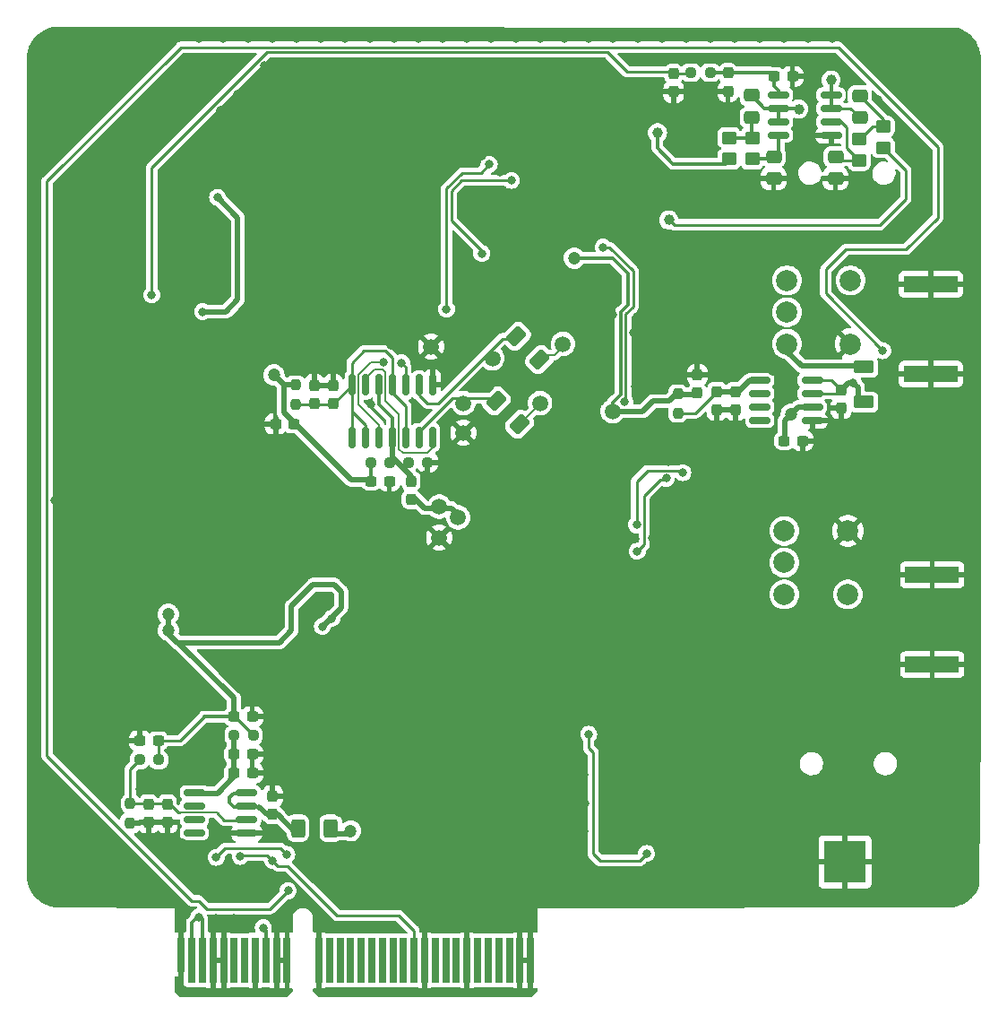
<source format=gbr>
%TF.GenerationSoftware,KiCad,Pcbnew,7.0.8*%
%TF.CreationDate,2023-11-11T12:02:15+01:00*%
%TF.ProjectId,Rhapsody_IQ,52686170-736f-4647-995f-49512e6b6963,rev?*%
%TF.SameCoordinates,Original*%
%TF.FileFunction,Copper,L2,Bot*%
%TF.FilePolarity,Positive*%
%FSLAX46Y46*%
G04 Gerber Fmt 4.6, Leading zero omitted, Abs format (unit mm)*
G04 Created by KiCad (PCBNEW 7.0.8) date 2023-11-11 12:02:15*
%MOMM*%
%LPD*%
G01*
G04 APERTURE LIST*
G04 Aperture macros list*
%AMRoundRect*
0 Rectangle with rounded corners*
0 $1 Rounding radius*
0 $2 $3 $4 $5 $6 $7 $8 $9 X,Y pos of 4 corners*
0 Add a 4 corners polygon primitive as box body*
4,1,4,$2,$3,$4,$5,$6,$7,$8,$9,$2,$3,0*
0 Add four circle primitives for the rounded corners*
1,1,$1+$1,$2,$3*
1,1,$1+$1,$4,$5*
1,1,$1+$1,$6,$7*
1,1,$1+$1,$8,$9*
0 Add four rect primitives between the rounded corners*
20,1,$1+$1,$2,$3,$4,$5,0*
20,1,$1+$1,$4,$5,$6,$7,0*
20,1,$1+$1,$6,$7,$8,$9,0*
20,1,$1+$1,$8,$9,$2,$3,0*%
G04 Aperture macros list end*
%TA.AperFunction,SMDPad,CuDef*%
%ADD10R,5.080000X1.500000*%
%TD*%
%TA.AperFunction,ComponentPad*%
%ADD11C,2.000000*%
%TD*%
%TA.AperFunction,ConnectorPad*%
%ADD12R,0.700000X3.200000*%
%TD*%
%TA.AperFunction,ConnectorPad*%
%ADD13R,0.700000X4.300000*%
%TD*%
%TA.AperFunction,SMDPad,CuDef*%
%ADD14RoundRect,0.237500X-0.300000X-0.237500X0.300000X-0.237500X0.300000X0.237500X-0.300000X0.237500X0*%
%TD*%
%TA.AperFunction,SMDPad,CuDef*%
%ADD15RoundRect,0.237500X0.250000X0.237500X-0.250000X0.237500X-0.250000X-0.237500X0.250000X-0.237500X0*%
%TD*%
%TA.AperFunction,SMDPad,CuDef*%
%ADD16RoundRect,0.237500X0.300000X0.237500X-0.300000X0.237500X-0.300000X-0.237500X0.300000X-0.237500X0*%
%TD*%
%TA.AperFunction,SMDPad,CuDef*%
%ADD17RoundRect,0.237500X0.237500X-0.250000X0.237500X0.250000X-0.237500X0.250000X-0.237500X-0.250000X0*%
%TD*%
%TA.AperFunction,SMDPad,CuDef*%
%ADD18RoundRect,0.237500X-0.237500X0.300000X-0.237500X-0.300000X0.237500X-0.300000X0.237500X0.300000X0*%
%TD*%
%TA.AperFunction,SMDPad,CuDef*%
%ADD19RoundRect,0.237500X0.237500X-0.300000X0.237500X0.300000X-0.237500X0.300000X-0.237500X-0.300000X0*%
%TD*%
%TA.AperFunction,SMDPad,CuDef*%
%ADD20RoundRect,0.250000X-0.400000X-0.625000X0.400000X-0.625000X0.400000X0.625000X-0.400000X0.625000X0*%
%TD*%
%TA.AperFunction,SMDPad,CuDef*%
%ADD21RoundRect,0.150000X0.825000X0.150000X-0.825000X0.150000X-0.825000X-0.150000X0.825000X-0.150000X0*%
%TD*%
%TA.AperFunction,SMDPad,CuDef*%
%ADD22C,1.500000*%
%TD*%
%TA.AperFunction,SMDPad,CuDef*%
%ADD23RoundRect,0.237500X-0.250000X-0.237500X0.250000X-0.237500X0.250000X0.237500X-0.250000X0.237500X0*%
%TD*%
%TA.AperFunction,SMDPad,CuDef*%
%ADD24RoundRect,0.250000X0.700000X-0.362500X0.700000X0.362500X-0.700000X0.362500X-0.700000X-0.362500X0*%
%TD*%
%TA.AperFunction,SMDPad,CuDef*%
%ADD25RoundRect,0.250000X-0.724784X-0.159099X-0.159099X-0.724784X0.724784X0.159099X0.159099X0.724784X0*%
%TD*%
%TA.AperFunction,SMDPad,CuDef*%
%ADD26RoundRect,0.250000X0.475000X-0.337500X0.475000X0.337500X-0.475000X0.337500X-0.475000X-0.337500X0*%
%TD*%
%TA.AperFunction,SMDPad,CuDef*%
%ADD27RoundRect,0.150000X-0.150000X0.825000X-0.150000X-0.825000X0.150000X-0.825000X0.150000X0.825000X0*%
%TD*%
%TA.AperFunction,SMDPad,CuDef*%
%ADD28RoundRect,0.250000X0.450000X-0.350000X0.450000X0.350000X-0.450000X0.350000X-0.450000X-0.350000X0*%
%TD*%
%TA.AperFunction,SMDPad,CuDef*%
%ADD29RoundRect,0.250000X-0.450000X0.350000X-0.450000X-0.350000X0.450000X-0.350000X0.450000X0.350000X0*%
%TD*%
%TA.AperFunction,SMDPad,CuDef*%
%ADD30RoundRect,0.237500X-0.237500X0.250000X-0.237500X-0.250000X0.237500X-0.250000X0.237500X0.250000X0*%
%TD*%
%TA.AperFunction,SMDPad,CuDef*%
%ADD31R,4.000000X4.000000*%
%TD*%
%TA.AperFunction,SMDPad,CuDef*%
%ADD32RoundRect,0.250000X-0.475000X0.337500X-0.475000X-0.337500X0.475000X-0.337500X0.475000X0.337500X0*%
%TD*%
%TA.AperFunction,ViaPad*%
%ADD33C,0.800000*%
%TD*%
%TA.AperFunction,ViaPad*%
%ADD34C,4.500000*%
%TD*%
%TA.AperFunction,ViaPad*%
%ADD35C,1.200000*%
%TD*%
%TA.AperFunction,ViaPad*%
%ADD36C,1.500000*%
%TD*%
%TA.AperFunction,ViaPad*%
%ADD37C,1.000000*%
%TD*%
%TA.AperFunction,Conductor*%
%ADD38C,0.254000*%
%TD*%
%TA.AperFunction,Conductor*%
%ADD39C,0.203200*%
%TD*%
%TA.AperFunction,Conductor*%
%ADD40C,0.508000*%
%TD*%
%TA.AperFunction,Conductor*%
%ADD41C,0.250000*%
%TD*%
%TA.AperFunction,Conductor*%
%ADD42C,0.300000*%
%TD*%
G04 APERTURE END LIST*
D10*
%TO.P,J102,2,Ext*%
%TO.N,GND*%
X188566500Y-80332000D03*
X188566500Y-88832000D03*
%TD*%
%TO.P,J104,2,Ext*%
%TO.N,GND*%
X188439500Y-52900000D03*
X188439500Y-61400000D03*
%TD*%
D11*
%TO.P,T301,1,AB*%
%TO.N,GND*%
X180594000Y-76200000D03*
%TO.P,T301,2,AA*%
%TO.N,/TX_QSE/RF_OUT*%
X180594000Y-82200000D03*
%TO.P,T301,3,SA*%
%TO.N,Net-(T301-SA)*%
X174594000Y-76200000D03*
%TO.P,T301,4,SC*%
%TO.N,Net-(T301-SC)*%
X174594000Y-79200000D03*
%TO.P,T301,5,SB*%
%TO.N,Net-(T301-SB)*%
X174594000Y-82200000D03*
%TD*%
D12*
%TO.P,J501,A1,Pin_1*%
%TO.N,GND*%
X117606000Y-116205000D03*
D13*
%TO.P,J501,A2,Pin_2*%
%TO.N,+12V*%
X118606000Y-116755000D03*
%TO.P,J501,A3,Pin_3*%
X119606000Y-116755000D03*
%TO.P,J501,A4,Pin_4*%
%TO.N,GND*%
X120606000Y-116755000D03*
%TO.P,J501,A5,Pin_5*%
X121606000Y-116755000D03*
%TO.P,J501,A6,Pin_6*%
%TO.N,unconnected-(J501-Pin_6-PadA6)*%
X122606000Y-116755000D03*
%TO.P,J501,A7,Pin_7*%
%TO.N,unconnected-(J501-Pin_7-PadA7)*%
X123606000Y-116755000D03*
%TO.P,J501,A8,Pin_8*%
%TO.N,GND*%
X124606000Y-116755000D03*
%TO.P,J501,A9,Pin_9*%
%TO.N,+3V3*%
X125606000Y-116755000D03*
%TO.P,J501,A10,Pin_10*%
%TO.N,GND*%
X126606000Y-116755000D03*
%TO.P,J501,A11,Pin_11*%
X127606000Y-116755000D03*
%TO.P,J501,A12,Pin_12*%
X130606000Y-116755000D03*
%TO.P,J501,A13,Pin_13*%
%TO.N,GPIO_1*%
X131606000Y-116755000D03*
%TO.P,J501,A14,Pin_14*%
%TO.N,GPIO_2*%
X132606000Y-116755000D03*
%TO.P,J501,A15,Pin_15*%
%TO.N,GPIO_3*%
X133606000Y-116755000D03*
%TO.P,J501,A16,Pin_16*%
%TO.N,GPIO_4*%
X134606000Y-116755000D03*
%TO.P,J501,A17,Pin_17*%
%TO.N,GPIO_5*%
X135606000Y-116755000D03*
%TO.P,J501,A18,Pin_18*%
%TO.N,GPIO_6*%
X136606000Y-116755000D03*
%TO.P,J501,A19,Pin_19*%
%TO.N,GPIO_7*%
X137606000Y-116755000D03*
%TO.P,J501,A20,Pin_20*%
%TO.N,GPIO_8*%
X138606000Y-116755000D03*
%TO.P,J501,A21,Pin_21*%
%TO.N,I2C_SCL*%
X139606000Y-116755000D03*
%TO.P,J501,A22,Pin_22*%
%TO.N,GND*%
X140606000Y-116755000D03*
%TO.P,J501,A23,Pin_23*%
%TO.N,QuadSPI_IO2*%
X141606000Y-116755000D03*
%TO.P,J501,A24,Pin_24*%
%TO.N,QuadSPI_IO3*%
X142606000Y-116755000D03*
%TO.P,J501,A25,Pin_25*%
%TO.N,QuadSPI_CS*%
X143606000Y-116755000D03*
%TO.P,J501,A26,Pin_26*%
%TO.N,GND*%
X144606000Y-116755000D03*
%TO.P,J501,A27,Pin_27*%
%TO.N,SPI1_MOSI*%
X145606000Y-116755000D03*
%TO.P,J501,A28,Pin_28*%
%TO.N,SPI1_MISO*%
X146606000Y-116755000D03*
%TO.P,J501,A29,Pin_29*%
%TO.N,SER*%
X147606000Y-116755000D03*
%TO.P,J501,A30,Pin_30*%
%TO.N,SRCLK*%
X148606000Y-116755000D03*
%TO.P,J501,A31,Pin_31*%
%TO.N,GND*%
X149606000Y-116755000D03*
%TO.P,J501,A32,Pin_32*%
X150606000Y-116755000D03*
%TD*%
D11*
%TO.P,T201,1,AA*%
%TO.N,/RX_QSD/RF_IN*%
X180848000Y-52547000D03*
%TO.P,T201,2,AB*%
%TO.N,GND*%
X180848000Y-58547000D03*
%TO.P,T201,3,SA*%
%TO.N,Net-(T201-SA)*%
X174848000Y-52547000D03*
%TO.P,T201,4,SC*%
%TO.N,Net-(T201-SC)*%
X174848000Y-55547000D03*
%TO.P,T201,5,SB*%
%TO.N,Net-(T201-SB)*%
X174848000Y-58547000D03*
%TD*%
D14*
%TO.P,C233,1*%
%TO.N,Net-(U202C-V+)*%
X173635500Y-33274000D03*
%TO.P,C233,2*%
%TO.N,GND*%
X175360500Y-33274000D03*
%TD*%
D15*
%TO.P,R305,1*%
%TO.N,+5V*%
X124395000Y-95504000D03*
%TO.P,R305,2*%
%TO.N,Net-(U303C-V+)*%
X122570000Y-95504000D03*
%TD*%
D16*
%TO.P,C402,1*%
%TO.N,+5V*%
X128243500Y-66105000D03*
%TO.P,C402,2*%
%TO.N,GND*%
X126518500Y-66105000D03*
%TD*%
D17*
%TO.P,R307,1*%
%TO.N,GND*%
X112776000Y-103782500D03*
%TO.P,R307,2*%
%TO.N,Net-(U303A-+)*%
X112776000Y-101957500D03*
%TD*%
D18*
%TO.P,C115,1*%
%TO.N,VDC*%
X179959000Y-62891500D03*
%TO.P,C115,2*%
%TO.N,GND*%
X179959000Y-64616500D03*
%TD*%
D19*
%TO.P,C404,1*%
%TO.N,/VFO_PLL_JohnsonCounter/5V_Johnson*%
X131953000Y-64173500D03*
%TO.P,C404,2*%
%TO.N,GND*%
X131953000Y-62448500D03*
%TD*%
D20*
%TO.P,R306,1*%
%TO.N,Net-(U303A--)*%
X128625000Y-104267000D03*
%TO.P,R306,2*%
%TO.N,+2V5*%
X131725000Y-104267000D03*
%TD*%
D18*
%TO.P,C232,1*%
%TO.N,Net-(U202C-V+)*%
X169265600Y-32970300D03*
%TO.P,C232,2*%
%TO.N,GND*%
X169265600Y-34695300D03*
%TD*%
D21*
%TO.P,U303,1*%
%TO.N,Net-(U303A--)*%
X123785400Y-100914200D03*
%TO.P,U303,2,-*%
X123785400Y-102184200D03*
%TO.P,U303,3,+*%
%TO.N,Net-(U303A-+)*%
X123785400Y-103454200D03*
%TO.P,U303,4,V-*%
%TO.N,GND*%
X123785400Y-104724200D03*
%TO.P,U303,5,+*%
%TO.N,unconnected-(U303B-+-Pad5)*%
X118835400Y-104724200D03*
%TO.P,U303,6,-*%
%TO.N,unconnected-(U303B---Pad6)*%
X118835400Y-103454200D03*
%TO.P,U303,7*%
%TO.N,unconnected-(U303-Pad7)*%
X118835400Y-102184200D03*
%TO.P,U303,8,V+*%
%TO.N,Net-(U303C-V+)*%
X118835400Y-100914200D03*
%TD*%
D14*
%TO.P,C311,1*%
%TO.N,Net-(U303C-V+)*%
X122581500Y-97282000D03*
%TO.P,C311,2*%
%TO.N,GND*%
X124306500Y-97282000D03*
%TD*%
D22*
%TO.P,TP401,1,1*%
%TO.N,Net-(U401A-~{Q})*%
X147000000Y-59900000D03*
%TD*%
D23*
%TO.P,R405,1*%
%TO.N,/VFO_PLL_JohnsonCounter/4xfIN_Johnson*%
X139041500Y-69723000D03*
%TO.P,R405,2*%
%TO.N,GND*%
X140866500Y-69723000D03*
%TD*%
D22*
%TO.P,VFO_LO401,1,1*%
%TO.N,/VFO_PLL_JohnsonCounter/CLK0*%
X141986000Y-73914000D03*
%TD*%
D24*
%TO.P,L203,1*%
%TO.N,VDC*%
X182118000Y-64044900D03*
%TO.P,L203,2*%
%TO.N,Net-(T201-SB)*%
X182118000Y-60719900D03*
%TD*%
D25*
%TO.P,R401,1*%
%TO.N,Net-(U401A-~{Q})*%
X149271984Y-57831984D03*
%TO.P,R401,2*%
%TO.N,/RX_QSD/LO1*%
X151464016Y-60024016D03*
%TD*%
D26*
%TO.P,C221,1*%
%TO.N,Net-(C221-Pad1)*%
X171500800Y-37156300D03*
%TO.P,C221,2*%
%TO.N,/RX_QSD/Q_RX*%
X171500800Y-35081300D03*
%TD*%
D21*
%TO.P,U102,1*%
%TO.N,VDC*%
X177227000Y-61976000D03*
%TO.P,U102,2,-*%
X177227000Y-63246000D03*
%TO.P,U102,3,+*%
%TO.N,/tayloe_div*%
X177227000Y-64516000D03*
%TO.P,U102,4,V-*%
%TO.N,GND*%
X177227000Y-65786000D03*
%TO.P,U102,5*%
%TO.N,N/C*%
X172277000Y-65786000D03*
%TO.P,U102,6*%
X172277000Y-64516000D03*
%TO.P,U102,7*%
X172277000Y-63246000D03*
%TO.P,U102,8,V+*%
%TO.N,Net-(U102C-V+)*%
X172277000Y-61976000D03*
%TD*%
D22*
%TO.P,TP108,1,1*%
%TO.N,GND*%
X141224000Y-58801000D03*
%TD*%
D23*
%TO.P,R303,1*%
%TO.N,Net-(U303A-+)*%
X113641500Y-97825500D03*
%TO.P,R303,2*%
%TO.N,+5V*%
X115466500Y-97825500D03*
%TD*%
D19*
%TO.P,C403,1*%
%TO.N,/VFO_PLL_JohnsonCounter/5V_Johnson*%
X130175000Y-64173500D03*
%TO.P,C403,2*%
%TO.N,GND*%
X130175000Y-62448500D03*
%TD*%
%TO.P,C405,1*%
%TO.N,/VFO_PLL_JohnsonCounter/CLK0*%
X139319000Y-73226000D03*
%TO.P,C405,2*%
%TO.N,/VFO_PLL_JohnsonCounter/4xfIN_Johnson*%
X139319000Y-71501000D03*
%TD*%
D14*
%TO.P,C312,1*%
%TO.N,Net-(U303C-V+)*%
X122581500Y-99060000D03*
%TO.P,C312,2*%
%TO.N,GND*%
X124306500Y-99060000D03*
%TD*%
D27*
%TO.P,U401,1,~{R}*%
%TO.N,/VFO_PLL_JohnsonCounter/5V_Johnson*%
X133731000Y-62422000D03*
%TO.P,U401,2,D*%
%TO.N,Net-(U401A-D)*%
X135001000Y-62422000D03*
%TO.P,U401,3,C*%
%TO.N,/VFO_PLL_JohnsonCounter/4xfIN_Johnson*%
X136271000Y-62422000D03*
%TO.P,U401,4,~{S}*%
%TO.N,/VFO_PLL_JohnsonCounter/5V_Johnson*%
X137541000Y-62422000D03*
%TO.P,U401,5,Q*%
%TO.N,Net-(U401A-Q)*%
X138811000Y-62422000D03*
%TO.P,U401,6,~{Q}*%
%TO.N,Net-(U401A-~{Q})*%
X140081000Y-62422000D03*
%TO.P,U401,7,GND*%
%TO.N,GND*%
X141351000Y-62422000D03*
%TO.P,U401,8,~{Q}*%
%TO.N,Net-(U401A-D)*%
X141351000Y-67372000D03*
%TO.P,U401,9,Q*%
%TO.N,Net-(U401B-Q)*%
X140081000Y-67372000D03*
%TO.P,U401,10,~{S}*%
%TO.N,/VFO_PLL_JohnsonCounter/5V_Johnson*%
X138811000Y-67372000D03*
%TO.P,U401,11,C*%
%TO.N,/VFO_PLL_JohnsonCounter/4xfIN_Johnson*%
X137541000Y-67372000D03*
%TO.P,U401,12,D*%
%TO.N,Net-(U401A-Q)*%
X136271000Y-67372000D03*
%TO.P,U401,13,~{R}*%
%TO.N,/VFO_PLL_JohnsonCounter/5V_Johnson*%
X135001000Y-67372000D03*
%TO.P,U401,14,VCC*%
X133731000Y-67372000D03*
%TD*%
D23*
%TO.P,R221,1*%
%TO.N,+5V*%
X165762300Y-32918400D03*
%TO.P,R221,2*%
%TO.N,Net-(U202C-V+)*%
X167587300Y-32918400D03*
%TD*%
D28*
%TO.P,R217,1*%
%TO.N,/RX_QSD/Q_OUT*%
X169367200Y-41081200D03*
%TO.P,R217,2*%
%TO.N,Net-(C221-Pad1)*%
X169367200Y-39081200D03*
%TD*%
%TO.P,R207,1*%
%TO.N,/RX_QSD/I_OUT*%
X183946800Y-40014400D03*
%TO.P,R207,2*%
%TO.N,Net-(C205-Pad2)*%
X183946800Y-38014400D03*
%TD*%
D29*
%TO.P,R208,1*%
%TO.N,Net-(C205-Pad2)*%
X181660800Y-39233600D03*
%TO.P,R208,2*%
%TO.N,Net-(U202A-+)*%
X181660800Y-41233600D03*
%TD*%
D14*
%TO.P,C310,1*%
%TO.N,+5V*%
X122581500Y-93726000D03*
%TO.P,C310,2*%
%TO.N,GND*%
X124306500Y-93726000D03*
%TD*%
D19*
%TO.P,C110,1*%
%TO.N,+5V*%
X166370000Y-63194100D03*
%TO.P,C110,2*%
%TO.N,GND*%
X166370000Y-61469100D03*
%TD*%
D30*
%TO.P,R104,1*%
%TO.N,+5V*%
X164530000Y-63247900D03*
%TO.P,R104,2*%
%TO.N,Net-(U102C-V+)*%
X164530000Y-65072900D03*
%TD*%
D25*
%TO.P,R402,1*%
%TO.N,Net-(U401B-Q)*%
X147366984Y-63927984D03*
%TO.P,R402,2*%
%TO.N,/RX_QSD/LO2*%
X149559016Y-66120016D03*
%TD*%
D31*
%TO.P,TP111,1,1*%
%TO.N,GND*%
X180340000Y-107442000D03*
%TD*%
D18*
%TO.P,C112,1*%
%TO.N,Net-(U102C-V+)*%
X168213000Y-63043900D03*
%TO.P,C112,2*%
%TO.N,GND*%
X168213000Y-64768900D03*
%TD*%
D22*
%TO.P,TP108,1,1*%
%TO.N,GND*%
X144272000Y-66929000D03*
%TD*%
D29*
%TO.P,R218,1*%
%TO.N,Net-(C221-Pad1)*%
X171551600Y-39081200D03*
%TO.P,R218,2*%
%TO.N,Net-(U202B-+)*%
X171551600Y-41081200D03*
%TD*%
D14*
%TO.P,C114,1*%
%TO.N,/tayloe_div*%
X174589500Y-67691000D03*
%TO.P,C114,2*%
%TO.N,GND*%
X176314500Y-67691000D03*
%TD*%
D18*
%TO.P,C231,1*%
%TO.N,+5V*%
X164134800Y-33021100D03*
%TO.P,C231,2*%
%TO.N,GND*%
X164134800Y-34746100D03*
%TD*%
D19*
%TO.P,C309,1*%
%TO.N,Net-(U303A--)*%
X126238000Y-102970500D03*
%TO.P,C309,2*%
%TO.N,GND*%
X126238000Y-101245500D03*
%TD*%
D26*
%TO.P,C205,1*%
%TO.N,/RX_QSD/I_RX*%
X181711600Y-37177800D03*
%TO.P,C205,2*%
%TO.N,Net-(C205-Pad2)*%
X181711600Y-35102800D03*
%TD*%
D23*
%TO.P,R404,1*%
%TO.N,+5V*%
X135485500Y-69723000D03*
%TO.P,R404,2*%
%TO.N,/VFO_PLL_JohnsonCounter/4xfIN_Johnson*%
X137310500Y-69723000D03*
%TD*%
D18*
%TO.P,C111,1*%
%TO.N,Net-(U102C-V+)*%
X169991000Y-63043900D03*
%TO.P,C111,2*%
%TO.N,GND*%
X169991000Y-64768900D03*
%TD*%
D22*
%TO.P,TP108,1,1*%
%TO.N,GND*%
X141986000Y-76835000D03*
%TD*%
D32*
%TO.P,C229,1*%
%TO.N,Net-(U202B-+)*%
X173583600Y-40872500D03*
%TO.P,C229,2*%
%TO.N,GND*%
X173583600Y-42947500D03*
%TD*%
D21*
%TO.P,U202,1*%
%TO.N,/RX_QSD/I_RX*%
X179005000Y-35026600D03*
%TO.P,U202,2,-*%
X179005000Y-36296600D03*
%TO.P,U202,3,+*%
%TO.N,Net-(U202A-+)*%
X179005000Y-37566600D03*
%TO.P,U202,4,V-*%
%TO.N,GND*%
X179005000Y-38836600D03*
%TO.P,U202,5,+*%
%TO.N,Net-(U202B-+)*%
X174055000Y-38836600D03*
%TO.P,U202,6,-*%
%TO.N,/RX_QSD/Q_RX*%
X174055000Y-37566600D03*
%TO.P,U202,7*%
X174055000Y-36296600D03*
%TO.P,U202,8,V+*%
%TO.N,Net-(U202C-V+)*%
X174055000Y-35026600D03*
%TD*%
D14*
%TO.P,C401,1*%
%TO.N,+5V*%
X135535500Y-71501000D03*
%TO.P,C401,2*%
%TO.N,GND*%
X137260500Y-71501000D03*
%TD*%
D16*
%TO.P,C320,1*%
%TO.N,+5V*%
X115416500Y-96012000D03*
%TO.P,C320,2*%
%TO.N,GND*%
X113691500Y-96012000D03*
%TD*%
D18*
%TO.P,C307,1*%
%TO.N,Net-(U303A-+)*%
X114518500Y-102007500D03*
%TO.P,C307,2*%
%TO.N,GND*%
X114518500Y-103732500D03*
%TD*%
D22*
%TO.P,TP402,1,1*%
%TO.N,Net-(U401B-Q)*%
X144272000Y-64135000D03*
%TD*%
D18*
%TO.P,C308,1*%
%TO.N,Net-(U303A-+)*%
X116296500Y-102007500D03*
%TO.P,C308,2*%
%TO.N,GND*%
X116296500Y-103732500D03*
%TD*%
D32*
%TO.P,C218,1*%
%TO.N,Net-(U202A-+)*%
X179425600Y-40872500D03*
%TO.P,C218,2*%
%TO.N,GND*%
X179425600Y-42947500D03*
%TD*%
D30*
%TO.P,R403,1*%
%TO.N,+5V*%
X128397000Y-62398500D03*
%TO.P,R403,2*%
%TO.N,/VFO_PLL_JohnsonCounter/5V_Johnson*%
X128397000Y-64223500D03*
%TD*%
D33*
%TO.N,GND*%
X177325000Y-33550000D03*
X167575000Y-34400000D03*
X147775000Y-36150000D03*
X145475000Y-36075000D03*
X144000000Y-36025000D03*
X128778000Y-93345000D03*
X192024000Y-76866750D03*
X152273000Y-108331000D03*
X163626800Y-69697600D03*
X164465000Y-93429667D03*
X141859000Y-105791000D03*
X149860000Y-78867000D03*
X132900000Y-111300000D03*
X106299000Y-55689500D03*
X139573000Y-57023000D03*
X114046000Y-68072000D03*
X118110000Y-62357000D03*
X155067000Y-94488000D03*
X172847000Y-91440000D03*
X165481000Y-35941000D03*
X164700000Y-77200000D03*
X119761000Y-57277000D03*
X159385000Y-66548000D03*
X142113000Y-108559600D03*
X188468000Y-82423000D03*
X110363000Y-88011000D03*
X163960000Y-45478000D03*
X167624125Y-29718000D03*
X192024000Y-99885500D03*
X175895000Y-100711000D03*
X109093000Y-80137000D03*
X156114750Y-29718000D03*
X159105600Y-34899600D03*
X151892000Y-74168000D03*
X192024000Y-44640500D03*
X103886000Y-87836375D03*
X161709100Y-31496000D03*
X146558000Y-99314000D03*
X103886000Y-67119500D03*
X165481000Y-37592000D03*
X161500000Y-108300000D03*
X124714000Y-80518000D03*
X192024000Y-92979875D03*
X149007286Y-108331000D03*
X168656000Y-108204000D03*
X143002000Y-38100000D03*
X142113000Y-83185000D03*
X121412000Y-49657000D03*
X160334500Y-57450000D03*
X138760200Y-31953200D03*
X144100000Y-60300000D03*
X146939000Y-95377000D03*
X128143000Y-48895000D03*
X106299000Y-51085750D03*
X103886000Y-69421375D03*
X113284000Y-58547000D03*
X130048000Y-33528000D03*
X149352000Y-51663600D03*
X164465000Y-96774000D03*
X146750000Y-48750000D03*
X125984000Y-41783000D03*
X128651000Y-78105000D03*
X186791600Y-47142400D03*
X142748000Y-65659000D03*
X160528000Y-45466000D03*
X140411200Y-112623600D03*
X131000000Y-102600000D03*
X163728400Y-37439600D03*
X132207000Y-60325000D03*
X186690000Y-82423000D03*
X146685000Y-81407000D03*
X156337000Y-84201000D03*
X163353750Y-110871000D03*
X103886000Y-46402625D03*
X120142000Y-49657000D03*
X128778000Y-99060000D03*
X146685000Y-54203600D03*
X149098000Y-95377000D03*
X158800800Y-43942000D03*
X143750000Y-48750000D03*
X103886000Y-78628875D03*
X119253000Y-107950000D03*
X156464000Y-55016400D03*
X185470800Y-48310800D03*
X147066000Y-77343000D03*
X137414000Y-52324000D03*
X163020375Y-29718000D03*
X109601000Y-99949000D03*
X190373000Y-82423000D03*
X131191000Y-42164000D03*
X134100000Y-98200000D03*
X106299000Y-48783875D03*
X181737000Y-54864000D03*
X142113000Y-94996000D03*
X140589000Y-34086800D03*
X164465000Y-91863334D03*
X190246000Y-78105000D03*
X192024000Y-79168625D03*
X121031000Y-105410000D03*
X137922000Y-111252000D03*
X106299000Y-46482000D03*
X115570000Y-90932000D03*
X152900000Y-42300000D03*
X105918000Y-99949000D03*
X106680000Y-37973000D03*
X117475000Y-47244000D03*
X128623714Y-107276286D03*
X155702000Y-71755000D03*
X157175200Y-31953200D03*
X176276000Y-74803000D03*
X135509000Y-64262000D03*
X142000000Y-42000000D03*
X164465000Y-99906667D03*
X135191500Y-48895000D03*
X156514800Y-41706800D03*
X159550000Y-106275000D03*
X174904400Y-49987200D03*
X155700000Y-104550000D03*
X115697000Y-58547000D03*
X186690000Y-50800000D03*
X130794125Y-29718000D03*
X111252000Y-39878000D03*
X123952000Y-78105000D03*
X185674000Y-65151000D03*
X115189000Y-83058000D03*
X179197000Y-91440000D03*
X139573000Y-44831000D03*
X140462000Y-36068000D03*
X152527000Y-51689000D03*
X192024000Y-56149875D03*
X135890000Y-86614000D03*
X170180000Y-59309000D03*
X138430000Y-52959000D03*
X120650000Y-82042000D03*
X103886000Y-48704500D03*
X177673000Y-83439000D03*
X170180000Y-56007000D03*
X163100000Y-108300000D03*
X161875000Y-104975000D03*
X182473600Y-43535600D03*
X141986000Y-111252000D03*
X166031333Y-82042000D03*
X128492250Y-29718000D03*
X147374429Y-108331000D03*
X155829000Y-60198000D03*
X188087000Y-59182000D03*
X132842000Y-78105000D03*
X134467600Y-109169200D03*
X169926000Y-29718000D03*
X140001625Y-29718000D03*
X125476000Y-108331000D03*
X111125000Y-89662000D03*
X153035000Y-56896000D03*
X159639000Y-84201000D03*
X110617000Y-94742000D03*
X164465000Y-83820000D03*
X103886000Y-74025125D03*
X192024000Y-72263000D03*
X137414000Y-53721000D03*
X108712000Y-76200000D03*
X148336000Y-70485000D03*
X167597666Y-82042000D03*
X151511000Y-29718000D03*
X184531000Y-52197000D03*
X139573000Y-75692000D03*
X145665825Y-31953200D03*
X135600000Y-98200000D03*
X173101000Y-54229000D03*
X139573000Y-58293000D03*
X185674000Y-67437000D03*
X192024000Y-67659250D03*
X167132000Y-59055000D03*
X163931600Y-56083200D03*
X157100000Y-96300000D03*
X146000000Y-56200000D03*
X166116000Y-56642000D03*
D34*
X108000000Y-107000000D03*
D33*
X103886000Y-94742000D03*
X146000000Y-40800000D03*
X113334800Y-53340000D03*
X117729000Y-76581000D03*
X106680000Y-77851000D03*
X118491000Y-97663000D03*
X110490000Y-61595000D03*
X150749000Y-84201000D03*
X188849000Y-78105000D03*
X121412000Y-58928000D03*
X152865666Y-76327000D03*
X135397875Y-29718000D03*
X143637000Y-70485000D03*
X162083100Y-76850000D03*
X122936000Y-34925000D03*
X158051000Y-60991484D03*
X118211600Y-65074800D03*
X116687600Y-53746400D03*
X103886000Y-76327000D03*
X152000000Y-44500000D03*
X108839000Y-83439000D03*
X158038800Y-43230800D03*
X188595000Y-50800000D03*
X154146250Y-110871000D03*
X127381000Y-111887000D03*
X157100000Y-94600000D03*
X124079000Y-112903000D03*
X192024000Y-60753625D03*
X134112000Y-51689000D03*
X122682000Y-43561000D03*
X136652000Y-79248000D03*
X128778000Y-100965000D03*
X158375000Y-55800000D03*
X192024000Y-81470500D03*
X144780000Y-80391000D03*
X181203600Y-33426400D03*
X182626000Y-74676000D03*
X131699000Y-71120000D03*
X105664000Y-73279000D03*
X144145000Y-111252000D03*
X149047200Y-38709600D03*
X141900000Y-60300000D03*
X176831625Y-29718000D03*
X114173000Y-76581000D03*
X180721000Y-91440000D03*
X124460000Y-58928000D03*
X107188000Y-96774000D03*
X114046000Y-109347000D03*
X167957500Y-110871000D03*
X115697000Y-88011000D03*
X117729000Y-92456000D03*
X169824400Y-37338000D03*
X142113000Y-92964000D03*
X164465000Y-104690334D03*
X106299000Y-64897000D03*
X142113000Y-96647000D03*
X107315000Y-101473000D03*
X156337000Y-37084000D03*
X141500000Y-48500000D03*
X129895600Y-53543200D03*
X137795000Y-94107000D03*
X126492000Y-97155000D03*
X117983000Y-33782000D03*
X134156450Y-31953200D03*
X175641000Y-31623000D03*
X116713000Y-62357000D03*
X108458000Y-102743000D03*
X135255000Y-79248000D03*
X156337000Y-92456000D03*
X160909000Y-98679000D03*
X160401000Y-41021000D03*
X148640800Y-62636400D03*
X112903000Y-38481000D03*
X140970000Y-83185000D03*
X117475000Y-49530000D03*
X161051875Y-110871000D03*
X142113000Y-91186000D03*
X140716000Y-70866000D03*
X116332000Y-35306000D03*
X118872000Y-79502000D03*
X113284000Y-57150000D03*
X124079000Y-71120000D03*
X155363332Y-76327000D03*
X103886000Y-39497000D03*
D34*
X108000000Y-33500000D03*
D33*
X117475000Y-52324000D03*
X110490000Y-59563000D03*
X136906000Y-87503000D03*
X155067000Y-95885000D03*
X103886000Y-55610125D03*
X117729000Y-105664000D03*
X139446000Y-52324000D03*
X119284750Y-29718000D03*
X137541000Y-44958000D03*
X123698000Y-92202000D03*
X177673000Y-78105000D03*
X110998000Y-76200000D03*
X164465000Y-85386334D03*
X164575000Y-75125000D03*
X192024000Y-69961125D03*
X149225000Y-88138000D03*
X134874000Y-36068000D03*
X187579000Y-90932000D03*
X137668000Y-38862000D03*
X150622000Y-98171000D03*
X122428000Y-32385000D03*
X128524000Y-73533000D03*
X109728000Y-65913000D03*
X155702000Y-40843200D03*
X189357000Y-38608000D03*
X172847000Y-104013000D03*
X103886000Y-51006375D03*
X173228000Y-31496000D03*
X172593000Y-69377500D03*
X154559000Y-61595000D03*
X160909000Y-96393000D03*
X170053000Y-107061000D03*
X142303500Y-29718000D03*
X164465000Y-98340334D03*
X125476000Y-32258000D03*
X139700000Y-46736000D03*
X136017000Y-94869000D03*
X163957000Y-31496000D03*
X114554000Y-36830000D03*
X156972000Y-70104000D03*
X147600000Y-40700000D03*
X162509200Y-62433200D03*
X170815000Y-69377500D03*
X134366000Y-87249000D03*
X188595000Y-74676000D03*
X159100664Y-75182830D03*
X120650000Y-83566000D03*
X134112000Y-57277000D03*
X120904000Y-112776000D03*
X121158000Y-52197000D03*
X112776000Y-32385000D03*
X154432000Y-47345600D03*
X173355000Y-73152000D03*
X150269575Y-31953200D03*
X192024000Y-83772375D03*
X106299000Y-53387625D03*
X175387000Y-61849000D03*
X128778000Y-95250000D03*
X188087000Y-37592000D03*
X103886000Y-83232625D03*
X139446000Y-53721000D03*
X139649200Y-109118400D03*
X190754000Y-90932000D03*
X169545000Y-76200000D03*
X118110000Y-61214000D03*
X144200000Y-54600000D03*
X146000000Y-51500000D03*
X155321000Y-51689000D03*
X116687600Y-66649600D03*
X128016000Y-60452000D03*
X144108715Y-108458000D03*
X141600000Y-54600000D03*
X122682000Y-56896000D03*
X133096000Y-29718000D03*
X186436000Y-59182000D03*
X157800000Y-77300000D03*
X150368000Y-61264800D03*
X184404000Y-74676000D03*
X157575000Y-57050000D03*
X153289000Y-62738000D03*
X143363950Y-31953200D03*
X192024000Y-104489250D03*
X162560000Y-66294000D03*
X190119000Y-54991000D03*
X174752000Y-73914000D03*
X124968000Y-73533000D03*
X144780000Y-79121000D03*
X141224000Y-79248000D03*
X145796000Y-65659000D03*
X126238000Y-64389000D03*
X164465000Y-90297000D03*
X126619000Y-71120000D03*
X165322250Y-29718000D03*
X131699000Y-86360000D03*
X192024000Y-37734875D03*
X166258875Y-31496000D03*
X161290000Y-37033200D03*
X175463200Y-41148000D03*
X185674000Y-68453000D03*
X153416000Y-88265000D03*
X126746000Y-104648000D03*
X192024000Y-46942375D03*
X113030000Y-91948000D03*
X153797000Y-74168000D03*
X122936000Y-38735000D03*
X149521333Y-81407000D03*
X173736000Y-71120000D03*
X170862625Y-31496000D03*
X190500000Y-86614000D03*
X184124600Y-32537400D03*
X117475000Y-107823000D03*
X146100000Y-58300000D03*
X184070625Y-110871000D03*
X166573200Y-71018400D03*
X163880800Y-48564800D03*
X123571000Y-63119000D03*
X156448125Y-110871000D03*
X160700000Y-55925000D03*
X158000000Y-108393538D03*
X120904000Y-40640000D03*
X135763000Y-111252000D03*
X132207000Y-107442000D03*
X117602000Y-80772000D03*
X181768750Y-110871000D03*
X128778000Y-42291000D03*
X137414000Y-34086800D03*
X108839000Y-84709000D03*
X146558000Y-85598000D03*
X177165000Y-110871000D03*
X130683000Y-83947000D03*
X180035200Y-45059600D03*
X107950000Y-98425000D03*
X139446000Y-38862000D03*
X144605375Y-29718000D03*
X110617000Y-96520000D03*
X114681000Y-105156000D03*
X153797000Y-34544000D03*
X133700000Y-101092000D03*
X134239000Y-44958000D03*
X174529750Y-29718000D03*
X136271000Y-101092000D03*
X179133500Y-29718000D03*
X190373000Y-50800000D03*
X107188000Y-94488000D03*
X130505200Y-95199200D03*
X103886000Y-60213875D03*
X134100000Y-58600000D03*
X169672000Y-45212000D03*
X157683200Y-33680400D03*
X121285000Y-36449000D03*
X192024000Y-95281750D03*
X186563000Y-74676000D03*
X172593000Y-78359000D03*
X103886000Y-71723250D03*
X175717200Y-45059600D03*
X115443000Y-99314000D03*
X103886000Y-62515750D03*
X103886000Y-97043875D03*
X114681000Y-29718000D03*
X164465000Y-103124000D03*
X150114000Y-74168000D03*
X106299000Y-62595125D03*
X128524000Y-89281000D03*
X149209125Y-29718000D03*
X126365000Y-78105000D03*
X139065000Y-87122000D03*
X144018000Y-77343000D03*
X143891000Y-85598000D03*
X174371000Y-102489000D03*
X138049000Y-75311000D03*
X146300000Y-44100000D03*
X153924000Y-39116000D03*
X178714400Y-68224400D03*
X186055000Y-90932000D03*
X115570000Y-92329000D03*
X159385000Y-99822000D03*
X165655625Y-110871000D03*
X152527000Y-67056000D03*
X139700000Y-79248000D03*
X133299200Y-36118800D03*
X189103000Y-90932000D03*
X130556000Y-78105000D03*
X120015000Y-37973000D03*
X150640143Y-108331000D03*
X164465000Y-101473000D03*
X147066000Y-91059000D03*
X127381000Y-45212000D03*
X138430000Y-101727000D03*
X117475000Y-44831000D03*
X113919000Y-83058000D03*
X114046000Y-71755000D03*
X106807000Y-73279000D03*
X146812000Y-70485000D03*
X120015000Y-67056000D03*
X192024000Y-51546125D03*
X137160000Y-106426000D03*
X159385000Y-97790000D03*
X155702000Y-68326000D03*
X136017000Y-83820000D03*
X135128000Y-74295000D03*
X137699750Y-29718000D03*
X146507200Y-38811200D03*
X131000000Y-100400000D03*
X126238000Y-63119000D03*
X112649000Y-108077000D03*
X188341000Y-54991000D03*
X103886000Y-41798875D03*
X140081000Y-64897000D03*
X122682000Y-64516000D03*
X192024000Y-58451750D03*
X114046000Y-69977000D03*
X145542000Y-70485000D03*
X160718500Y-29718000D03*
X160100000Y-108393538D03*
X155448000Y-78867000D03*
X116586000Y-65074800D03*
X145161000Y-102108000D03*
X119761000Y-58801000D03*
X181102000Y-48615600D03*
X103886000Y-44100750D03*
X108077000Y-67437000D03*
X152571450Y-31953200D03*
X120142000Y-43561000D03*
X128778000Y-97155000D03*
X149225000Y-101981000D03*
X137414000Y-57023000D03*
X120142000Y-78105000D03*
X159500000Y-88300000D03*
X131013200Y-43688000D03*
X144526000Y-91059000D03*
X142750000Y-56500000D03*
X124968000Y-88138000D03*
X171399200Y-45313600D03*
X185064400Y-44043600D03*
X130823714Y-109476286D03*
X111125000Y-101600000D03*
X139573000Y-59563000D03*
X169164000Y-82042000D03*
X146907250Y-29718000D03*
X172561250Y-110871000D03*
X103886000Y-92440125D03*
X155800000Y-101900000D03*
X153543000Y-95885000D03*
X122174000Y-78105000D03*
X126492000Y-73533000D03*
X159250000Y-104575000D03*
X106807000Y-69469000D03*
X122301000Y-68961000D03*
X134874000Y-94234000D03*
X128651000Y-91440000D03*
X186055000Y-78105000D03*
X131064000Y-45339000D03*
X177673000Y-81661000D03*
X103886000Y-85534500D03*
X115824000Y-73406000D03*
X117475000Y-42291000D03*
X147700000Y-42300000D03*
X115570000Y-93599000D03*
X106299000Y-44180125D03*
X128473200Y-43789600D03*
X179197000Y-73025000D03*
X166979600Y-49834800D03*
X174371000Y-91440000D03*
X170180000Y-49479200D03*
X153035000Y-78867000D03*
X109093000Y-81407000D03*
X159512000Y-89916000D03*
X160172400Y-35966400D03*
X181435375Y-29718000D03*
X137160000Y-42164000D03*
X124587000Y-91059000D03*
X192024000Y-65357375D03*
X143637000Y-68580000D03*
X108077000Y-69469000D03*
X179019200Y-31699200D03*
X126238000Y-109601000D03*
X162560000Y-42799000D03*
X112014000Y-54864000D03*
X164465000Y-94996000D03*
X154873325Y-31953200D03*
X103886000Y-80930750D03*
X118160800Y-66649600D03*
X178225000Y-55800000D03*
X192024000Y-88376125D03*
X192024000Y-74564875D03*
X122555000Y-112776000D03*
X109728000Y-41275000D03*
X121586625Y-29718000D03*
X113665000Y-94742000D03*
X125857000Y-92202000D03*
X173482000Y-61087000D03*
X113182400Y-49834800D03*
X187452000Y-78105000D03*
X152357666Y-81407000D03*
X103886000Y-99345750D03*
X174244000Y-61976000D03*
X160528000Y-62585600D03*
X134112000Y-54610000D03*
X165862000Y-75819000D03*
X155194000Y-81407000D03*
X149542500Y-110871000D03*
X145161000Y-88265000D03*
X187833000Y-42291000D03*
X141859000Y-36068000D03*
X177165000Y-53975000D03*
X164998400Y-61112400D03*
X169672000Y-73025000D03*
X147967700Y-31953200D03*
X132500000Y-101100000D03*
X166420800Y-67868800D03*
X103886000Y-57912000D03*
X139827000Y-42164000D03*
X129032000Y-56845200D03*
X159512000Y-86868000D03*
X162255200Y-47294800D03*
X137541000Y-46736000D03*
X126746000Y-56769000D03*
X153812875Y-29718000D03*
X179466875Y-110871000D03*
X141062075Y-31953200D03*
X166125000Y-54750000D03*
X192024000Y-86074250D03*
X136458325Y-31953200D03*
X175768000Y-71120000D03*
X137795000Y-82550000D03*
X155538715Y-108331000D03*
X110363000Y-63754000D03*
X170180000Y-52578000D03*
X137820400Y-109118400D03*
X192024000Y-63055500D03*
X165608000Y-49784000D03*
X119761000Y-74930000D03*
X164465000Y-86952667D03*
X106299000Y-57991375D03*
X177749200Y-45059600D03*
X124206000Y-48260000D03*
X136652000Y-36068000D03*
X176174400Y-34848800D03*
X125349000Y-54356000D03*
X170259375Y-110871000D03*
X138938000Y-95377000D03*
X132588000Y-87376000D03*
X122047000Y-109220000D03*
X158416625Y-29718000D03*
X143637000Y-99314000D03*
X146608800Y-47498000D03*
X106299000Y-60293250D03*
X119253000Y-53848000D03*
X103886000Y-90138250D03*
X153289000Y-101981000D03*
X120777000Y-88519000D03*
X142849600Y-40284400D03*
X154228800Y-45161200D03*
X153905857Y-108331000D03*
X123888500Y-29718000D03*
X184150000Y-57531000D03*
X152654000Y-48869600D03*
X103886000Y-53308250D03*
X127381000Y-67691000D03*
X115189000Y-110744000D03*
X154787600Y-40030400D03*
X182981600Y-50850800D03*
X187833000Y-44069000D03*
X133700000Y-102800000D03*
X192024000Y-102187375D03*
X157327600Y-42468800D03*
X142875000Y-58674000D03*
X178054000Y-100076000D03*
X147320000Y-34086800D03*
X160500000Y-77000000D03*
X135001000Y-72771000D03*
X177673000Y-91440000D03*
X172227875Y-29718000D03*
X152500000Y-40626500D03*
X113131600Y-47142400D03*
X164465000Y-88519000D03*
X164846000Y-67919600D03*
X116713000Y-61214000D03*
X143891000Y-104775000D03*
X119634000Y-32385000D03*
X186690000Y-86614000D03*
X186436000Y-54991000D03*
X146481800Y-45135800D03*
X172593000Y-76327000D03*
X164465000Y-106256667D03*
D34*
X188000000Y-33500000D03*
D33*
X156337000Y-86868000D03*
X145741572Y-108331000D03*
X151844375Y-110871000D03*
X189611000Y-59182000D03*
X113030000Y-44399200D03*
X143637000Y-72517000D03*
X138176000Y-77597000D03*
X136194800Y-109118400D03*
X135382000Y-106426000D03*
X132500000Y-102800000D03*
X106680000Y-76581000D03*
X164592000Y-42799000D03*
X177165000Y-50038000D03*
X183769000Y-62484000D03*
X155700000Y-99200000D03*
X173812200Y-45059600D03*
X130937000Y-56896000D03*
X185420000Y-72009000D03*
X103886000Y-64817625D03*
X113792000Y-99314000D03*
X151257000Y-95377000D03*
X182372000Y-91440000D03*
X167995600Y-61061600D03*
X116982875Y-29718000D03*
X171323000Y-91440000D03*
X183134000Y-72136000D03*
X114046000Y-73406000D03*
X113665000Y-100584000D03*
X192024000Y-42338625D03*
X109474000Y-89662000D03*
X143764000Y-34086800D03*
X176784000Y-59563000D03*
X156337000Y-90043000D03*
X137414000Y-58674000D03*
X150622000Y-92456000D03*
X133731000Y-34213800D03*
X125984000Y-39497000D03*
X150876000Y-34086800D03*
X146304000Y-104775000D03*
X159613600Y-44754800D03*
X108458000Y-73279000D03*
X118364000Y-40005000D03*
X168757600Y-57607200D03*
X177673000Y-80010000D03*
X137541000Y-48895000D03*
X146228453Y-111290793D03*
X108077000Y-42799000D03*
X156718000Y-48183800D03*
X192024000Y-53848000D03*
X192024000Y-97583625D03*
X107823000Y-80137000D03*
X129286000Y-71120000D03*
X130492500Y-48895000D03*
X130683000Y-37338000D03*
X126190375Y-29718000D03*
X148800000Y-44400000D03*
X129286000Y-37338000D03*
X158242000Y-39116000D03*
X127635000Y-37465000D03*
X176022000Y-91440000D03*
X134239000Y-38100000D03*
X138557000Y-45974000D03*
X183438800Y-35509200D03*
X131191000Y-106426000D03*
X124206000Y-49657000D03*
X157226000Y-64008000D03*
X171323000Y-71120000D03*
X110744000Y-56896000D03*
X134239000Y-42164000D03*
X192024000Y-90678000D03*
X173228000Y-57150000D03*
X185674000Y-66167000D03*
X132842000Y-48895000D03*
X168560750Y-31496000D03*
X162100000Y-100950000D03*
X127965200Y-53644800D03*
X154228800Y-56794400D03*
X117475000Y-73406000D03*
X192024000Y-49244250D03*
X131000000Y-98600000D03*
X150368000Y-76327000D03*
X120523000Y-70612000D03*
X182981600Y-31140400D03*
X126111000Y-49022000D03*
X124460000Y-64389000D03*
X174863125Y-110871000D03*
D34*
X188000000Y-107000000D03*
D33*
X159512000Y-92456000D03*
X171196000Y-105537000D03*
X139954000Y-111252000D03*
X141986000Y-99568000D03*
X188722000Y-86614000D03*
X158750000Y-110871000D03*
X119253000Y-109728000D03*
X137972800Y-113690400D03*
X153543000Y-94488000D03*
X164338000Y-61976000D03*
X122809000Y-80518000D03*
X164465000Y-107823000D03*
X177165000Y-51816000D03*
X126492000Y-112649000D03*
X144780000Y-95377000D03*
X187833000Y-45720000D03*
X192024000Y-40036750D03*
D35*
%TO.N,+5V*%
X116382000Y-84074000D03*
X126365000Y-61468000D03*
D33*
X130937000Y-85217000D03*
D35*
X154750000Y-50450000D03*
D33*
X131826000Y-84455000D03*
D36*
X158369000Y-64897000D03*
D35*
X116382000Y-85598000D03*
D33*
X114808000Y-53898800D03*
%TO.N,Net-(U201C-V+)*%
X119634000Y-55499000D03*
X121031000Y-44704000D03*
D37*
%TO.N,/RX_QSD/I_RX*%
X179019200Y-33629600D03*
D33*
%TO.N,/RX_QSD/270\u00B0*%
X148800000Y-43100000D03*
X146000000Y-50000000D03*
%TO.N,/RX_QSD/90\u00B0*%
X142671800Y-55250000D03*
X146700000Y-41600000D03*
D37*
%TO.N,/RX_QSD/Q_RX*%
X175971200Y-36372800D03*
D35*
%TO.N,+2V5*%
X133604000Y-104521000D03*
%TO.N,/tayloe_div*%
X175260000Y-65151000D03*
D33*
%TO.N,+3V3*%
X125349000Y-113665000D03*
%TO.N,+12V*%
X119253000Y-112649000D03*
%TO.N,I2C_SCL*%
X123190000Y-106934000D03*
X126238000Y-107315000D03*
%TO.N,I2C_SDA*%
X127579146Y-106746575D03*
X120904000Y-107025500D03*
%TO.N,Net-(Q201-E)*%
X159512000Y-64008000D03*
X157477660Y-49415959D03*
D36*
%TO.N,/RX_QSD/LO1*%
X153670000Y-58547000D03*
%TO.N,/RX_QSD/LO2*%
X151511000Y-64135000D03*
D33*
%TO.N,Net-(U401A-Q)*%
X136703995Y-60260830D03*
X138430000Y-60325000D03*
%TO.N,/TX_QSE/enc_180\u00B0*%
X161568067Y-106668067D03*
X156100000Y-95400000D03*
%TO.N,/TX_QSE/enc_ 0\u00B0*%
X165000000Y-70700000D03*
X160630100Y-75624429D03*
%TO.N,VDC*%
X181115250Y-62216750D03*
D36*
%TO.N,/VFO_PLL_JohnsonCounter/CLK0*%
X143764000Y-74930000D03*
D33*
%TO.N,/PCIE_Connector/GPIO_14*%
X183896000Y-59182000D03*
X127698500Y-110172500D03*
%TO.N,/TX_QSE/enc_90\u00B0*%
X160700000Y-78125000D03*
X163423600Y-71236900D03*
D37*
%TO.N,/RX_QSD/I_OUT*%
X163677600Y-46837600D03*
%TO.N,/RX_QSD/Q_OUT*%
X162610800Y-38608000D03*
%TD*%
D38*
%TO.N,/TX_QSE/enc_90\u00B0*%
X163423600Y-71236900D02*
X163286500Y-71374000D01*
%TO.N,/TX_QSE/enc_ 0\u00B0*%
X164810400Y-70510400D02*
X161645600Y-70510400D01*
X165000000Y-70700000D02*
X164810400Y-70510400D01*
X161645600Y-70510400D02*
X160629600Y-71526400D01*
X160629600Y-71526400D02*
X160629600Y-75623929D01*
X160629600Y-75623929D02*
X160630100Y-75624429D01*
%TO.N,/TX_QSE/enc_90\u00B0*%
X160700000Y-78125000D02*
X161356600Y-77468400D01*
X161356600Y-77468400D02*
X161356600Y-72882200D01*
X161356600Y-72882200D02*
X162864800Y-71374000D01*
X162864800Y-71374000D02*
X163286500Y-71374000D01*
D39*
%TO.N,/RX_QSD/LO1*%
X153670000Y-58547000D02*
X153670000Y-58801000D01*
X153670000Y-58801000D02*
X152871000Y-59600000D01*
X152871000Y-59600000D02*
X151888032Y-59600000D01*
D38*
%TO.N,Net-(U401A-~{Q})*%
X140081000Y-62422000D02*
X140081000Y-63373000D01*
X140081000Y-63373000D02*
X140843000Y-64135000D01*
X140843000Y-64135000D02*
X141859000Y-64135000D01*
X141859000Y-64135000D02*
X147944000Y-58050000D01*
X147944000Y-58050000D02*
X149053968Y-58050000D01*
D40*
%TO.N,+5V*%
X116382000Y-85902000D02*
X117221000Y-86741000D01*
D41*
X117475000Y-96012000D02*
X119761000Y-93726000D01*
D40*
X130048000Y-81280000D02*
X132080000Y-81280000D01*
X126873000Y-86741000D02*
X128016000Y-85598000D01*
D42*
X135535500Y-71374000D02*
X135535500Y-69773000D01*
D40*
X162153600Y-63957200D02*
X161213800Y-64897000D01*
D42*
X159816800Y-54864000D02*
X159131000Y-55549800D01*
D41*
X157868720Y-30982800D02*
X159753520Y-32867600D01*
X114808000Y-53949600D02*
X114808000Y-53898800D01*
X114808000Y-41900695D02*
X125725895Y-30982800D01*
X164134800Y-33021100D02*
X165659600Y-33021100D01*
D40*
X116382000Y-84074000D02*
X116382000Y-85902000D01*
X128016000Y-85598000D02*
X128016000Y-83312000D01*
X164430600Y-63255000D02*
X163728400Y-63957200D01*
X128397000Y-62398500D02*
X127295500Y-62398500D01*
D41*
X115416500Y-96012000D02*
X117475000Y-96012000D01*
D40*
X166005100Y-63296800D02*
X164909400Y-63296800D01*
X132715000Y-81915000D02*
X132715000Y-83439000D01*
D42*
X122617000Y-93726000D02*
X124395000Y-95504000D01*
D39*
X135535500Y-69773000D02*
X135485500Y-69723000D01*
D40*
X132080000Y-81280000D02*
X132715000Y-81915000D01*
X133666000Y-71374000D02*
X128397000Y-66105000D01*
D41*
X115466500Y-96062000D02*
X115416500Y-96012000D01*
D40*
X135535500Y-71374000D02*
X133666000Y-71374000D01*
X117221000Y-86741000D02*
X126873000Y-86741000D01*
D41*
X114808000Y-53898800D02*
X114808000Y-41900695D01*
D40*
X117348000Y-86741000D02*
X122581500Y-91974500D01*
D42*
X158369000Y-64090339D02*
X158369000Y-64516000D01*
D41*
X159753520Y-32867600D02*
X164134800Y-32867600D01*
X125725895Y-30982800D02*
X157868720Y-30982800D01*
D40*
X161213800Y-64897000D02*
X158369000Y-64897000D01*
X128016000Y-83312000D02*
X130048000Y-81280000D01*
X163728400Y-63957200D02*
X162153600Y-63957200D01*
X127295500Y-62398500D02*
X127295500Y-65003500D01*
X122581500Y-91974500D02*
X122581500Y-93726000D01*
X117221000Y-86741000D02*
X117348000Y-86741000D01*
X132715000Y-83439000D02*
X130937000Y-85217000D01*
D42*
X159131000Y-55549800D02*
X159131000Y-63328339D01*
X154750000Y-50450000D02*
X158400000Y-50450000D01*
D41*
X122581500Y-93726000D02*
X122617000Y-93726000D01*
D42*
X119761000Y-93726000D02*
X122581500Y-93726000D01*
X158400000Y-50450000D02*
X159816800Y-51866800D01*
D41*
X115466500Y-97825500D02*
X115466500Y-96062000D01*
D42*
X159131000Y-63328339D02*
X158369000Y-64090339D01*
D40*
X127295500Y-65003500D02*
X128397000Y-66105000D01*
X127295500Y-62398500D02*
X126365000Y-61468000D01*
D42*
X159816800Y-51866800D02*
X159816800Y-54864000D01*
D40*
X164430600Y-63169800D02*
X164430600Y-63255000D01*
%TO.N,Net-(U201C-V+)*%
X119634000Y-55499000D02*
X121793000Y-55499000D01*
X122936000Y-46609000D02*
X121031000Y-44704000D01*
X122936000Y-54356000D02*
X122936000Y-46609000D01*
X121793000Y-55499000D02*
X122936000Y-54356000D01*
D41*
%TO.N,Net-(C205-Pad2)*%
X181711600Y-35102800D02*
X183946800Y-37338000D01*
X183946800Y-37338000D02*
X183946800Y-38014400D01*
X183946800Y-38014400D02*
X182930800Y-38014400D01*
X182930800Y-38014400D02*
X181711600Y-39233600D01*
D42*
%TO.N,/RX_QSD/I_RX*%
X179019200Y-33629600D02*
X179019200Y-35012400D01*
X179005000Y-36296600D02*
X179005000Y-35026600D01*
D41*
X179019200Y-35012400D02*
X179005000Y-35026600D01*
X180830400Y-36296600D02*
X179005000Y-36296600D01*
X181711600Y-37177800D02*
X180830400Y-36296600D01*
D38*
%TO.N,/RX_QSD/270\u00B0*%
X148800000Y-43100000D02*
X144100000Y-43100000D01*
X146000000Y-49750000D02*
X146000000Y-50000000D01*
X144100000Y-43100000D02*
X143125800Y-44074200D01*
X143125800Y-44074200D02*
X143125800Y-46875800D01*
X143125800Y-46875800D02*
X146000000Y-49750000D01*
%TO.N,/RX_QSD/90\u00B0*%
X146700000Y-41600000D02*
X145900000Y-42400000D01*
X142671800Y-43886148D02*
X142671800Y-55250000D01*
X145900000Y-42400000D02*
X144157948Y-42400000D01*
X144157948Y-42400000D02*
X142671800Y-43886148D01*
D42*
%TO.N,/RX_QSD/Q_RX*%
X172716100Y-36296600D02*
X174055000Y-36296600D01*
X175895000Y-36296600D02*
X175971200Y-36372800D01*
X174055000Y-37566600D02*
X174055000Y-36296600D01*
X174055000Y-36296600D02*
X175895000Y-36296600D01*
X171500800Y-35081300D02*
X172716100Y-36296600D01*
D40*
%TO.N,+2V5*%
X131598000Y-104775000D02*
X133350000Y-104775000D01*
X133350000Y-104775000D02*
X133604000Y-104521000D01*
D41*
%TO.N,Net-(U202A-+)*%
X181660800Y-41233600D02*
X179786700Y-41233600D01*
X181660800Y-41233600D02*
X180492400Y-40065200D01*
X180492400Y-40065200D02*
X180492400Y-38079000D01*
X180492400Y-38079000D02*
X179980000Y-37566600D01*
X179786700Y-41233600D02*
X179425600Y-40872500D01*
X179980000Y-37566600D02*
X179005000Y-37566600D01*
%TO.N,Net-(C221-Pad1)*%
X171500800Y-39030400D02*
X171551600Y-39081200D01*
D42*
X169418000Y-39081200D02*
X171551600Y-39081200D01*
X171500800Y-37156300D02*
X171500800Y-39030400D01*
D40*
%TO.N,/tayloe_div*%
X175895000Y-64516000D02*
X175260000Y-65151000D01*
X174625000Y-65786000D02*
X174625000Y-67655500D01*
X175260000Y-65151000D02*
X174625000Y-65786000D01*
X177227000Y-64516000D02*
X175895000Y-64516000D01*
X174625000Y-67655500D02*
X174589500Y-67691000D01*
D42*
%TO.N,+3V3*%
X125606000Y-113922000D02*
X125349000Y-113665000D01*
X125606000Y-116755000D02*
X125606000Y-113922000D01*
%TO.N,+12V*%
X118606000Y-116755000D02*
X118606000Y-113169000D01*
X119606000Y-116755000D02*
X119606000Y-112875000D01*
X119253000Y-112649000D02*
X119253000Y-112522000D01*
X119380000Y-112649000D02*
X119253000Y-112649000D01*
X119606000Y-112875000D02*
X119380000Y-112649000D01*
X119253000Y-112522000D02*
X119253000Y-112522000D01*
X118606000Y-113169000D02*
X119253000Y-112522000D01*
D38*
%TO.N,I2C_SCL*%
X127635000Y-107823000D02*
X132334000Y-112522000D01*
X126746000Y-107823000D02*
X127635000Y-107823000D01*
X125730000Y-106807000D02*
X123317000Y-106807000D01*
X126238000Y-107315000D02*
X126746000Y-107823000D01*
X139606000Y-113952000D02*
X139606000Y-116755000D01*
X138176000Y-112522000D02*
X139606000Y-113952000D01*
X126238000Y-107315000D02*
X125730000Y-106807000D01*
X123317000Y-106807000D02*
X123190000Y-106934000D01*
X132334000Y-112522000D02*
X138176000Y-112522000D01*
%TO.N,I2C_SDA*%
X127579146Y-106746575D02*
X127004571Y-106172000D01*
X121757500Y-106172000D02*
X120904000Y-107025500D01*
X127004571Y-106172000D02*
X121757500Y-106172000D01*
%TO.N,Net-(Q201-E)*%
X157486701Y-49425000D02*
X158049580Y-49425000D01*
X159608000Y-55747380D02*
X159608000Y-63912000D01*
X159385000Y-63881000D02*
X159385000Y-63754000D01*
X160293800Y-55061580D02*
X159608000Y-55747380D01*
X159512000Y-64008000D02*
X159385000Y-63881000D01*
X159608000Y-63912000D02*
X159512000Y-64008000D01*
X158049580Y-49425000D02*
X160293800Y-51669220D01*
X157477660Y-49415959D02*
X157486701Y-49425000D01*
X160293800Y-51669220D02*
X160293800Y-55061580D01*
D40*
%TO.N,Net-(T201-SB)*%
X176276000Y-60655200D02*
X174848000Y-59227200D01*
X182118000Y-61024700D02*
X181748500Y-60655200D01*
X181748500Y-60655200D02*
X176276000Y-60655200D01*
D41*
X174848000Y-59227200D02*
X174848000Y-58547000D01*
D38*
%TO.N,Net-(U401B-Q)*%
X143209016Y-63673984D02*
X140081000Y-66802000D01*
X147112984Y-63673984D02*
X143209016Y-63673984D01*
X147366984Y-63927984D02*
X147112984Y-63673984D01*
X140081000Y-66802000D02*
X140081000Y-67372000D01*
D39*
%TO.N,/RX_QSD/LO2*%
X151257000Y-64422032D02*
X151257000Y-64008000D01*
X149559016Y-66120016D02*
X151257000Y-64422032D01*
%TO.N,Net-(U401A-D)*%
X136906000Y-63881000D02*
X136906000Y-61214000D01*
X135001000Y-61800553D02*
X135001000Y-62422000D01*
X136652000Y-60960000D02*
X135841553Y-60960000D01*
X141351000Y-68347000D02*
X140864000Y-68834000D01*
X136906000Y-61214000D02*
X136652000Y-60960000D01*
X141351000Y-67372000D02*
X141351000Y-68347000D01*
X135841553Y-60960000D02*
X135001000Y-61800553D01*
X140864000Y-68834000D02*
X138544670Y-68834000D01*
X138176000Y-65151000D02*
X136906000Y-63881000D01*
X138176000Y-68465330D02*
X138176000Y-65151000D01*
X138544670Y-68834000D02*
X138176000Y-68465330D01*
%TO.N,Net-(U401A-Q)*%
X136703995Y-60260830D02*
X135548510Y-60260830D01*
D38*
X138811000Y-60706000D02*
X138430000Y-60325000D01*
D39*
X135548510Y-60260830D02*
X134366000Y-61443340D01*
X134366000Y-61443340D02*
X134366000Y-64262000D01*
X134366000Y-64262000D02*
X136271000Y-66167000D01*
D38*
X138811000Y-62422000D02*
X138811000Y-60706000D01*
D39*
X136271000Y-66167000D02*
X136271000Y-67372000D01*
D42*
%TO.N,Net-(U202B-+)*%
X174055000Y-38836600D02*
X174055000Y-40604300D01*
D41*
X174055000Y-40604300D02*
X173786800Y-40872500D01*
D42*
X171551600Y-41081200D02*
X173578100Y-41081200D01*
D41*
X173578100Y-41081200D02*
X173786800Y-40872500D01*
D42*
%TO.N,Net-(U202C-V+)*%
X173635500Y-34189500D02*
X174055000Y-34609000D01*
X173635500Y-33274000D02*
X173635500Y-34189500D01*
X167587300Y-32918400D02*
X173279900Y-32918400D01*
D41*
X173279900Y-32918400D02*
X173635500Y-33274000D01*
D42*
X174055000Y-34609000D02*
X174055000Y-35026600D01*
D38*
%TO.N,/TX_QSE/enc_180\u00B0*%
X156527000Y-106677000D02*
X156527000Y-97127000D01*
X157175000Y-107325000D02*
X156527000Y-106677000D01*
X156527000Y-97127000D02*
X156100000Y-96700000D01*
X160911134Y-107325000D02*
X157175000Y-107325000D01*
X156100000Y-96700000D02*
X156100000Y-95400000D01*
X161568067Y-106668067D02*
X160911134Y-107325000D01*
D41*
%TO.N,VDC*%
X177227000Y-63246000D02*
X179604500Y-63246000D01*
D40*
X180633750Y-62216750D02*
X181115250Y-62216750D01*
D41*
X177227000Y-61976000D02*
X179043500Y-61976000D01*
D40*
X182118000Y-64349700D02*
X181559200Y-63790900D01*
X181559200Y-62660700D02*
X181115250Y-62216750D01*
X181559200Y-63790900D02*
X181559200Y-62660700D01*
D41*
X179043500Y-61976000D02*
X179959000Y-62891500D01*
X179604500Y-63246000D02*
X179959000Y-62891500D01*
D40*
X179959000Y-62891500D02*
X180633750Y-62216750D01*
D38*
%TO.N,/VFO_PLL_JohnsonCounter/5V_Johnson*%
X133731000Y-62422000D02*
X133731000Y-64897000D01*
X133731000Y-60325000D02*
X134874000Y-59182000D01*
X137541000Y-63119000D02*
X138811000Y-64389000D01*
X137541000Y-62422000D02*
X137541000Y-63119000D01*
X137541000Y-59841000D02*
X137541000Y-62422000D01*
X131929500Y-64223500D02*
X133731000Y-62422000D01*
X134874000Y-59182000D02*
X136882000Y-59182000D01*
X138811000Y-64389000D02*
X138811000Y-67372000D01*
X128397000Y-64223500D02*
X131929500Y-64223500D01*
X136882000Y-59182000D02*
X137541000Y-59841000D01*
X133731000Y-64897000D02*
X133731000Y-67372000D01*
X135001000Y-66167000D02*
X133731000Y-64897000D01*
X133731000Y-62422000D02*
X133731000Y-60325000D01*
X135001000Y-67372000D02*
X135001000Y-66167000D01*
D42*
%TO.N,/VFO_PLL_JohnsonCounter/4xfIN_Johnson*%
X136271000Y-62422000D02*
X136271000Y-64262000D01*
X137541000Y-65532000D02*
X137541000Y-67372000D01*
D40*
X137541000Y-69215000D02*
X137541000Y-67372000D01*
X139319000Y-70993000D02*
X137541000Y-69215000D01*
D42*
X136271000Y-64262000D02*
X137541000Y-65532000D01*
D38*
X139319000Y-71400500D02*
X139319000Y-70993000D01*
D40*
%TO.N,Net-(U102C-V+)*%
X170229700Y-63043900D02*
X171297600Y-61976000D01*
D41*
X166184000Y-65072900D02*
X168213000Y-63043900D01*
X172250500Y-62002500D02*
X172277000Y-61976000D01*
D40*
X171297600Y-61976000D02*
X172277000Y-61976000D01*
X168213000Y-63043900D02*
X170229700Y-63043900D01*
D41*
X164530000Y-65072900D02*
X166184000Y-65072900D01*
D40*
%TO.N,/VFO_PLL_JohnsonCounter/CLK0*%
X143129000Y-74041000D02*
X140589000Y-74041000D01*
D38*
X143764000Y-74930000D02*
X143764000Y-74676000D01*
D40*
X140589000Y-74041000D02*
X139573000Y-73025000D01*
X143764000Y-74676000D02*
X143129000Y-74041000D01*
D38*
%TO.N,/PCIE_Connector/GPIO_14*%
X125984000Y-111887000D02*
X120015000Y-111887000D01*
X186080400Y-49631600D02*
X180390800Y-49631600D01*
X120015000Y-111887000D02*
X119253000Y-111125000D01*
X178511200Y-51511200D02*
X178511200Y-53797200D01*
X104902000Y-43180000D02*
X117551200Y-30530800D01*
X189103000Y-46609000D02*
X186080400Y-49631600D01*
X179679600Y-30530800D02*
X189103000Y-39954200D01*
X127698500Y-110172500D02*
X125984000Y-111887000D01*
X119253000Y-111125000D02*
X118618000Y-111125000D01*
X118618000Y-111125000D02*
X104902000Y-97409000D01*
X117551200Y-30530800D02*
X179679600Y-30530800D01*
X178511200Y-53797200D02*
X183896000Y-59182000D01*
X180390800Y-49631600D02*
X178511200Y-51511200D01*
X104902000Y-97409000D02*
X104902000Y-43180000D01*
X189103000Y-39954200D02*
X189103000Y-46609000D01*
%TO.N,/TX_QSE/enc_90\u00B0*%
X163286500Y-71374000D02*
X163118800Y-71374000D01*
D41*
%TO.N,/RX_QSD/I_OUT*%
X183642000Y-47294800D02*
X164185600Y-47294800D01*
X186080400Y-44856400D02*
X183642000Y-47294800D01*
X183946800Y-40014400D02*
X186080400Y-42148000D01*
X186080400Y-42148000D02*
X186080400Y-44856400D01*
X164185600Y-47294800D02*
X163931600Y-47040800D01*
%TO.N,/RX_QSD/Q_OUT*%
X168944800Y-41554400D02*
X169418000Y-41081200D01*
D42*
X162610800Y-38608000D02*
X162610800Y-40081200D01*
X164084000Y-41554400D02*
X168944800Y-41554400D01*
X162610800Y-40081200D02*
X164084000Y-41554400D01*
D41*
%TO.N,Net-(U303A-+)*%
X112776000Y-101957500D02*
X112776000Y-98691000D01*
D38*
X116435500Y-101957500D02*
X117297200Y-102819200D01*
D39*
X120980200Y-102819200D02*
X121021000Y-102860000D01*
D41*
X121021000Y-102860000D02*
X121666000Y-103505000D01*
D39*
X117398800Y-102819200D02*
X120980200Y-102819200D01*
D41*
X121666000Y-103505000D02*
X123887000Y-103505000D01*
X112776000Y-101957500D02*
X116435500Y-101957500D01*
X112776000Y-98691000D02*
X113641500Y-97825500D01*
D38*
X117297200Y-102819200D02*
X117459600Y-102819200D01*
D41*
%TO.N,Net-(U303C-V+)*%
X122581500Y-99060000D02*
X122581500Y-99414500D01*
X122570000Y-99048500D02*
X122581500Y-99060000D01*
D40*
X122581500Y-99414500D02*
X121031000Y-100965000D01*
X122570000Y-95504000D02*
X122570000Y-99048500D01*
D41*
X122443000Y-97524500D02*
X122454500Y-97536000D01*
D40*
X121031000Y-100965000D02*
X118937000Y-100965000D01*
D42*
%TO.N,Net-(U303A--)*%
X123887000Y-102235000D02*
X124968000Y-102235000D01*
X122555000Y-102235000D02*
X123887000Y-102235000D01*
X122174000Y-101854000D02*
X122555000Y-102235000D01*
X122555000Y-100965000D02*
X122174000Y-101346000D01*
D40*
X126693500Y-102970500D02*
X128498000Y-104775000D01*
D41*
X126238000Y-102970500D02*
X126693500Y-102970500D01*
D40*
X125703500Y-102970500D02*
X126238000Y-102970500D01*
D42*
X123887000Y-100965000D02*
X122555000Y-100965000D01*
X122174000Y-101346000D02*
X122174000Y-101854000D01*
D40*
X124968000Y-102235000D02*
X125703500Y-102970500D01*
%TD*%
%TA.AperFunction,Conductor*%
%TO.N,GND*%
G36*
X121727109Y-94295407D02*
G01*
X121754132Y-94325106D01*
X121773374Y-94357643D01*
X121887357Y-94471626D01*
X122004953Y-94541171D01*
X122045414Y-94587066D01*
X122051173Y-94647980D01*
X122020027Y-94700645D01*
X122004952Y-94711598D01*
X121925858Y-94758373D01*
X121811873Y-94872358D01*
X121729819Y-95011105D01*
X121684846Y-95165901D01*
X121684845Y-95165905D01*
X121682830Y-95191515D01*
X121682000Y-95202065D01*
X121682001Y-95805934D01*
X121684846Y-95842098D01*
X121729819Y-95996894D01*
X121811874Y-96135643D01*
X121886505Y-96210274D01*
X121914281Y-96264789D01*
X121915500Y-96280276D01*
X121915500Y-96467224D01*
X121896593Y-96525415D01*
X121886509Y-96537221D01*
X121780090Y-96643641D01*
X121773373Y-96650358D01*
X121691319Y-96789105D01*
X121646346Y-96943901D01*
X121646345Y-96943905D01*
X121645642Y-96952846D01*
X121643500Y-96980065D01*
X121643501Y-97583934D01*
X121646346Y-97620098D01*
X121691319Y-97774894D01*
X121773374Y-97913643D01*
X121886505Y-98026774D01*
X121914281Y-98081289D01*
X121915500Y-98096776D01*
X121915500Y-98245224D01*
X121896593Y-98303415D01*
X121886509Y-98315221D01*
X121808961Y-98392770D01*
X121773373Y-98428358D01*
X121691319Y-98567105D01*
X121646346Y-98721901D01*
X121646345Y-98721905D01*
X121643500Y-98758069D01*
X121643500Y-98758070D01*
X121643501Y-99361928D01*
X121643501Y-99361931D01*
X121644659Y-99376663D01*
X121630371Y-99436157D01*
X121615968Y-99454426D01*
X120788893Y-100281503D01*
X120734376Y-100309281D01*
X120718889Y-100310500D01*
X120006466Y-100310500D01*
X119948275Y-100291593D01*
X119946646Y-100290383D01*
X119932741Y-100279838D01*
X119932740Y-100279837D01*
X119791966Y-100224323D01*
X119703506Y-100213700D01*
X119703502Y-100213700D01*
X117967298Y-100213700D01*
X117967293Y-100213700D01*
X117878834Y-100224323D01*
X117738060Y-100279837D01*
X117738056Y-100279840D01*
X117617481Y-100371275D01*
X117617475Y-100371281D01*
X117526040Y-100491856D01*
X117526037Y-100491860D01*
X117470523Y-100632634D01*
X117459900Y-100721093D01*
X117459900Y-101107306D01*
X117470523Y-101195765D01*
X117526037Y-101336539D01*
X117526038Y-101336541D01*
X117526039Y-101336542D01*
X117617478Y-101457122D01*
X117620784Y-101459629D01*
X117634877Y-101470316D01*
X117669820Y-101520543D01*
X117668566Y-101581715D01*
X117634877Y-101628084D01*
X117617481Y-101641275D01*
X117617475Y-101641281D01*
X117526040Y-101761856D01*
X117526037Y-101761860D01*
X117470523Y-101902634D01*
X117459900Y-101991093D01*
X117459900Y-101996895D01*
X117440993Y-102055086D01*
X117391493Y-102091050D01*
X117330307Y-102091050D01*
X117290896Y-102066899D01*
X117200995Y-101976998D01*
X117173218Y-101922481D01*
X117171999Y-101906994D01*
X117171999Y-101643072D01*
X117171999Y-101643066D01*
X117169154Y-101606902D01*
X117124181Y-101452106D01*
X117042126Y-101313357D01*
X116928143Y-101199374D01*
X116789394Y-101117319D01*
X116634598Y-101072346D01*
X116634594Y-101072345D01*
X116609815Y-101070395D01*
X116598435Y-101069500D01*
X116598431Y-101069500D01*
X116598430Y-101069500D01*
X116323949Y-101069500D01*
X115994566Y-101069501D01*
X115958402Y-101072346D01*
X115803606Y-101117319D01*
X115664858Y-101199373D01*
X115550872Y-101313359D01*
X115509455Y-101383394D01*
X115463559Y-101423857D01*
X115424241Y-101432000D01*
X115390759Y-101432000D01*
X115332568Y-101413093D01*
X115305545Y-101383394D01*
X115277837Y-101336542D01*
X115264126Y-101313357D01*
X115150143Y-101199374D01*
X115011394Y-101117319D01*
X114856598Y-101072346D01*
X114856594Y-101072345D01*
X114831815Y-101070395D01*
X114820435Y-101069500D01*
X114820431Y-101069500D01*
X114820430Y-101069500D01*
X114545949Y-101069500D01*
X114216566Y-101069501D01*
X114180402Y-101072346D01*
X114025606Y-101117319D01*
X113886858Y-101199373D01*
X113772873Y-101313358D01*
X113732464Y-101381688D01*
X113686568Y-101422151D01*
X113625654Y-101427909D01*
X113572989Y-101396763D01*
X113562036Y-101381688D01*
X113552150Y-101364972D01*
X113521626Y-101313357D01*
X113407643Y-101199374D01*
X113401539Y-101195764D01*
X113350104Y-101165345D01*
X113309642Y-101119449D01*
X113301500Y-101080132D01*
X113301500Y-98949676D01*
X113320407Y-98891485D01*
X113330485Y-98879684D01*
X113480175Y-98729993D01*
X113534690Y-98702218D01*
X113550177Y-98700999D01*
X113955928Y-98700999D01*
X113955934Y-98700999D01*
X113992098Y-98698154D01*
X114146894Y-98653181D01*
X114285643Y-98571126D01*
X114399626Y-98457143D01*
X114468787Y-98340195D01*
X114514682Y-98299735D01*
X114575596Y-98293976D01*
X114628261Y-98325122D01*
X114639209Y-98340190D01*
X114708374Y-98457143D01*
X114822357Y-98571126D01*
X114961106Y-98653181D01*
X115115902Y-98698154D01*
X115152065Y-98701000D01*
X115152068Y-98700999D01*
X115152069Y-98701000D01*
X115152070Y-98701000D01*
X115437914Y-98700999D01*
X115780934Y-98700999D01*
X115817098Y-98698154D01*
X115971894Y-98653181D01*
X116110643Y-98571126D01*
X116224626Y-98457143D01*
X116306681Y-98318394D01*
X116351654Y-98163598D01*
X116354500Y-98127435D01*
X116354499Y-97523566D01*
X116351654Y-97487402D01*
X116306681Y-97332606D01*
X116224626Y-97193857D01*
X116110643Y-97079874D01*
X116110640Y-97079872D01*
X116110639Y-97079871D01*
X116040605Y-97038453D01*
X116000142Y-96992558D01*
X115992000Y-96953240D01*
X115992000Y-96884259D01*
X116010907Y-96826068D01*
X116040606Y-96799045D01*
X116057414Y-96789105D01*
X116110643Y-96757626D01*
X116224626Y-96643643D01*
X116258653Y-96586104D01*
X116304549Y-96545642D01*
X116343867Y-96537500D01*
X117466015Y-96537500D01*
X117468251Y-96537576D01*
X117529245Y-96539660D01*
X117570777Y-96529538D01*
X117575740Y-96528594D01*
X117618111Y-96522771D01*
X117635355Y-96515280D01*
X117651343Y-96509904D01*
X117669594Y-96505457D01*
X117706855Y-96484505D01*
X117711385Y-96482255D01*
X117750609Y-96465219D01*
X117765184Y-96453360D01*
X117779136Y-96443864D01*
X117795512Y-96434658D01*
X117825749Y-96404419D01*
X117829493Y-96401040D01*
X117862665Y-96374054D01*
X117873499Y-96358704D01*
X117884363Y-96345805D01*
X119924673Y-94305496D01*
X119979190Y-94277719D01*
X119994677Y-94276500D01*
X121668918Y-94276500D01*
X121727109Y-94295407D01*
G37*
%TD.AperFunction*%
%TA.AperFunction,Conductor*%
G36*
X139478513Y-63588832D02*
G01*
X139524882Y-63622521D01*
X139538078Y-63639922D01*
X139538081Y-63639924D01*
X139538082Y-63639925D01*
X139658655Y-63731360D01*
X139658658Y-63731361D01*
X139686075Y-63742173D01*
X139711871Y-63758468D01*
X139712036Y-63758235D01*
X139716593Y-63761452D01*
X139717328Y-63761916D01*
X139717566Y-63762139D01*
X139732996Y-63773030D01*
X139745909Y-63783906D01*
X140463635Y-64501632D01*
X140506972Y-64548034D01*
X140525479Y-64559288D01*
X140543640Y-64570333D01*
X140547833Y-64573186D01*
X140549036Y-64574098D01*
X140582037Y-64599124D01*
X140582039Y-64599125D01*
X140582041Y-64599126D01*
X140599611Y-64606054D01*
X140614733Y-64613564D01*
X140630868Y-64623377D01*
X140672197Y-64634956D01*
X140677000Y-64636572D01*
X140687457Y-64640696D01*
X140716933Y-64652320D01*
X140735723Y-64654251D01*
X140752305Y-64657403D01*
X140770496Y-64662500D01*
X140770497Y-64662500D01*
X140813417Y-64662500D01*
X140818482Y-64662760D01*
X140828764Y-64663816D01*
X140861178Y-64667149D01*
X140876742Y-64664465D01*
X140879797Y-64663939D01*
X140896616Y-64662500D01*
X141235495Y-64662500D01*
X141293686Y-64681407D01*
X141329650Y-64730907D01*
X141329650Y-64792093D01*
X141305499Y-64831504D01*
X140169499Y-65967504D01*
X140114982Y-65995281D01*
X140099495Y-65996500D01*
X139887893Y-65996500D01*
X139799434Y-66007123D01*
X139658660Y-66062637D01*
X139658656Y-66062640D01*
X139538081Y-66154075D01*
X139538075Y-66154081D01*
X139524884Y-66171477D01*
X139474657Y-66206420D01*
X139413485Y-66205166D01*
X139367116Y-66171477D01*
X139358616Y-66160268D01*
X139338521Y-66102477D01*
X139338500Y-66100449D01*
X139338500Y-64397991D01*
X139339544Y-64367423D01*
X139340667Y-64334548D01*
X139330501Y-64292835D01*
X139329559Y-64287876D01*
X139323714Y-64245344D01*
X139316189Y-64228020D01*
X139310806Y-64212013D01*
X139306335Y-64193666D01*
X139306335Y-64193665D01*
X139285294Y-64156244D01*
X139283042Y-64151707D01*
X139269138Y-64119699D01*
X139265943Y-64112343D01*
X139254021Y-64097690D01*
X139244525Y-64083736D01*
X139235267Y-64067270D01*
X139235266Y-64067268D01*
X139204908Y-64036910D01*
X139201511Y-64033145D01*
X139191914Y-64021349D01*
X139174432Y-63999860D01*
X139164993Y-63993197D01*
X139159001Y-63988967D01*
X139146091Y-63978093D01*
X139100545Y-63932547D01*
X139072768Y-63878030D01*
X139082339Y-63817598D01*
X139125604Y-63774333D01*
X139134230Y-63770446D01*
X139212302Y-63739658D01*
X139233342Y-63731361D01*
X139353922Y-63639922D01*
X139367117Y-63622521D01*
X139417341Y-63587580D01*
X139478513Y-63588832D01*
G37*
%TD.AperFunction*%
%TA.AperFunction,Conductor*%
G36*
X135654014Y-63607954D02*
G01*
X135702767Y-63644924D01*
X135720500Y-63701463D01*
X135720500Y-64252602D01*
X135718238Y-64318823D01*
X135718238Y-64318827D01*
X135728867Y-64362441D01*
X135729814Y-64367423D01*
X135735930Y-64411921D01*
X135735930Y-64411922D01*
X135743931Y-64430341D01*
X135749313Y-64446345D01*
X135754065Y-64465846D01*
X135754068Y-64465854D01*
X135776075Y-64504995D01*
X135778331Y-64509536D01*
X135796220Y-64550721D01*
X135808891Y-64566295D01*
X135818390Y-64580252D01*
X135819225Y-64581737D01*
X135828232Y-64597757D01*
X135859992Y-64629518D01*
X135863387Y-64633280D01*
X135866066Y-64636572D01*
X135887159Y-64662500D01*
X135891722Y-64668108D01*
X135908124Y-64679686D01*
X135921036Y-64690561D01*
X136449529Y-65219054D01*
X136961504Y-65731028D01*
X136989281Y-65785545D01*
X136990500Y-65801032D01*
X136990500Y-66092536D01*
X136971593Y-66150727D01*
X136922093Y-66186691D01*
X136860907Y-66186691D01*
X136819981Y-66157595D01*
X136818710Y-66158867D01*
X136813924Y-66154081D01*
X136813922Y-66154078D01*
X136806867Y-66148728D01*
X136771926Y-66098503D01*
X136767939Y-66076906D01*
X136766671Y-66059175D01*
X136766671Y-66059173D01*
X136764023Y-66052074D01*
X136758790Y-66031566D01*
X136757715Y-66024088D01*
X136757715Y-66024087D01*
X136735910Y-65976340D01*
X136734558Y-65973076D01*
X136716213Y-65923893D01*
X136711680Y-65917838D01*
X136700881Y-65899637D01*
X136700114Y-65897959D01*
X136697737Y-65892753D01*
X136674203Y-65865593D01*
X136663356Y-65853074D01*
X136661138Y-65850321D01*
X136655158Y-65842333D01*
X136651430Y-65837353D01*
X136651429Y-65837352D01*
X136639959Y-65825881D01*
X136637550Y-65823293D01*
X136603187Y-65783636D01*
X136603187Y-65783635D01*
X136596822Y-65779545D01*
X136580343Y-65766266D01*
X134897096Y-64083019D01*
X134869319Y-64028502D01*
X134868100Y-64013015D01*
X134868100Y-63896500D01*
X134887007Y-63838309D01*
X134936507Y-63802345D01*
X134967100Y-63797500D01*
X135194100Y-63797500D01*
X135194102Y-63797500D01*
X135282564Y-63786877D01*
X135423342Y-63731361D01*
X135543922Y-63639922D01*
X135543928Y-63639913D01*
X135548710Y-63635133D01*
X135550049Y-63636472D01*
X135592841Y-63606702D01*
X135654014Y-63607954D01*
G37*
%TD.AperFunction*%
%TA.AperFunction,Conductor*%
G36*
X190938500Y-28698000D02*
G01*
X190965760Y-28701868D01*
X191086950Y-28736782D01*
X191090952Y-28738124D01*
X191241544Y-28795930D01*
X191394012Y-28859085D01*
X191397522Y-28860703D01*
X191542343Y-28934493D01*
X191599152Y-28965890D01*
X191686018Y-29013900D01*
X191689034Y-29015709D01*
X191736618Y-29046609D01*
X191825981Y-29104641D01*
X191959570Y-29199427D01*
X191962067Y-29201321D01*
X192008146Y-29238634D01*
X192088410Y-29303631D01*
X192090243Y-29305190D01*
X192211444Y-29413501D01*
X192213462Y-29415409D01*
X192326207Y-29528153D01*
X192328477Y-29530422D01*
X192330363Y-29532416D01*
X192405594Y-29616599D01*
X192438681Y-29653624D01*
X192440241Y-29655457D01*
X192542553Y-29781800D01*
X192544456Y-29784308D01*
X192639234Y-29917884D01*
X192728174Y-30054838D01*
X192729984Y-30057854D01*
X192756890Y-30106535D01*
X192799039Y-30182797D01*
X192809391Y-30201526D01*
X192883177Y-30346338D01*
X192884805Y-30349869D01*
X192947977Y-30502376D01*
X193005695Y-30652733D01*
X193005753Y-30652882D01*
X193007107Y-30656920D01*
X193053362Y-30817468D01*
X193094482Y-30970927D01*
X193095470Y-30975449D01*
X193124296Y-31145095D01*
X193148317Y-31296751D01*
X193148849Y-31301723D01*
X193159965Y-31499628D01*
X193166432Y-31623003D01*
X193166500Y-31625592D01*
X193169535Y-94207153D01*
X193020597Y-109632964D01*
X193016732Y-109659417D01*
X193010795Y-109680024D01*
X193009442Y-109684060D01*
X192951806Y-109834210D01*
X192888481Y-109987090D01*
X192886854Y-109990621D01*
X192813230Y-110135119D01*
X192733648Y-110279110D01*
X192731839Y-110282125D01*
X192643071Y-110418822D01*
X192548103Y-110552666D01*
X192546201Y-110555173D01*
X192444074Y-110681291D01*
X192442515Y-110683124D01*
X192334012Y-110804540D01*
X192332104Y-110806558D01*
X192217288Y-110921375D01*
X192215270Y-110923283D01*
X192093843Y-111031797D01*
X192092011Y-111033357D01*
X191965909Y-111135474D01*
X191963401Y-111137376D01*
X191829553Y-111232349D01*
X191692868Y-111321114D01*
X191689852Y-111322924D01*
X191545855Y-111402511D01*
X191401372Y-111476130D01*
X191397841Y-111477757D01*
X191259645Y-111535003D01*
X191244936Y-111541096D01*
X191094794Y-111598731D01*
X191090757Y-111600085D01*
X190929764Y-111646468D01*
X190776754Y-111687467D01*
X190772233Y-111688455D01*
X190601851Y-111717408D01*
X190450933Y-111741311D01*
X190445963Y-111741843D01*
X190245716Y-111753092D01*
X190148572Y-111758184D01*
X190124777Y-111759432D01*
X190122246Y-111759499D01*
X151264609Y-111804488D01*
X151256002Y-111804458D01*
X151255459Y-111804675D01*
X151255482Y-111824632D01*
X151255468Y-111824632D01*
X151255500Y-111824788D01*
X151255500Y-114040473D01*
X151236593Y-114098664D01*
X151187093Y-114134628D01*
X151125907Y-114134628D01*
X151121904Y-114133231D01*
X151063381Y-114111403D01*
X151063370Y-114111401D01*
X151003824Y-114105000D01*
X150856001Y-114105000D01*
X150856000Y-114105001D01*
X150856000Y-119404999D01*
X150856001Y-119405000D01*
X151003824Y-119405000D01*
X151063370Y-119398598D01*
X151063377Y-119398596D01*
X151121903Y-119376768D01*
X151183032Y-119374148D01*
X151234027Y-119407958D01*
X151255409Y-119465286D01*
X151255500Y-119469526D01*
X151255500Y-119663784D01*
X151236593Y-119721975D01*
X151226504Y-119733788D01*
X150784788Y-120175504D01*
X150730271Y-120203281D01*
X150714784Y-120204500D01*
X130597215Y-120204500D01*
X130539024Y-120185593D01*
X130527211Y-120175503D01*
X130085496Y-119733787D01*
X130057719Y-119679271D01*
X130056500Y-119663784D01*
X130056500Y-119498907D01*
X130075407Y-119440716D01*
X130124907Y-119404752D01*
X130166084Y-119400474D01*
X130208178Y-119405000D01*
X130355999Y-119405000D01*
X130356000Y-119404999D01*
X130356000Y-114105001D01*
X130355999Y-114105000D01*
X130208173Y-114105000D01*
X130166081Y-114109525D01*
X130106203Y-114096945D01*
X130065155Y-114051573D01*
X130056500Y-114011092D01*
X130056500Y-112661385D01*
X130056499Y-112661381D01*
X130050657Y-112632013D01*
X130019973Y-112477749D01*
X129948322Y-112304769D01*
X129948320Y-112304767D01*
X129948318Y-112304761D01*
X129848495Y-112155368D01*
X129844302Y-112149092D01*
X129711908Y-112016698D01*
X129635291Y-111965504D01*
X129556238Y-111912681D01*
X129556229Y-111912677D01*
X129383249Y-111841026D01*
X129199618Y-111804500D01*
X129199616Y-111804500D01*
X129012384Y-111804500D01*
X129012381Y-111804500D01*
X128828750Y-111841026D01*
X128655770Y-111912677D01*
X128655761Y-111912681D01*
X128500092Y-112016698D01*
X128500088Y-112016701D01*
X128367701Y-112149088D01*
X128367698Y-112149092D01*
X128263681Y-112304761D01*
X128263677Y-112304770D01*
X128192026Y-112477750D01*
X128155500Y-112661381D01*
X128155500Y-114011092D01*
X128136593Y-114069283D01*
X128087093Y-114105247D01*
X128045919Y-114109525D01*
X128003826Y-114105000D01*
X127856001Y-114105000D01*
X127856000Y-114105001D01*
X127856000Y-119404999D01*
X127856001Y-119405000D01*
X128003822Y-119405000D01*
X128045916Y-119400474D01*
X128105795Y-119413052D01*
X128146845Y-119458424D01*
X128155500Y-119498907D01*
X128155500Y-119663784D01*
X128136593Y-119721975D01*
X128126504Y-119733788D01*
X127684788Y-120175504D01*
X127630271Y-120203281D01*
X127614784Y-120204500D01*
X117497215Y-120204500D01*
X117439024Y-120185593D01*
X117427211Y-120175503D01*
X116985496Y-119733787D01*
X116957719Y-119679271D01*
X116956500Y-119663784D01*
X116956500Y-118369526D01*
X116975407Y-118311335D01*
X117024907Y-118275371D01*
X117086093Y-118275371D01*
X117090097Y-118276768D01*
X117148622Y-118298596D01*
X117148629Y-118298598D01*
X117208176Y-118305000D01*
X117355999Y-118305000D01*
X117356000Y-118304999D01*
X117356000Y-114105001D01*
X117355999Y-114105000D01*
X117208176Y-114105000D01*
X117148629Y-114111401D01*
X117148618Y-114111403D01*
X117090096Y-114133231D01*
X117028967Y-114135851D01*
X116977972Y-114102040D01*
X116956591Y-114044712D01*
X116956500Y-114040473D01*
X116956500Y-111813679D01*
X116956542Y-111804682D01*
X116956240Y-111804558D01*
X116956204Y-111804542D01*
X116956123Y-111804509D01*
X116956101Y-111804500D01*
X116956099Y-111804499D01*
X116956000Y-111804459D01*
X116955999Y-111804459D01*
X116955996Y-111804458D01*
X116949075Y-111804470D01*
X106082532Y-111759670D01*
X106082016Y-111759500D01*
X106042555Y-111759500D01*
X106039966Y-111759432D01*
X105995750Y-111757114D01*
X105903873Y-111752298D01*
X105718770Y-111741921D01*
X105713794Y-111741388D01*
X105555416Y-111716302D01*
X105392571Y-111688631D01*
X105388048Y-111687643D01*
X105230279Y-111645367D01*
X105074089Y-111600368D01*
X105070051Y-111599014D01*
X104916311Y-111539997D01*
X104767058Y-111478173D01*
X104763528Y-111476545D01*
X104616130Y-111401441D01*
X104538038Y-111358281D01*
X104475077Y-111323482D01*
X104472061Y-111321672D01*
X104332893Y-111231294D01*
X104201579Y-111138121D01*
X104199071Y-111136218D01*
X104070761Y-111032314D01*
X104068928Y-111030754D01*
X103949729Y-110924229D01*
X103947711Y-110922321D01*
X103830953Y-110805562D01*
X103829045Y-110803544D01*
X103827949Y-110802318D01*
X103788674Y-110758368D01*
X103722507Y-110684325D01*
X103720948Y-110682493D01*
X103683803Y-110636623D01*
X103617047Y-110554185D01*
X103615179Y-110551722D01*
X103521978Y-110420366D01*
X103431593Y-110281185D01*
X103429810Y-110278213D01*
X103351839Y-110137133D01*
X103276730Y-109989722D01*
X103275112Y-109986210D01*
X103256799Y-109941999D01*
X103213277Y-109836925D01*
X103212235Y-109834210D01*
X103154267Y-109683197D01*
X103152919Y-109679174D01*
X103107925Y-109522998D01*
X103065643Y-109365196D01*
X103064660Y-109360696D01*
X103037003Y-109197923D01*
X103011899Y-109039420D01*
X103011373Y-109034505D01*
X103001316Y-108855420D01*
X102993917Y-108714257D01*
X102993884Y-108709823D01*
X102994411Y-108695689D01*
X102993761Y-108692397D01*
X102993761Y-43198176D01*
X104369850Y-43198176D01*
X104373060Y-43216787D01*
X104374500Y-43233610D01*
X104374500Y-97400007D01*
X104372333Y-97463448D01*
X104372333Y-97463454D01*
X104382493Y-97505142D01*
X104383440Y-97510124D01*
X104389285Y-97552656D01*
X104389286Y-97552659D01*
X104396813Y-97569988D01*
X104402193Y-97585986D01*
X104406664Y-97604334D01*
X104406665Y-97604335D01*
X104427702Y-97641751D01*
X104429958Y-97646293D01*
X104447055Y-97685653D01*
X104447057Y-97685657D01*
X104458976Y-97700307D01*
X104468474Y-97714262D01*
X104477733Y-97730730D01*
X104508086Y-97761084D01*
X104511484Y-97764849D01*
X104538566Y-97798139D01*
X104553996Y-97809030D01*
X104566908Y-97819905D01*
X118238649Y-111491647D01*
X118281972Y-111538034D01*
X118300456Y-111549274D01*
X118318635Y-111560330D01*
X118322828Y-111563183D01*
X118357036Y-111589124D01*
X118374610Y-111596054D01*
X118389727Y-111603561D01*
X118405868Y-111613377D01*
X118405870Y-111613377D01*
X118405871Y-111613378D01*
X118405870Y-111613378D01*
X118422432Y-111618018D01*
X118447207Y-111624959D01*
X118451996Y-111626570D01*
X118491933Y-111642319D01*
X118510725Y-111644250D01*
X118527299Y-111647400D01*
X118545497Y-111652500D01*
X118588419Y-111652500D01*
X118593484Y-111652760D01*
X118604176Y-111653858D01*
X118636178Y-111657149D01*
X118652149Y-111654395D01*
X118654790Y-111653940D01*
X118671612Y-111652500D01*
X118993495Y-111652500D01*
X119051686Y-111671407D01*
X119063499Y-111681496D01*
X119089668Y-111707665D01*
X119117445Y-111762182D01*
X119107874Y-111822614D01*
X119064609Y-111865879D01*
X119052362Y-111871113D01*
X118903477Y-111923211D01*
X118903476Y-111923211D01*
X118750741Y-112019181D01*
X118623181Y-112146741D01*
X118527211Y-112299476D01*
X118527211Y-112299477D01*
X118467631Y-112469743D01*
X118467631Y-112469744D01*
X118464005Y-112501924D01*
X118438700Y-112557631D01*
X118435632Y-112560840D01*
X118223382Y-112773092D01*
X118174956Y-112818319D01*
X118174955Y-112818321D01*
X118151624Y-112856684D01*
X118148773Y-112860873D01*
X118121639Y-112896657D01*
X118121638Y-112896659D01*
X118114269Y-112915343D01*
X118106765Y-112930452D01*
X118096327Y-112947618D01*
X118084210Y-112990861D01*
X118082594Y-112995666D01*
X118066123Y-113037437D01*
X118066122Y-113037441D01*
X118064068Y-113057417D01*
X118060919Y-113073990D01*
X118055500Y-113093334D01*
X118055500Y-113138236D01*
X118055240Y-113143301D01*
X118050648Y-113187973D01*
X118054060Y-113207759D01*
X118055500Y-113224582D01*
X118055500Y-114006000D01*
X118036593Y-114064191D01*
X117987093Y-114100155D01*
X117956500Y-114105000D01*
X117856001Y-114105000D01*
X117856000Y-114105001D01*
X117856000Y-114565177D01*
X117855848Y-114569060D01*
X117855500Y-114573480D01*
X117855500Y-118936521D01*
X117855501Y-118936523D01*
X117870352Y-119030299D01*
X117870354Y-119030304D01*
X117927950Y-119143342D01*
X118017658Y-119233050D01*
X118130696Y-119290646D01*
X118224481Y-119305500D01*
X118987518Y-119305499D01*
X118987520Y-119305499D01*
X119052838Y-119295154D01*
X119081304Y-119290646D01*
X119081304Y-119290645D01*
X119089000Y-119289427D01*
X119089497Y-119292565D01*
X119122504Y-119292557D01*
X119123000Y-119289427D01*
X119130695Y-119290645D01*
X119130696Y-119290646D01*
X119224481Y-119305500D01*
X119923714Y-119305499D01*
X119981905Y-119324406D01*
X119983042Y-119325245D01*
X120013912Y-119348354D01*
X120148618Y-119398596D01*
X120148629Y-119398598D01*
X120208176Y-119405000D01*
X120355999Y-119405000D01*
X120356000Y-119404999D01*
X120856000Y-119404999D01*
X120856001Y-119405000D01*
X121003824Y-119405000D01*
X121063370Y-119398598D01*
X121063372Y-119398598D01*
X121071399Y-119395604D01*
X121132528Y-119392981D01*
X121140601Y-119395604D01*
X121148628Y-119398598D01*
X121208176Y-119405000D01*
X121355999Y-119405000D01*
X121356000Y-119404999D01*
X121356000Y-118936517D01*
X121855500Y-118936517D01*
X121855847Y-118940909D01*
X121856000Y-118944797D01*
X121856000Y-119404999D01*
X121856001Y-119405000D01*
X122003824Y-119405000D01*
X122063370Y-119398598D01*
X122063381Y-119398596D01*
X122198084Y-119348355D01*
X122228954Y-119325246D01*
X122286869Y-119305509D01*
X122288154Y-119305499D01*
X122987518Y-119305499D01*
X122987520Y-119305499D01*
X123052838Y-119295154D01*
X123081304Y-119290646D01*
X123081304Y-119290645D01*
X123089000Y-119289427D01*
X123089497Y-119292565D01*
X123122504Y-119292557D01*
X123123000Y-119289427D01*
X123130695Y-119290645D01*
X123130696Y-119290646D01*
X123224481Y-119305500D01*
X123923714Y-119305499D01*
X123981905Y-119324406D01*
X123983042Y-119325245D01*
X124013912Y-119348354D01*
X124148618Y-119398596D01*
X124148629Y-119398598D01*
X124208176Y-119405000D01*
X124355999Y-119405000D01*
X124356000Y-119404999D01*
X124356000Y-118944811D01*
X124356153Y-118940922D01*
X124356499Y-118936523D01*
X124356500Y-118936519D01*
X124356499Y-116603998D01*
X124375406Y-116545809D01*
X124424906Y-116509845D01*
X124455499Y-116505000D01*
X124756500Y-116505000D01*
X124814691Y-116523907D01*
X124850655Y-116573407D01*
X124855500Y-116604000D01*
X124855500Y-118936517D01*
X124855847Y-118940909D01*
X124856000Y-118944797D01*
X124856000Y-119404999D01*
X124856001Y-119405000D01*
X125003824Y-119405000D01*
X125063370Y-119398598D01*
X125063381Y-119398596D01*
X125198084Y-119348355D01*
X125228954Y-119325246D01*
X125286869Y-119305509D01*
X125288154Y-119305499D01*
X125923715Y-119305499D01*
X125981906Y-119324406D01*
X125983044Y-119325246D01*
X126013912Y-119348354D01*
X126148618Y-119398596D01*
X126148629Y-119398598D01*
X126208176Y-119405000D01*
X126355999Y-119405000D01*
X126356000Y-119404999D01*
X126856000Y-119404999D01*
X126856001Y-119405000D01*
X127003824Y-119405000D01*
X127063370Y-119398598D01*
X127063372Y-119398598D01*
X127071399Y-119395604D01*
X127132528Y-119392981D01*
X127140601Y-119395604D01*
X127148628Y-119398598D01*
X127208176Y-119405000D01*
X127355999Y-119405000D01*
X127356000Y-119404999D01*
X127356000Y-117005001D01*
X127355999Y-117005000D01*
X126856001Y-117005000D01*
X126856000Y-117005001D01*
X126856000Y-119404999D01*
X126356000Y-119404999D01*
X126356000Y-118944811D01*
X126356153Y-118940922D01*
X126356499Y-118936523D01*
X126356500Y-118936519D01*
X126356499Y-116504999D01*
X126856000Y-116504999D01*
X126856001Y-116505000D01*
X127355999Y-116505000D01*
X127356000Y-116504999D01*
X127356000Y-114105001D01*
X127355999Y-114105000D01*
X127208176Y-114105000D01*
X127148624Y-114111401D01*
X127140593Y-114114397D01*
X127079464Y-114117014D01*
X127071407Y-114114397D01*
X127063375Y-114111401D01*
X127003824Y-114105000D01*
X126856001Y-114105000D01*
X126856000Y-114105001D01*
X126856000Y-116504999D01*
X126356499Y-116504999D01*
X126356499Y-114573482D01*
X126356499Y-114573480D01*
X126356152Y-114569075D01*
X126356000Y-114565192D01*
X126356000Y-114105001D01*
X126355999Y-114105000D01*
X126255500Y-114105000D01*
X126197309Y-114086093D01*
X126161345Y-114036593D01*
X126156500Y-114006000D01*
X126156500Y-113931397D01*
X126157656Y-113897548D01*
X126158762Y-113865174D01*
X126148131Y-113821552D01*
X126147185Y-113816581D01*
X126143539Y-113790056D01*
X126143241Y-113765496D01*
X126154565Y-113665000D01*
X126134368Y-113485745D01*
X126074789Y-113315478D01*
X125978816Y-113162738D01*
X125851262Y-113035184D01*
X125851259Y-113035182D01*
X125851258Y-113035181D01*
X125698523Y-112939211D01*
X125528261Y-112879633D01*
X125528257Y-112879632D01*
X125349000Y-112859435D01*
X125169742Y-112879632D01*
X125169738Y-112879633D01*
X124999477Y-112939211D01*
X124999476Y-112939211D01*
X124846741Y-113035181D01*
X124719181Y-113162741D01*
X124623211Y-113315476D01*
X124623211Y-113315477D01*
X124563633Y-113485738D01*
X124563632Y-113485742D01*
X124543435Y-113665000D01*
X124563632Y-113844257D01*
X124563633Y-113844261D01*
X124608787Y-113973302D01*
X124610160Y-114034472D01*
X124575316Y-114084767D01*
X124517564Y-114104975D01*
X124515343Y-114105000D01*
X124208176Y-114105000D01*
X124148629Y-114111401D01*
X124148618Y-114111403D01*
X124013912Y-114161645D01*
X123983043Y-114184754D01*
X123925128Y-114204490D01*
X123923715Y-114204500D01*
X123224479Y-114204500D01*
X123224478Y-114204501D01*
X123123001Y-114220572D01*
X123122506Y-114217448D01*
X123089492Y-114217448D01*
X123088998Y-114220573D01*
X123081304Y-114219354D01*
X123032551Y-114211632D01*
X122987521Y-114204500D01*
X122288284Y-114204500D01*
X122230093Y-114185593D01*
X122228955Y-114184753D01*
X122198087Y-114161645D01*
X122063381Y-114111403D01*
X122063370Y-114111401D01*
X122003824Y-114105000D01*
X121856001Y-114105000D01*
X121856000Y-114105001D01*
X121856000Y-114565177D01*
X121855848Y-114569060D01*
X121855500Y-114573480D01*
X121855500Y-118936517D01*
X121356000Y-118936517D01*
X121356000Y-117005001D01*
X121355999Y-117005000D01*
X120856001Y-117005000D01*
X120856000Y-117005001D01*
X120856000Y-119404999D01*
X120356000Y-119404999D01*
X120356000Y-118944811D01*
X120356153Y-118940922D01*
X120356499Y-118936523D01*
X120356500Y-118936519D01*
X120356499Y-116504999D01*
X120856000Y-116504999D01*
X120856001Y-116505000D01*
X121355999Y-116505000D01*
X121356000Y-116504999D01*
X121356000Y-114105001D01*
X121355999Y-114105000D01*
X121208176Y-114105000D01*
X121148624Y-114111401D01*
X121140593Y-114114397D01*
X121079464Y-114117014D01*
X121071407Y-114114397D01*
X121063375Y-114111401D01*
X121003824Y-114105000D01*
X120856001Y-114105000D01*
X120856000Y-114105001D01*
X120856000Y-116504999D01*
X120356499Y-116504999D01*
X120356499Y-114573482D01*
X120356499Y-114573480D01*
X120356152Y-114569075D01*
X120356000Y-114565192D01*
X120356000Y-114105001D01*
X120355999Y-114105000D01*
X120255500Y-114105000D01*
X120197309Y-114086093D01*
X120161345Y-114036593D01*
X120156500Y-114006000D01*
X120156500Y-112884397D01*
X120156663Y-112879632D01*
X120158762Y-112818174D01*
X120148127Y-112774537D01*
X120147185Y-112769578D01*
X120141070Y-112725080D01*
X120133066Y-112706654D01*
X120127687Y-112690660D01*
X120122933Y-112671148D01*
X120100923Y-112632004D01*
X120098676Y-112627480D01*
X120090752Y-112609238D01*
X120080783Y-112586285D01*
X120080777Y-112586276D01*
X120072400Y-112575980D01*
X120050341Y-112518910D01*
X120066040Y-112459773D01*
X120113501Y-112421158D01*
X120149193Y-112414500D01*
X125975008Y-112414500D01*
X126038451Y-112416667D01*
X126080151Y-112406504D01*
X126085117Y-112405559D01*
X126127656Y-112399714D01*
X126144986Y-112392185D01*
X126160985Y-112386806D01*
X126179335Y-112382335D01*
X126216745Y-112361298D01*
X126221287Y-112359043D01*
X126239520Y-112351123D01*
X126260657Y-112341943D01*
X126275311Y-112330020D01*
X126289257Y-112320527D01*
X126305731Y-112311266D01*
X126336086Y-112280909D01*
X126339830Y-112277529D01*
X126373140Y-112250432D01*
X126384032Y-112235000D01*
X126394903Y-112222092D01*
X127611253Y-111005742D01*
X127665769Y-110977967D01*
X127692341Y-110977371D01*
X127698500Y-110978065D01*
X127877755Y-110957868D01*
X128048022Y-110898289D01*
X128200762Y-110802316D01*
X128328316Y-110674762D01*
X128424289Y-110522022D01*
X128483868Y-110351755D01*
X128504065Y-110172500D01*
X128483868Y-109993245D01*
X128481714Y-109987090D01*
X128446115Y-109885353D01*
X128424289Y-109822978D01*
X128336467Y-109683211D01*
X128328318Y-109670241D01*
X128328317Y-109670240D01*
X128328316Y-109670238D01*
X128200762Y-109542684D01*
X128200759Y-109542682D01*
X128200758Y-109542681D01*
X128048023Y-109446711D01*
X127877761Y-109387133D01*
X127877757Y-109387132D01*
X127698500Y-109366935D01*
X127519242Y-109387132D01*
X127519238Y-109387133D01*
X127348977Y-109446711D01*
X127348976Y-109446711D01*
X127196241Y-109542681D01*
X127068681Y-109670241D01*
X126972711Y-109822976D01*
X126972711Y-109822977D01*
X126913133Y-109993238D01*
X126913132Y-109993242D01*
X126892935Y-110172500D01*
X126893629Y-110178659D01*
X126881354Y-110238601D01*
X126865255Y-110259744D01*
X125794499Y-111330503D01*
X125739982Y-111358281D01*
X125724495Y-111359500D01*
X120274505Y-111359500D01*
X120216314Y-111340593D01*
X120204501Y-111330504D01*
X119958364Y-111084367D01*
X119632364Y-110758367D01*
X119589028Y-110711966D01*
X119552354Y-110689664D01*
X119548167Y-110686814D01*
X119513964Y-110660877D01*
X119513963Y-110660876D01*
X119513961Y-110660875D01*
X119496390Y-110653946D01*
X119481274Y-110646438D01*
X119465134Y-110636623D01*
X119465128Y-110636621D01*
X119423794Y-110625039D01*
X119418988Y-110623423D01*
X119379071Y-110607682D01*
X119379059Y-110607679D01*
X119360277Y-110605748D01*
X119343698Y-110602597D01*
X119325506Y-110597500D01*
X119325503Y-110597500D01*
X119282581Y-110597500D01*
X119277516Y-110597240D01*
X119253334Y-110594754D01*
X119234822Y-110592851D01*
X119234820Y-110592851D01*
X119234819Y-110592851D01*
X119216210Y-110596060D01*
X119199388Y-110597500D01*
X118877506Y-110597500D01*
X118819315Y-110578593D01*
X118807502Y-110568504D01*
X115264498Y-107025500D01*
X120098435Y-107025500D01*
X120118632Y-107204757D01*
X120118633Y-107204761D01*
X120178211Y-107375022D01*
X120178211Y-107375023D01*
X120269246Y-107519904D01*
X120274184Y-107527762D01*
X120401738Y-107655316D01*
X120401740Y-107655317D01*
X120401741Y-107655318D01*
X120551253Y-107749263D01*
X120554478Y-107751289D01*
X120622657Y-107775146D01*
X120724738Y-107810866D01*
X120724742Y-107810867D01*
X120724745Y-107810868D01*
X120904000Y-107831065D01*
X121083255Y-107810868D01*
X121253522Y-107751289D01*
X121406262Y-107655316D01*
X121533816Y-107527762D01*
X121629789Y-107375022D01*
X121689368Y-107204755D01*
X121709565Y-107025500D01*
X121708871Y-107019342D01*
X121721142Y-106959401D01*
X121737241Y-106938255D01*
X121947002Y-106728496D01*
X122001518Y-106700719D01*
X122017005Y-106699500D01*
X122300076Y-106699500D01*
X122358267Y-106718407D01*
X122394231Y-106767907D01*
X122398453Y-106809585D01*
X122384435Y-106933995D01*
X122384435Y-106933996D01*
X122384435Y-106934000D01*
X122395148Y-107029083D01*
X122404632Y-107113257D01*
X122404633Y-107113261D01*
X122464211Y-107283522D01*
X122464211Y-107283523D01*
X122560181Y-107436258D01*
X122560184Y-107436262D01*
X122687738Y-107563816D01*
X122840478Y-107659789D01*
X122878253Y-107673007D01*
X123010738Y-107719366D01*
X123010742Y-107719367D01*
X123010745Y-107719368D01*
X123190000Y-107739565D01*
X123369255Y-107719368D01*
X123539522Y-107659789D01*
X123692262Y-107563816D01*
X123819816Y-107436262D01*
X123854647Y-107380829D01*
X123901616Y-107341617D01*
X123938473Y-107334500D01*
X125346160Y-107334500D01*
X125404351Y-107353407D01*
X125440315Y-107402907D01*
X125444537Y-107422415D01*
X125452630Y-107494249D01*
X125452633Y-107494261D01*
X125512211Y-107664522D01*
X125512211Y-107664523D01*
X125608181Y-107817258D01*
X125608184Y-107817262D01*
X125735738Y-107944816D01*
X125888478Y-108040789D01*
X125956657Y-108064646D01*
X126058738Y-108100366D01*
X126058742Y-108100367D01*
X126058745Y-108100368D01*
X126238000Y-108120565D01*
X126244153Y-108119871D01*
X126304094Y-108132141D01*
X126325245Y-108148244D01*
X126366647Y-108189645D01*
X126409973Y-108236035D01*
X126425188Y-108245287D01*
X126446642Y-108258334D01*
X126450828Y-108261183D01*
X126485036Y-108287123D01*
X126502611Y-108294053D01*
X126517728Y-108301562D01*
X126533868Y-108311377D01*
X126533867Y-108311377D01*
X126544651Y-108314398D01*
X126575215Y-108322961D01*
X126579996Y-108324570D01*
X126619932Y-108340319D01*
X126638723Y-108342250D01*
X126655299Y-108345400D01*
X126673497Y-108350500D01*
X126716427Y-108350500D01*
X126721492Y-108350760D01*
X126731733Y-108351812D01*
X126764178Y-108355148D01*
X126782790Y-108351939D01*
X126799610Y-108350500D01*
X127375495Y-108350500D01*
X127433686Y-108369407D01*
X127445498Y-108379495D01*
X131954649Y-112888647D01*
X131993693Y-112930452D01*
X131997973Y-112935035D01*
X132034641Y-112957333D01*
X132038832Y-112960185D01*
X132073037Y-112986124D01*
X132073039Y-112986124D01*
X132073041Y-112986126D01*
X132090611Y-112993054D01*
X132105733Y-113000564D01*
X132121868Y-113010377D01*
X132163197Y-113021956D01*
X132168000Y-113023572D01*
X132203155Y-113037436D01*
X132207933Y-113039320D01*
X132226723Y-113041251D01*
X132243305Y-113044403D01*
X132261496Y-113049500D01*
X132261497Y-113049500D01*
X132304418Y-113049500D01*
X132309483Y-113049760D01*
X132319765Y-113050816D01*
X132352179Y-113054149D01*
X132367743Y-113051465D01*
X132370798Y-113050939D01*
X132387617Y-113049500D01*
X137916495Y-113049500D01*
X137974686Y-113068407D01*
X137986499Y-113078496D01*
X138943499Y-114035496D01*
X138971276Y-114090013D01*
X138961705Y-114150445D01*
X138918440Y-114193710D01*
X138873495Y-114204500D01*
X138224478Y-114204500D01*
X138123001Y-114220572D01*
X138122506Y-114217448D01*
X138089492Y-114217448D01*
X138088998Y-114220573D01*
X138081305Y-114219354D01*
X138081304Y-114219354D01*
X138016455Y-114209083D01*
X137987520Y-114204500D01*
X137224478Y-114204500D01*
X137123001Y-114220572D01*
X137122506Y-114217448D01*
X137089492Y-114217448D01*
X137088998Y-114220573D01*
X137081305Y-114219354D01*
X137081304Y-114219354D01*
X137016455Y-114209083D01*
X136987520Y-114204500D01*
X136224478Y-114204500D01*
X136123001Y-114220572D01*
X136122506Y-114217448D01*
X136089492Y-114217448D01*
X136088998Y-114220573D01*
X136081305Y-114219354D01*
X136081304Y-114219354D01*
X136016455Y-114209083D01*
X135987520Y-114204500D01*
X135224478Y-114204500D01*
X135123001Y-114220572D01*
X135122506Y-114217448D01*
X135089492Y-114217448D01*
X135088998Y-114220573D01*
X135081305Y-114219354D01*
X135081304Y-114219354D01*
X135016455Y-114209083D01*
X134987520Y-114204500D01*
X134224478Y-114204500D01*
X134123001Y-114220572D01*
X134122506Y-114217448D01*
X134089492Y-114217448D01*
X134088998Y-114220573D01*
X134081305Y-114219354D01*
X134081304Y-114219354D01*
X134016455Y-114209083D01*
X133987520Y-114204500D01*
X133224478Y-114204500D01*
X133123001Y-114220572D01*
X133122506Y-114217448D01*
X133089492Y-114217448D01*
X133088998Y-114220573D01*
X133081305Y-114219354D01*
X133081304Y-114219354D01*
X133016455Y-114209083D01*
X132987520Y-114204500D01*
X132224478Y-114204500D01*
X132123001Y-114220572D01*
X132122506Y-114217448D01*
X132089492Y-114217448D01*
X132088998Y-114220573D01*
X132081304Y-114219354D01*
X132032551Y-114211632D01*
X131987521Y-114204500D01*
X131288284Y-114204500D01*
X131230093Y-114185593D01*
X131228955Y-114184753D01*
X131198087Y-114161645D01*
X131063381Y-114111403D01*
X131063370Y-114111401D01*
X131003824Y-114105000D01*
X130856001Y-114105000D01*
X130856000Y-114105001D01*
X130856000Y-114565177D01*
X130855848Y-114569060D01*
X130855500Y-114573480D01*
X130855500Y-118936517D01*
X130855847Y-118940909D01*
X130856000Y-118944797D01*
X130856000Y-119404999D01*
X130856001Y-119405000D01*
X131003824Y-119405000D01*
X131063370Y-119398598D01*
X131063381Y-119398596D01*
X131198084Y-119348355D01*
X131228954Y-119325246D01*
X131286869Y-119305509D01*
X131288154Y-119305499D01*
X131987518Y-119305499D01*
X131987520Y-119305499D01*
X132052838Y-119295154D01*
X132081304Y-119290646D01*
X132081304Y-119290645D01*
X132089000Y-119289427D01*
X132089497Y-119292565D01*
X132122504Y-119292557D01*
X132123000Y-119289427D01*
X132130695Y-119290645D01*
X132130696Y-119290646D01*
X132224481Y-119305500D01*
X132987518Y-119305499D01*
X132987520Y-119305499D01*
X133052838Y-119295154D01*
X133081304Y-119290646D01*
X133081304Y-119290645D01*
X133089000Y-119289427D01*
X133089497Y-119292565D01*
X133122504Y-119292557D01*
X133123000Y-119289427D01*
X133130695Y-119290645D01*
X133130696Y-119290646D01*
X133224481Y-119305500D01*
X133987518Y-119305499D01*
X133987520Y-119305499D01*
X134052838Y-119295154D01*
X134081304Y-119290646D01*
X134081304Y-119290645D01*
X134089000Y-119289427D01*
X134089497Y-119292565D01*
X134122504Y-119292557D01*
X134123000Y-119289427D01*
X134130695Y-119290645D01*
X134130696Y-119290646D01*
X134224481Y-119305500D01*
X134987518Y-119305499D01*
X134987520Y-119305499D01*
X135052838Y-119295154D01*
X135081304Y-119290646D01*
X135081304Y-119290645D01*
X135089000Y-119289427D01*
X135089497Y-119292565D01*
X135122504Y-119292557D01*
X135123000Y-119289427D01*
X135130695Y-119290645D01*
X135130696Y-119290646D01*
X135224481Y-119305500D01*
X135987518Y-119305499D01*
X135987520Y-119305499D01*
X136052838Y-119295154D01*
X136081304Y-119290646D01*
X136081304Y-119290645D01*
X136089000Y-119289427D01*
X136089497Y-119292565D01*
X136122504Y-119292557D01*
X136123000Y-119289427D01*
X136130695Y-119290645D01*
X136130696Y-119290646D01*
X136224481Y-119305500D01*
X136987518Y-119305499D01*
X136987520Y-119305499D01*
X137052838Y-119295154D01*
X137081304Y-119290646D01*
X137081304Y-119290645D01*
X137089000Y-119289427D01*
X137089497Y-119292565D01*
X137122504Y-119292557D01*
X137123000Y-119289427D01*
X137130695Y-119290645D01*
X137130696Y-119290646D01*
X137224481Y-119305500D01*
X137987518Y-119305499D01*
X137987520Y-119305499D01*
X138052838Y-119295154D01*
X138081304Y-119290646D01*
X138081304Y-119290645D01*
X138089000Y-119289427D01*
X138089497Y-119292565D01*
X138122504Y-119292557D01*
X138123000Y-119289427D01*
X138130695Y-119290645D01*
X138130696Y-119290646D01*
X138224481Y-119305500D01*
X138987518Y-119305499D01*
X138987520Y-119305499D01*
X139052838Y-119295154D01*
X139081304Y-119290646D01*
X139081304Y-119290645D01*
X139089000Y-119289427D01*
X139089497Y-119292565D01*
X139122504Y-119292557D01*
X139123000Y-119289427D01*
X139130695Y-119290645D01*
X139130696Y-119290646D01*
X139224481Y-119305500D01*
X139923714Y-119305499D01*
X139981905Y-119324406D01*
X139983042Y-119325245D01*
X140013912Y-119348354D01*
X140148618Y-119398596D01*
X140148629Y-119398598D01*
X140208176Y-119405000D01*
X140355999Y-119405000D01*
X140356000Y-119404999D01*
X140356000Y-118944811D01*
X140356153Y-118940922D01*
X140356499Y-118936523D01*
X140356500Y-118936519D01*
X140356500Y-118936517D01*
X140855500Y-118936517D01*
X140855847Y-118940909D01*
X140856000Y-118944797D01*
X140856000Y-119404999D01*
X140856001Y-119405000D01*
X141003824Y-119405000D01*
X141063370Y-119398598D01*
X141063381Y-119398596D01*
X141198084Y-119348355D01*
X141228954Y-119325246D01*
X141286869Y-119305509D01*
X141288154Y-119305499D01*
X141987518Y-119305499D01*
X141987520Y-119305499D01*
X142052838Y-119295154D01*
X142081304Y-119290646D01*
X142081304Y-119290645D01*
X142089000Y-119289427D01*
X142089497Y-119292565D01*
X142122504Y-119292557D01*
X142123000Y-119289427D01*
X142130695Y-119290645D01*
X142130696Y-119290646D01*
X142224481Y-119305500D01*
X142987518Y-119305499D01*
X142987520Y-119305499D01*
X143052838Y-119295154D01*
X143081304Y-119290646D01*
X143081304Y-119290645D01*
X143089000Y-119289427D01*
X143089497Y-119292565D01*
X143122504Y-119292557D01*
X143123000Y-119289427D01*
X143130695Y-119290645D01*
X143130696Y-119290646D01*
X143224481Y-119305500D01*
X143923714Y-119305499D01*
X143981905Y-119324406D01*
X143983042Y-119325245D01*
X144013912Y-119348354D01*
X144148618Y-119398596D01*
X144148629Y-119398598D01*
X144208176Y-119405000D01*
X144355999Y-119405000D01*
X144356000Y-119404999D01*
X144356000Y-118944811D01*
X144356153Y-118940922D01*
X144356499Y-118936523D01*
X144356500Y-118936519D01*
X144356500Y-118936517D01*
X144855500Y-118936517D01*
X144855847Y-118940909D01*
X144856000Y-118944797D01*
X144856000Y-119404999D01*
X144856001Y-119405000D01*
X145003824Y-119405000D01*
X145063370Y-119398598D01*
X145063381Y-119398596D01*
X145198084Y-119348355D01*
X145228954Y-119325246D01*
X145286869Y-119305509D01*
X145288154Y-119305499D01*
X145987518Y-119305499D01*
X145987520Y-119305499D01*
X146052838Y-119295154D01*
X146081304Y-119290646D01*
X146081304Y-119290645D01*
X146089000Y-119289427D01*
X146089497Y-119292565D01*
X146122504Y-119292557D01*
X146123000Y-119289427D01*
X146130695Y-119290645D01*
X146130696Y-119290646D01*
X146224481Y-119305500D01*
X146987518Y-119305499D01*
X146987520Y-119305499D01*
X147052838Y-119295154D01*
X147081304Y-119290646D01*
X147081304Y-119290645D01*
X147089000Y-119289427D01*
X147089497Y-119292565D01*
X147122504Y-119292557D01*
X147123000Y-119289427D01*
X147130695Y-119290645D01*
X147130696Y-119290646D01*
X147224481Y-119305500D01*
X147987518Y-119305499D01*
X147987520Y-119305499D01*
X148052838Y-119295154D01*
X148081304Y-119290646D01*
X148081304Y-119290645D01*
X148089000Y-119289427D01*
X148089497Y-119292565D01*
X148122504Y-119292557D01*
X148123000Y-119289427D01*
X148130695Y-119290645D01*
X148130696Y-119290646D01*
X148224481Y-119305500D01*
X148923714Y-119305499D01*
X148981905Y-119324406D01*
X148983042Y-119325245D01*
X149013912Y-119348354D01*
X149148618Y-119398596D01*
X149148629Y-119398598D01*
X149208176Y-119405000D01*
X149355999Y-119405000D01*
X149356000Y-119404999D01*
X149856000Y-119404999D01*
X149856001Y-119405000D01*
X150003824Y-119405000D01*
X150063370Y-119398598D01*
X150063372Y-119398598D01*
X150071399Y-119395604D01*
X150132528Y-119392981D01*
X150140601Y-119395604D01*
X150148628Y-119398598D01*
X150208176Y-119405000D01*
X150355999Y-119405000D01*
X150356000Y-119404999D01*
X150356000Y-117005001D01*
X150355999Y-117005000D01*
X149856001Y-117005000D01*
X149856000Y-117005001D01*
X149856000Y-119404999D01*
X149356000Y-119404999D01*
X149356000Y-118944811D01*
X149356153Y-118940922D01*
X149356499Y-118936523D01*
X149356500Y-118936519D01*
X149356499Y-116504999D01*
X149856000Y-116504999D01*
X149856001Y-116505000D01*
X150355999Y-116505000D01*
X150356000Y-116504999D01*
X150356000Y-114105001D01*
X150355999Y-114105000D01*
X150208176Y-114105000D01*
X150148624Y-114111401D01*
X150140593Y-114114397D01*
X150079464Y-114117014D01*
X150071407Y-114114397D01*
X150063375Y-114111401D01*
X150003824Y-114105000D01*
X149856001Y-114105000D01*
X149856000Y-114105001D01*
X149856000Y-116504999D01*
X149356499Y-116504999D01*
X149356499Y-114573482D01*
X149356499Y-114573480D01*
X149356152Y-114569075D01*
X149356000Y-114565192D01*
X149356000Y-114105001D01*
X149355999Y-114105000D01*
X149208176Y-114105000D01*
X149148629Y-114111401D01*
X149148618Y-114111403D01*
X149013912Y-114161645D01*
X148983043Y-114184754D01*
X148925128Y-114204490D01*
X148923715Y-114204500D01*
X148224479Y-114204500D01*
X148224478Y-114204501D01*
X148123001Y-114220572D01*
X148122506Y-114217448D01*
X148089492Y-114217448D01*
X148088998Y-114220573D01*
X148081305Y-114219354D01*
X148081304Y-114219354D01*
X148016455Y-114209083D01*
X147987520Y-114204500D01*
X147224478Y-114204500D01*
X147123001Y-114220572D01*
X147122506Y-114217448D01*
X147089492Y-114217448D01*
X147088998Y-114220573D01*
X147081305Y-114219354D01*
X147081304Y-114219354D01*
X147016455Y-114209083D01*
X146987520Y-114204500D01*
X146224478Y-114204500D01*
X146123001Y-114220572D01*
X146122506Y-114217448D01*
X146089492Y-114217448D01*
X146088998Y-114220573D01*
X146081304Y-114219354D01*
X146032551Y-114211632D01*
X145987521Y-114204500D01*
X145288284Y-114204500D01*
X145230093Y-114185593D01*
X145228955Y-114184753D01*
X145198087Y-114161645D01*
X145063381Y-114111403D01*
X145063370Y-114111401D01*
X145003824Y-114105000D01*
X144856001Y-114105000D01*
X144856000Y-114105001D01*
X144856000Y-114565177D01*
X144855848Y-114569060D01*
X144855500Y-114573480D01*
X144855500Y-118936517D01*
X144356500Y-118936517D01*
X144356499Y-114573482D01*
X144356499Y-114573480D01*
X144356152Y-114569075D01*
X144356000Y-114565192D01*
X144356000Y-114105001D01*
X144355999Y-114105000D01*
X144208176Y-114105000D01*
X144148629Y-114111401D01*
X144148618Y-114111403D01*
X144013912Y-114161645D01*
X143983043Y-114184754D01*
X143925128Y-114204490D01*
X143923715Y-114204500D01*
X143224479Y-114204500D01*
X143224478Y-114204501D01*
X143123001Y-114220572D01*
X143122506Y-114217448D01*
X143089492Y-114217448D01*
X143088998Y-114220573D01*
X143081305Y-114219354D01*
X143081304Y-114219354D01*
X143016455Y-114209083D01*
X142987520Y-114204500D01*
X142224478Y-114204500D01*
X142123001Y-114220572D01*
X142122506Y-114217448D01*
X142089492Y-114217448D01*
X142088998Y-114220573D01*
X142081304Y-114219354D01*
X142032551Y-114211632D01*
X141987521Y-114204500D01*
X141288284Y-114204500D01*
X141230093Y-114185593D01*
X141228955Y-114184753D01*
X141198087Y-114161645D01*
X141063381Y-114111403D01*
X141063370Y-114111401D01*
X141003824Y-114105000D01*
X140856001Y-114105000D01*
X140856000Y-114105001D01*
X140856000Y-114565177D01*
X140855848Y-114569060D01*
X140855500Y-114573480D01*
X140855500Y-118936517D01*
X140356500Y-118936517D01*
X140356499Y-114573482D01*
X140356499Y-114573480D01*
X140356152Y-114569075D01*
X140356000Y-114565192D01*
X140356000Y-114105001D01*
X140355999Y-114105000D01*
X140232500Y-114105000D01*
X140174309Y-114086093D01*
X140138345Y-114036593D01*
X140133500Y-114006000D01*
X140133500Y-113960991D01*
X140135667Y-113897548D01*
X140125503Y-113855843D01*
X140124562Y-113850893D01*
X140118714Y-113808344D01*
X140111184Y-113791009D01*
X140105806Y-113775016D01*
X140101334Y-113756665D01*
X140080300Y-113719256D01*
X140078043Y-113714713D01*
X140060943Y-113675344D01*
X140060943Y-113675343D01*
X140049021Y-113660689D01*
X140039526Y-113646736D01*
X140030268Y-113630271D01*
X140030267Y-113630270D01*
X140030266Y-113630268D01*
X139999908Y-113599910D01*
X139996511Y-113596145D01*
X139969432Y-113562860D01*
X139959993Y-113556197D01*
X139954001Y-113551967D01*
X139941091Y-113541093D01*
X139607757Y-113207759D01*
X138555364Y-112155367D01*
X138512028Y-112108966D01*
X138475354Y-112086664D01*
X138471167Y-112083814D01*
X138436963Y-112057876D01*
X138436961Y-112057875D01*
X138419390Y-112050946D01*
X138404274Y-112043438D01*
X138388134Y-112033623D01*
X138388128Y-112033621D01*
X138346794Y-112022039D01*
X138341988Y-112020423D01*
X138302071Y-112004682D01*
X138302059Y-112004679D01*
X138283277Y-112002748D01*
X138266698Y-111999597D01*
X138248506Y-111994500D01*
X138248503Y-111994500D01*
X138205581Y-111994500D01*
X138200516Y-111994240D01*
X138176334Y-111991754D01*
X138157822Y-111989851D01*
X138157820Y-111989851D01*
X138157819Y-111989851D01*
X138139210Y-111993060D01*
X138122388Y-111994500D01*
X132593506Y-111994500D01*
X132535315Y-111975593D01*
X132523502Y-111965504D01*
X130047821Y-109489824D01*
X177839999Y-109489824D01*
X177846401Y-109549370D01*
X177846403Y-109549381D01*
X177896646Y-109684088D01*
X177896647Y-109684090D01*
X177982807Y-109799184D01*
X177982815Y-109799192D01*
X178097909Y-109885352D01*
X178097911Y-109885353D01*
X178232618Y-109935596D01*
X178232629Y-109935598D01*
X178292176Y-109942000D01*
X180089999Y-109942000D01*
X180090000Y-109941999D01*
X180590000Y-109941999D01*
X180590001Y-109942000D01*
X182387824Y-109942000D01*
X182447370Y-109935598D01*
X182447381Y-109935596D01*
X182582088Y-109885353D01*
X182582090Y-109885352D01*
X182697184Y-109799192D01*
X182697192Y-109799184D01*
X182783352Y-109684090D01*
X182783353Y-109684088D01*
X182833596Y-109549381D01*
X182833598Y-109549370D01*
X182840000Y-109489824D01*
X182840000Y-107692001D01*
X182839999Y-107692000D01*
X180590001Y-107692000D01*
X180590000Y-107692001D01*
X180590000Y-109941999D01*
X180090000Y-109941999D01*
X180090000Y-107692001D01*
X180089999Y-107692000D01*
X177840001Y-107692000D01*
X177840000Y-107692001D01*
X177840000Y-109489824D01*
X177839999Y-109489824D01*
X130047821Y-109489824D01*
X128077901Y-107519904D01*
X128050124Y-107465387D01*
X128059695Y-107404955D01*
X128077902Y-107379896D01*
X128081405Y-107376392D01*
X128081408Y-107376391D01*
X128208962Y-107248837D01*
X128304935Y-107096097D01*
X128364514Y-106925830D01*
X128384711Y-106746575D01*
X128364514Y-106567320D01*
X128304935Y-106397053D01*
X128255604Y-106318544D01*
X128208964Y-106244316D01*
X128208963Y-106244315D01*
X128208962Y-106244313D01*
X128081408Y-106116759D01*
X128081405Y-106116757D01*
X128081404Y-106116756D01*
X127928669Y-106020786D01*
X127758407Y-105961208D01*
X127758403Y-105961207D01*
X127686699Y-105953128D01*
X127579146Y-105941010D01*
X127579144Y-105941010D01*
X127579143Y-105941010D01*
X127572983Y-105941704D01*
X127513041Y-105929428D01*
X127491899Y-105913330D01*
X127383936Y-105805368D01*
X127340600Y-105758967D01*
X127340599Y-105758966D01*
X127303925Y-105736664D01*
X127299738Y-105733814D01*
X127265534Y-105707876D01*
X127265532Y-105707875D01*
X127247961Y-105700946D01*
X127232845Y-105693438D01*
X127216705Y-105683623D01*
X127216699Y-105683621D01*
X127175365Y-105672039D01*
X127170559Y-105670423D01*
X127130642Y-105654682D01*
X127130630Y-105654679D01*
X127111848Y-105652748D01*
X127095269Y-105649597D01*
X127077077Y-105644500D01*
X127077074Y-105644500D01*
X127034152Y-105644500D01*
X127029087Y-105644240D01*
X127004905Y-105641754D01*
X126986393Y-105639851D01*
X126986391Y-105639851D01*
X126986390Y-105639851D01*
X126967781Y-105643060D01*
X126950959Y-105644500D01*
X124946687Y-105644500D01*
X124888496Y-105625593D01*
X124852532Y-105576093D01*
X124852532Y-105514907D01*
X124888496Y-105465407D01*
X124896292Y-105460287D01*
X125011952Y-105391885D01*
X125128085Y-105275752D01*
X125211680Y-105134401D01*
X125211680Y-105134400D01*
X125257498Y-104976693D01*
X125257500Y-104976686D01*
X125257696Y-104974200D01*
X122313104Y-104974200D01*
X122313299Y-104976686D01*
X122313301Y-104976693D01*
X122359119Y-105134400D01*
X122359119Y-105134401D01*
X122442714Y-105275752D01*
X122558847Y-105391885D01*
X122674508Y-105460287D01*
X122714971Y-105506182D01*
X122720729Y-105567096D01*
X122689583Y-105619761D01*
X122633430Y-105644061D01*
X122624113Y-105644500D01*
X121766492Y-105644500D01*
X121703050Y-105642333D01*
X121703049Y-105642333D01*
X121703048Y-105642333D01*
X121703046Y-105642333D01*
X121703041Y-105642334D01*
X121661352Y-105652492D01*
X121656373Y-105653438D01*
X121613852Y-105659283D01*
X121613842Y-105659286D01*
X121596508Y-105666815D01*
X121580516Y-105672193D01*
X121562168Y-105676665D01*
X121562162Y-105676667D01*
X121524755Y-105697699D01*
X121520215Y-105699954D01*
X121480842Y-105717057D01*
X121466185Y-105728980D01*
X121452237Y-105738473D01*
X121435767Y-105747733D01*
X121405417Y-105778083D01*
X121401654Y-105781479D01*
X121368358Y-105808568D01*
X121357467Y-105823997D01*
X121346594Y-105836906D01*
X120991245Y-106192255D01*
X120936728Y-106220032D01*
X120910160Y-106220628D01*
X120904000Y-106219935D01*
X120724742Y-106240132D01*
X120724738Y-106240133D01*
X120554477Y-106299711D01*
X120554476Y-106299711D01*
X120401741Y-106395681D01*
X120274181Y-106523241D01*
X120178211Y-106675976D01*
X120178211Y-106675977D01*
X120118633Y-106846238D01*
X120118632Y-106846242D01*
X120098435Y-107025500D01*
X115264498Y-107025500D01*
X113153232Y-104914234D01*
X113125455Y-104859717D01*
X113135026Y-104799285D01*
X113178291Y-104756020D01*
X113192096Y-104750255D01*
X113327306Y-104705451D01*
X113474035Y-104614946D01*
X113474036Y-104614945D01*
X113577246Y-104511736D01*
X113631763Y-104483959D01*
X113692195Y-104493530D01*
X113717254Y-104511736D01*
X113820464Y-104614946D01*
X113967193Y-104705451D01*
X114130851Y-104759681D01*
X114231844Y-104769999D01*
X114268499Y-104769999D01*
X114268500Y-104769998D01*
X114768500Y-104769998D01*
X114768501Y-104769999D01*
X114805154Y-104769999D01*
X114906142Y-104759682D01*
X114906154Y-104759679D01*
X115069806Y-104705451D01*
X115216535Y-104614946D01*
X115216536Y-104614945D01*
X115337496Y-104493986D01*
X115392013Y-104466209D01*
X115452445Y-104475780D01*
X115477504Y-104493986D01*
X115598464Y-104614946D01*
X115745193Y-104705451D01*
X115908851Y-104759681D01*
X116009844Y-104769999D01*
X116046499Y-104769999D01*
X116046500Y-104769998D01*
X116546500Y-104769998D01*
X116546501Y-104769999D01*
X116583154Y-104769999D01*
X116684142Y-104759682D01*
X116684154Y-104759679D01*
X116847806Y-104705451D01*
X116994535Y-104614946D01*
X117116446Y-104493035D01*
X117206951Y-104346306D01*
X117261181Y-104182648D01*
X117271500Y-104081655D01*
X117271500Y-103982501D01*
X117271499Y-103982500D01*
X116546501Y-103982500D01*
X116546500Y-103982501D01*
X116546500Y-104769998D01*
X116046500Y-104769998D01*
X116046500Y-103982501D01*
X116046499Y-103982500D01*
X114768501Y-103982500D01*
X114768500Y-103982501D01*
X114768500Y-104769998D01*
X114268500Y-104769998D01*
X114268500Y-103982501D01*
X114268499Y-103982500D01*
X113791001Y-103982500D01*
X113769997Y-104003504D01*
X113715480Y-104031281D01*
X113699993Y-104032500D01*
X112625000Y-104032500D01*
X112566809Y-104013593D01*
X112530845Y-103964093D01*
X112526000Y-103933500D01*
X112526000Y-103631500D01*
X112544907Y-103573309D01*
X112594407Y-103537345D01*
X112625000Y-103532500D01*
X113503499Y-103532500D01*
X113524503Y-103511496D01*
X113579020Y-103483719D01*
X113594507Y-103482500D01*
X117271498Y-103482500D01*
X117290896Y-103463102D01*
X117345413Y-103435325D01*
X117405845Y-103444896D01*
X117449110Y-103488161D01*
X117459900Y-103533106D01*
X117459900Y-103647306D01*
X117470523Y-103735765D01*
X117526037Y-103876539D01*
X117526038Y-103876541D01*
X117526039Y-103876542D01*
X117617478Y-103997122D01*
X117634876Y-104010315D01*
X117634877Y-104010316D01*
X117669820Y-104060543D01*
X117668566Y-104121715D01*
X117634877Y-104168084D01*
X117617481Y-104181275D01*
X117617475Y-104181281D01*
X117526040Y-104301856D01*
X117526037Y-104301860D01*
X117470523Y-104442634D01*
X117459900Y-104531093D01*
X117459900Y-104917306D01*
X117470523Y-105005765D01*
X117526037Y-105146539D01*
X117526038Y-105146541D01*
X117526039Y-105146542D01*
X117617478Y-105267122D01*
X117738058Y-105358561D01*
X117738059Y-105358561D01*
X117738060Y-105358562D01*
X117808447Y-105386319D01*
X117878836Y-105414077D01*
X117967298Y-105424700D01*
X117967300Y-105424700D01*
X119703500Y-105424700D01*
X119703502Y-105424700D01*
X119791964Y-105414077D01*
X119932742Y-105358561D01*
X120053322Y-105267122D01*
X120144761Y-105146542D01*
X120200277Y-105005764D01*
X120210900Y-104917302D01*
X120210900Y-104531098D01*
X120200277Y-104442636D01*
X120149549Y-104313999D01*
X120144762Y-104301860D01*
X120144761Y-104301859D01*
X120144761Y-104301858D01*
X120053322Y-104181278D01*
X120035921Y-104168082D01*
X120000980Y-104117859D01*
X120002232Y-104056687D01*
X120035921Y-104010317D01*
X120053322Y-103997122D01*
X120144761Y-103876542D01*
X120200277Y-103735764D01*
X120210900Y-103647302D01*
X120210900Y-103420300D01*
X120229807Y-103362109D01*
X120279307Y-103326145D01*
X120309900Y-103321300D01*
X120698122Y-103321300D01*
X120756313Y-103340207D01*
X120768126Y-103350296D01*
X121288073Y-103870243D01*
X121331242Y-103916467D01*
X121331245Y-103916469D01*
X121367766Y-103938678D01*
X121371957Y-103941531D01*
X121406025Y-103967365D01*
X121417987Y-103972082D01*
X121423505Y-103974258D01*
X121438624Y-103981767D01*
X121454672Y-103991526D01*
X121495840Y-104003060D01*
X121500622Y-104004667D01*
X121540411Y-104020359D01*
X121559106Y-104022280D01*
X121575686Y-104025432D01*
X121585323Y-104028132D01*
X121593771Y-104030500D01*
X121593772Y-104030500D01*
X121636515Y-104030500D01*
X121641580Y-104030760D01*
X121650995Y-104031727D01*
X121684110Y-104035132D01*
X121702623Y-104031939D01*
X121719445Y-104030500D01*
X122353215Y-104030500D01*
X122411406Y-104049407D01*
X122447370Y-104098907D01*
X122447370Y-104160093D01*
X122438428Y-104179895D01*
X122359119Y-104313998D01*
X122359119Y-104313999D01*
X122313301Y-104471706D01*
X122313299Y-104471713D01*
X122313104Y-104474200D01*
X125257695Y-104474200D01*
X125257500Y-104471713D01*
X125257498Y-104471706D01*
X125211680Y-104313999D01*
X125211680Y-104313998D01*
X125128085Y-104172647D01*
X125042469Y-104087031D01*
X125014692Y-104032514D01*
X125024263Y-103972082D01*
X125033587Y-103957211D01*
X125094761Y-103876542D01*
X125150277Y-103735764D01*
X125160900Y-103647302D01*
X125160900Y-103586012D01*
X125179807Y-103527821D01*
X125229307Y-103491857D01*
X125290493Y-103491857D01*
X125309964Y-103501780D01*
X125310279Y-103501209D01*
X125315735Y-103504208D01*
X125315737Y-103504210D01*
X125328991Y-103511496D01*
X125336220Y-103515470D01*
X125349203Y-103523998D01*
X125363098Y-103534776D01*
X125367684Y-103538333D01*
X125405347Y-103554631D01*
X125451242Y-103595094D01*
X125492371Y-103664639D01*
X125492372Y-103664640D01*
X125492374Y-103664643D01*
X125606357Y-103778626D01*
X125745106Y-103860681D01*
X125899902Y-103905654D01*
X125936065Y-103908500D01*
X125936068Y-103908499D01*
X125936069Y-103908500D01*
X125936070Y-103908500D01*
X126210550Y-103908499D01*
X126539934Y-103908499D01*
X126576098Y-103905654D01*
X126618246Y-103893408D01*
X126679400Y-103895329D01*
X126715870Y-103918473D01*
X127545504Y-104748106D01*
X127573281Y-104802623D01*
X127574500Y-104818110D01*
X127574500Y-104957690D01*
X127577401Y-104994565D01*
X127577401Y-104994568D01*
X127577402Y-104994569D01*
X127623256Y-105152398D01*
X127706919Y-105293865D01*
X127823135Y-105410081D01*
X127964602Y-105493744D01*
X128122431Y-105539598D01*
X128159306Y-105542500D01*
X128159310Y-105542500D01*
X129090690Y-105542500D01*
X129090694Y-105542500D01*
X129127569Y-105539598D01*
X129285398Y-105493744D01*
X129426865Y-105410081D01*
X129543081Y-105293865D01*
X129626744Y-105152398D01*
X129672598Y-104994569D01*
X129675500Y-104957694D01*
X129675500Y-104957690D01*
X130674500Y-104957690D01*
X130677401Y-104994565D01*
X130677401Y-104994568D01*
X130677402Y-104994569D01*
X130723256Y-105152398D01*
X130806919Y-105293865D01*
X130923135Y-105410081D01*
X131064602Y-105493744D01*
X131222431Y-105539598D01*
X131259306Y-105542500D01*
X131259310Y-105542500D01*
X132190690Y-105542500D01*
X132190694Y-105542500D01*
X132227569Y-105539598D01*
X132385398Y-105493744D01*
X132470718Y-105443285D01*
X132521113Y-105429500D01*
X133156470Y-105429500D01*
X133203138Y-105441189D01*
X133219273Y-105449814D01*
X133407868Y-105507024D01*
X133407870Y-105507024D01*
X133407873Y-105507025D01*
X133603997Y-105526341D01*
X133604000Y-105526341D01*
X133604003Y-105526341D01*
X133800126Y-105507025D01*
X133800127Y-105507024D01*
X133800132Y-105507024D01*
X133988727Y-105449814D01*
X134162538Y-105356910D01*
X134314883Y-105231883D01*
X134439910Y-105079538D01*
X134532814Y-104905727D01*
X134590024Y-104717132D01*
X134591175Y-104705451D01*
X134609341Y-104521003D01*
X134609341Y-104520996D01*
X134590025Y-104324873D01*
X134590024Y-104324870D01*
X134590024Y-104324868D01*
X134532814Y-104136273D01*
X134439910Y-103962462D01*
X134420391Y-103938678D01*
X134314887Y-103810121D01*
X134314878Y-103810112D01*
X134162542Y-103685093D01*
X134162540Y-103685092D01*
X134162538Y-103685090D01*
X134091838Y-103647300D01*
X133988732Y-103592188D01*
X133988730Y-103592187D01*
X133800129Y-103534975D01*
X133800126Y-103534974D01*
X133604003Y-103515659D01*
X133603997Y-103515659D01*
X133407873Y-103534974D01*
X133407870Y-103534975D01*
X133219269Y-103592187D01*
X133219267Y-103592188D01*
X133045467Y-103685087D01*
X133045457Y-103685093D01*
X132937305Y-103773852D01*
X132880328Y-103796152D01*
X132821125Y-103780703D01*
X132782310Y-103733407D01*
X132775500Y-103697324D01*
X132775500Y-103576310D01*
X132772598Y-103539434D01*
X132772598Y-103539431D01*
X132726744Y-103381602D01*
X132643081Y-103240135D01*
X132526865Y-103123919D01*
X132385398Y-103040256D01*
X132227569Y-102994402D01*
X132227568Y-102994401D01*
X132227565Y-102994401D01*
X132202298Y-102992413D01*
X132190694Y-102991500D01*
X131259306Y-102991500D01*
X131248548Y-102992346D01*
X131222434Y-102994401D01*
X131222427Y-102994403D01*
X131064602Y-103040256D01*
X130923136Y-103123918D01*
X130806918Y-103240136D01*
X130723256Y-103381602D01*
X130677403Y-103539427D01*
X130677401Y-103539434D01*
X130674500Y-103576310D01*
X130674500Y-104957690D01*
X129675500Y-104957690D01*
X129675500Y-103576306D01*
X129672598Y-103539431D01*
X129626744Y-103381602D01*
X129543081Y-103240135D01*
X129426865Y-103123919D01*
X129285398Y-103040256D01*
X129127569Y-102994402D01*
X129127568Y-102994401D01*
X129127565Y-102994401D01*
X129102298Y-102992413D01*
X129090694Y-102991500D01*
X128159306Y-102991500D01*
X128148548Y-102992346D01*
X128122434Y-102994401D01*
X128122427Y-102994403D01*
X127964600Y-103040256D01*
X127857428Y-103103637D01*
X127797716Y-103116984D01*
X127741563Y-103092683D01*
X127737030Y-103088427D01*
X127432758Y-102784155D01*
X127127184Y-102478581D01*
X127096036Y-102454419D01*
X127069434Y-102420121D01*
X127068851Y-102420467D01*
X127066117Y-102415845D01*
X127065853Y-102415504D01*
X127065681Y-102415107D01*
X127065681Y-102415106D01*
X126983626Y-102276357D01*
X126978956Y-102271687D01*
X126955628Y-102248358D01*
X126927852Y-102193842D01*
X126937424Y-102133410D01*
X126955630Y-102108352D01*
X127057942Y-102006040D01*
X127057946Y-102006035D01*
X127148451Y-101859306D01*
X127202681Y-101695648D01*
X127213000Y-101594655D01*
X127213000Y-101495501D01*
X127212999Y-101495500D01*
X126087000Y-101495500D01*
X126028809Y-101476593D01*
X125992845Y-101427093D01*
X125988000Y-101396500D01*
X125988000Y-100995499D01*
X126488000Y-100995499D01*
X126488001Y-100995500D01*
X127212998Y-100995500D01*
X127212999Y-100995499D01*
X127212999Y-100896345D01*
X127202682Y-100795357D01*
X127202679Y-100795345D01*
X127148451Y-100631693D01*
X127057946Y-100484964D01*
X126936035Y-100363053D01*
X126789306Y-100272548D01*
X126625648Y-100218318D01*
X126524655Y-100208000D01*
X126488001Y-100208000D01*
X126488000Y-100208001D01*
X126488000Y-100995499D01*
X125988000Y-100995499D01*
X125988000Y-100208000D01*
X125951357Y-100208000D01*
X125951351Y-100208001D01*
X125850357Y-100218317D01*
X125850345Y-100218320D01*
X125686693Y-100272548D01*
X125539964Y-100363053D01*
X125418053Y-100484964D01*
X125324519Y-100636605D01*
X125322849Y-100635574D01*
X125286890Y-100674123D01*
X125226827Y-100685788D01*
X125171378Y-100659921D01*
X125146812Y-100623850D01*
X125094761Y-100491858D01*
X125003322Y-100371278D01*
X124882742Y-100279839D01*
X124882741Y-100279838D01*
X124882739Y-100279837D01*
X124741962Y-100224322D01*
X124741964Y-100224322D01*
X124735035Y-100223490D01*
X124679515Y-100197776D01*
X124649713Y-100144339D01*
X124657012Y-100083591D01*
X124698624Y-100038734D01*
X124736787Y-100026709D01*
X124756650Y-100024680D01*
X124756654Y-100024679D01*
X124920306Y-99970451D01*
X125067035Y-99879946D01*
X125188946Y-99758035D01*
X125279451Y-99611306D01*
X125333681Y-99447648D01*
X125344000Y-99346655D01*
X125344000Y-99310001D01*
X125343999Y-99310000D01*
X124155500Y-99310000D01*
X124097309Y-99291093D01*
X124061345Y-99241593D01*
X124056500Y-99211000D01*
X124056500Y-98809999D01*
X124556500Y-98809999D01*
X124556501Y-98810000D01*
X125343998Y-98810000D01*
X125343999Y-98809999D01*
X125343999Y-98773345D01*
X125333682Y-98672357D01*
X125333679Y-98672345D01*
X125279451Y-98508693D01*
X125188946Y-98361964D01*
X125067986Y-98241004D01*
X125040209Y-98186487D01*
X125049780Y-98126055D01*
X125067986Y-98100996D01*
X125188945Y-97980036D01*
X125188946Y-97980035D01*
X125279451Y-97833306D01*
X125333681Y-97669648D01*
X125344000Y-97568655D01*
X125344000Y-97532001D01*
X125343999Y-97532000D01*
X124556501Y-97532000D01*
X124556500Y-97532001D01*
X124556500Y-98809999D01*
X124056500Y-98809999D01*
X124056500Y-97131000D01*
X124075407Y-97072809D01*
X124124907Y-97036845D01*
X124155500Y-97032000D01*
X125343998Y-97032000D01*
X125343999Y-97031999D01*
X125343999Y-96995345D01*
X125333682Y-96894357D01*
X125333679Y-96894345D01*
X125279451Y-96730693D01*
X125188946Y-96583964D01*
X125067037Y-96462055D01*
X125017057Y-96431226D01*
X124977457Y-96384584D01*
X124972834Y-96323573D01*
X125004956Y-96271498D01*
X125018631Y-96261756D01*
X125039143Y-96249626D01*
X125153126Y-96135643D01*
X125235181Y-95996894D01*
X125280154Y-95842098D01*
X125283000Y-95805935D01*
X125282999Y-95400000D01*
X155294435Y-95400000D01*
X155314632Y-95579257D01*
X155314633Y-95579261D01*
X155374211Y-95749522D01*
X155374211Y-95749523D01*
X155432380Y-95842098D01*
X155470184Y-95902262D01*
X155543505Y-95975583D01*
X155571281Y-96030098D01*
X155572500Y-96045585D01*
X155572500Y-96691007D01*
X155570333Y-96754448D01*
X155570333Y-96754454D01*
X155580493Y-96796142D01*
X155581440Y-96801124D01*
X155587285Y-96843656D01*
X155587286Y-96843659D01*
X155594813Y-96860988D01*
X155600193Y-96876986D01*
X155604664Y-96895334D01*
X155604665Y-96895335D01*
X155625702Y-96932751D01*
X155627958Y-96937293D01*
X155645055Y-96976653D01*
X155645057Y-96976657D01*
X155647830Y-96980066D01*
X155656976Y-96991307D01*
X155666474Y-97005262D01*
X155675733Y-97021730D01*
X155706086Y-97052084D01*
X155709484Y-97055849D01*
X155736566Y-97089139D01*
X155751996Y-97100030D01*
X155764909Y-97110906D01*
X155970504Y-97316501D01*
X155998281Y-97371018D01*
X155999500Y-97386505D01*
X155999500Y-106668007D01*
X155997333Y-106731448D01*
X155997333Y-106731454D01*
X156003009Y-106754745D01*
X156006362Y-106768504D01*
X156007493Y-106773142D01*
X156008440Y-106778124D01*
X156014285Y-106820656D01*
X156014286Y-106820659D01*
X156021813Y-106837988D01*
X156027193Y-106853986D01*
X156031664Y-106872334D01*
X156031665Y-106872335D01*
X156052702Y-106909751D01*
X156054958Y-106914293D01*
X156072055Y-106953653D01*
X156072057Y-106953657D01*
X156083976Y-106968307D01*
X156093474Y-106982262D01*
X156102733Y-106998730D01*
X156133085Y-107029083D01*
X156136483Y-107032848D01*
X156163567Y-107066139D01*
X156163572Y-107066144D01*
X156178997Y-107077032D01*
X156191909Y-107087907D01*
X156795648Y-107691646D01*
X156838972Y-107738034D01*
X156875642Y-107760334D01*
X156879828Y-107763183D01*
X156901930Y-107779943D01*
X156914036Y-107789123D01*
X156931611Y-107796053D01*
X156946728Y-107803562D01*
X156962868Y-107813377D01*
X156962867Y-107813377D01*
X156973651Y-107816398D01*
X157004215Y-107824961D01*
X157008996Y-107826570D01*
X157048932Y-107842319D01*
X157067723Y-107844250D01*
X157084299Y-107847400D01*
X157102497Y-107852500D01*
X157145427Y-107852500D01*
X157150492Y-107852760D01*
X157160733Y-107853812D01*
X157193178Y-107857148D01*
X157211790Y-107853939D01*
X157228610Y-107852500D01*
X160902142Y-107852500D01*
X160965585Y-107854667D01*
X161007285Y-107844504D01*
X161012251Y-107843559D01*
X161054790Y-107837714D01*
X161072120Y-107830185D01*
X161088119Y-107824806D01*
X161106469Y-107820335D01*
X161143879Y-107799298D01*
X161148421Y-107797043D01*
X161166654Y-107789123D01*
X161187791Y-107779943D01*
X161202445Y-107768020D01*
X161216391Y-107758527D01*
X161232865Y-107749266D01*
X161263211Y-107718918D01*
X161266978Y-107715519D01*
X161300274Y-107688432D01*
X161311167Y-107672999D01*
X161322034Y-107660096D01*
X161480821Y-107501309D01*
X161535336Y-107473534D01*
X161561908Y-107472938D01*
X161568067Y-107473632D01*
X161747322Y-107453435D01*
X161917589Y-107393856D01*
X162070329Y-107297883D01*
X162176213Y-107191999D01*
X177840000Y-107191999D01*
X177840001Y-107192000D01*
X180089999Y-107192000D01*
X180090000Y-107191999D01*
X180590000Y-107191999D01*
X180590001Y-107192000D01*
X182839999Y-107192000D01*
X182840000Y-107191999D01*
X182840000Y-105394175D01*
X182833598Y-105334629D01*
X182833596Y-105334618D01*
X182783353Y-105199911D01*
X182783352Y-105199909D01*
X182697192Y-105084815D01*
X182697184Y-105084807D01*
X182582090Y-104998647D01*
X182582088Y-104998646D01*
X182447381Y-104948403D01*
X182447370Y-104948401D01*
X182387824Y-104942000D01*
X180590001Y-104942000D01*
X180590000Y-104942001D01*
X180590000Y-107191999D01*
X180090000Y-107191999D01*
X180090000Y-104942001D01*
X180089999Y-104942000D01*
X178292176Y-104942000D01*
X178232629Y-104948401D01*
X178232618Y-104948403D01*
X178097911Y-104998646D01*
X178097909Y-104998647D01*
X177982815Y-105084807D01*
X177982807Y-105084815D01*
X177896647Y-105199909D01*
X177896646Y-105199911D01*
X177846403Y-105334618D01*
X177846401Y-105334629D01*
X177840000Y-105394175D01*
X177840000Y-107191999D01*
X162176213Y-107191999D01*
X162197883Y-107170329D01*
X162293856Y-107017589D01*
X162353435Y-106847322D01*
X162373632Y-106668067D01*
X162353435Y-106488812D01*
X162352975Y-106487498D01*
X162320847Y-106395681D01*
X162293856Y-106318545D01*
X162244586Y-106240133D01*
X162197885Y-106165808D01*
X162197884Y-106165807D01*
X162197883Y-106165805D01*
X162070329Y-106038251D01*
X162070326Y-106038249D01*
X162070325Y-106038248D01*
X161917590Y-105942278D01*
X161747328Y-105882700D01*
X161747324Y-105882699D01*
X161568067Y-105862502D01*
X161388809Y-105882699D01*
X161388805Y-105882700D01*
X161218544Y-105942278D01*
X161218543Y-105942278D01*
X161065808Y-106038248D01*
X160938248Y-106165808D01*
X160842278Y-106318543D01*
X160842278Y-106318544D01*
X160782700Y-106488805D01*
X160782699Y-106488809D01*
X160762502Y-106668069D01*
X160763196Y-106674230D01*
X160750920Y-106734172D01*
X160734824Y-106755311D01*
X160721635Y-106768501D01*
X160667120Y-106796281D01*
X160651629Y-106797500D01*
X157434506Y-106797500D01*
X157376315Y-106778593D01*
X157364502Y-106768504D01*
X157083496Y-106487498D01*
X157055719Y-106432981D01*
X157054500Y-106417494D01*
X157054500Y-98118400D01*
X176045746Y-98118400D01*
X176055746Y-98328330D01*
X176055747Y-98328337D01*
X176105295Y-98532573D01*
X176105300Y-98532586D01*
X176192602Y-98723751D01*
X176192604Y-98723754D01*
X176314511Y-98894949D01*
X176314513Y-98894951D01*
X176314514Y-98894952D01*
X176466622Y-99039986D01*
X176643428Y-99153613D01*
X176838543Y-99231725D01*
X177044915Y-99271500D01*
X177044918Y-99271500D01*
X177202425Y-99271500D01*
X177359218Y-99256528D01*
X177560875Y-99197316D01*
X177747682Y-99101011D01*
X177912886Y-98971092D01*
X178050519Y-98812256D01*
X178155604Y-98630244D01*
X178224344Y-98431633D01*
X178254254Y-98223602D01*
X178249243Y-98118400D01*
X183045746Y-98118400D01*
X183055746Y-98328330D01*
X183055747Y-98328337D01*
X183105295Y-98532573D01*
X183105300Y-98532586D01*
X183192602Y-98723751D01*
X183192604Y-98723754D01*
X183314511Y-98894949D01*
X183314513Y-98894951D01*
X183314514Y-98894952D01*
X183466622Y-99039986D01*
X183643428Y-99153613D01*
X183838543Y-99231725D01*
X184044915Y-99271500D01*
X184044918Y-99271500D01*
X184202425Y-99271500D01*
X184359218Y-99256528D01*
X184560875Y-99197316D01*
X184747682Y-99101011D01*
X184912886Y-98971092D01*
X185050519Y-98812256D01*
X185155604Y-98630244D01*
X185224344Y-98431633D01*
X185254254Y-98223602D01*
X185244254Y-98013670D01*
X185194704Y-97809424D01*
X185158766Y-97730731D01*
X185107397Y-97618248D01*
X185107395Y-97618245D01*
X184985488Y-97447050D01*
X184985486Y-97447048D01*
X184833378Y-97302014D01*
X184656572Y-97188387D01*
X184656569Y-97188386D01*
X184656568Y-97188385D01*
X184591713Y-97162421D01*
X184461457Y-97110275D01*
X184255085Y-97070500D01*
X184097575Y-97070500D01*
X183940781Y-97085472D01*
X183739120Y-97144685D01*
X183552320Y-97240987D01*
X183552317Y-97240989D01*
X183387113Y-97370907D01*
X183249480Y-97529744D01*
X183144397Y-97711753D01*
X183144394Y-97711760D01*
X183075657Y-97910362D01*
X183075655Y-97910368D01*
X183045746Y-98118393D01*
X183045746Y-98118400D01*
X178249243Y-98118400D01*
X178244254Y-98013670D01*
X178194704Y-97809424D01*
X178158766Y-97730731D01*
X178107397Y-97618248D01*
X178107395Y-97618245D01*
X177985488Y-97447050D01*
X177985486Y-97447048D01*
X177833378Y-97302014D01*
X177656572Y-97188387D01*
X177656569Y-97188386D01*
X177656568Y-97188385D01*
X177591713Y-97162421D01*
X177461457Y-97110275D01*
X177255085Y-97070500D01*
X177097575Y-97070500D01*
X176940781Y-97085472D01*
X176739120Y-97144685D01*
X176552320Y-97240987D01*
X176552317Y-97240989D01*
X176387113Y-97370907D01*
X176249480Y-97529744D01*
X176144397Y-97711753D01*
X176144394Y-97711760D01*
X176075657Y-97910362D01*
X176075655Y-97910368D01*
X176045746Y-98118393D01*
X176045746Y-98118400D01*
X157054500Y-98118400D01*
X157054500Y-97135991D01*
X157054670Y-97131000D01*
X157056667Y-97072548D01*
X157046501Y-97030835D01*
X157045559Y-97025876D01*
X157039714Y-96983344D01*
X157036809Y-96976657D01*
X157032189Y-96966020D01*
X157026806Y-96950013D01*
X157023706Y-96937293D01*
X157022335Y-96931665D01*
X157001294Y-96894244D01*
X156999042Y-96889707D01*
X156981943Y-96850344D01*
X156981943Y-96850343D01*
X156970021Y-96835690D01*
X156960525Y-96821736D01*
X156951267Y-96805270D01*
X156951266Y-96805268D01*
X156920908Y-96774910D01*
X156917511Y-96771145D01*
X156906513Y-96757627D01*
X156890432Y-96737860D01*
X156878770Y-96729628D01*
X156875001Y-96726967D01*
X156862091Y-96716093D01*
X156656496Y-96510498D01*
X156628719Y-96455981D01*
X156627500Y-96440494D01*
X156627500Y-96045585D01*
X156646407Y-95987394D01*
X156656490Y-95975587D01*
X156729816Y-95902262D01*
X156825789Y-95749522D01*
X156885368Y-95579255D01*
X156905565Y-95400000D01*
X156885368Y-95220745D01*
X156878833Y-95202070D01*
X156843659Y-95101548D01*
X156825789Y-95050478D01*
X156823803Y-95047318D01*
X156729818Y-94897741D01*
X156729817Y-94897740D01*
X156729816Y-94897738D01*
X156602262Y-94770184D01*
X156602259Y-94770182D01*
X156602258Y-94770181D01*
X156449523Y-94674211D01*
X156279261Y-94614633D01*
X156279257Y-94614632D01*
X156100000Y-94594435D01*
X155920742Y-94614632D01*
X155920738Y-94614633D01*
X155750477Y-94674211D01*
X155750476Y-94674211D01*
X155597741Y-94770181D01*
X155470181Y-94897741D01*
X155374211Y-95050476D01*
X155374211Y-95050477D01*
X155314633Y-95220738D01*
X155314632Y-95220742D01*
X155294435Y-95400000D01*
X125282999Y-95400000D01*
X125282999Y-95202066D01*
X125280154Y-95165902D01*
X125235181Y-95011106D01*
X125153126Y-94872357D01*
X125039143Y-94758374D01*
X125018636Y-94746246D01*
X124978174Y-94700351D01*
X124972415Y-94639438D01*
X125003561Y-94586773D01*
X125017058Y-94576773D01*
X125067036Y-94545945D01*
X125188946Y-94424035D01*
X125279451Y-94277306D01*
X125333681Y-94113648D01*
X125344000Y-94012655D01*
X125344000Y-93976001D01*
X125343999Y-93976000D01*
X124155500Y-93976000D01*
X124097309Y-93957093D01*
X124061345Y-93907593D01*
X124056500Y-93877000D01*
X124056500Y-93475999D01*
X124556500Y-93475999D01*
X124556501Y-93476000D01*
X125343998Y-93476000D01*
X125343999Y-93475999D01*
X125343999Y-93439345D01*
X125333682Y-93338357D01*
X125333679Y-93338345D01*
X125279451Y-93174693D01*
X125188946Y-93027964D01*
X125067035Y-92906053D01*
X124920306Y-92815548D01*
X124756648Y-92761318D01*
X124655655Y-92751000D01*
X124556501Y-92751000D01*
X124556500Y-92751001D01*
X124556500Y-93475999D01*
X124056500Y-93475999D01*
X124056500Y-92751000D01*
X123957345Y-92751000D01*
X123957345Y-92751001D01*
X123856357Y-92761317D01*
X123856345Y-92761320D01*
X123692693Y-92815548D01*
X123545964Y-92906053D01*
X123545958Y-92906058D01*
X123443645Y-93008370D01*
X123389128Y-93036147D01*
X123328696Y-93026575D01*
X123303641Y-93008372D01*
X123275643Y-92980374D01*
X123275640Y-92980372D01*
X123275636Y-92980368D01*
X123274321Y-92979348D01*
X123273695Y-92978427D01*
X123271238Y-92975970D01*
X123271706Y-92975501D01*
X123239930Y-92928742D01*
X123236000Y-92901124D01*
X123236000Y-92057685D01*
X123237940Y-92040106D01*
X123238274Y-92036580D01*
X123236000Y-91964219D01*
X123236000Y-91933329D01*
X123235999Y-91933315D01*
X123235000Y-91925405D01*
X123234633Y-91920750D01*
X123233080Y-91871302D01*
X123233080Y-91871300D01*
X123226555Y-91848844D01*
X123223405Y-91833631D01*
X123220476Y-91810439D01*
X123202260Y-91764430D01*
X123200750Y-91760019D01*
X123186945Y-91712502D01*
X123175036Y-91692366D01*
X123168208Y-91678425D01*
X123159603Y-91656690D01*
X123159596Y-91656678D01*
X123130515Y-91616651D01*
X123127954Y-91612752D01*
X123102766Y-91570164D01*
X123086231Y-91553628D01*
X123076143Y-91541816D01*
X123062403Y-91522904D01*
X123024273Y-91491360D01*
X123020823Y-91488220D01*
X121162427Y-89629824D01*
X185526499Y-89629824D01*
X185532901Y-89689370D01*
X185532903Y-89689381D01*
X185583146Y-89824088D01*
X185583147Y-89824090D01*
X185669307Y-89939184D01*
X185669315Y-89939192D01*
X185784409Y-90025352D01*
X185784411Y-90025353D01*
X185919118Y-90075596D01*
X185919129Y-90075598D01*
X185978676Y-90082000D01*
X188316499Y-90082000D01*
X188316500Y-90081999D01*
X188816500Y-90081999D01*
X188816501Y-90082000D01*
X191154324Y-90082000D01*
X191213870Y-90075598D01*
X191213881Y-90075596D01*
X191348588Y-90025353D01*
X191348590Y-90025352D01*
X191463684Y-89939192D01*
X191463692Y-89939184D01*
X191549852Y-89824090D01*
X191549853Y-89824088D01*
X191600096Y-89689381D01*
X191600098Y-89689370D01*
X191606500Y-89629824D01*
X191606500Y-89082001D01*
X191606499Y-89082000D01*
X188816501Y-89082000D01*
X188816500Y-89082001D01*
X188816500Y-90081999D01*
X188316500Y-90081999D01*
X188316500Y-89082001D01*
X188316499Y-89082000D01*
X185526501Y-89082000D01*
X185526500Y-89082001D01*
X185526500Y-89629824D01*
X185526499Y-89629824D01*
X121162427Y-89629824D01*
X120114602Y-88581999D01*
X185526500Y-88581999D01*
X185526501Y-88582000D01*
X188316499Y-88582000D01*
X188316500Y-88581999D01*
X188816500Y-88581999D01*
X188816501Y-88582000D01*
X191606499Y-88582000D01*
X191606500Y-88581999D01*
X191606500Y-88034175D01*
X191600098Y-87974629D01*
X191600096Y-87974618D01*
X191549853Y-87839911D01*
X191549852Y-87839909D01*
X191463692Y-87724815D01*
X191463684Y-87724807D01*
X191348590Y-87638647D01*
X191348588Y-87638646D01*
X191213881Y-87588403D01*
X191213870Y-87588401D01*
X191154324Y-87582000D01*
X188816501Y-87582000D01*
X188816500Y-87582001D01*
X188816500Y-88581999D01*
X188316500Y-88581999D01*
X188316500Y-87582001D01*
X188316499Y-87582000D01*
X185978676Y-87582000D01*
X185919129Y-87588401D01*
X185919118Y-87588403D01*
X185784411Y-87638646D01*
X185784409Y-87638647D01*
X185669315Y-87724807D01*
X185669307Y-87724815D01*
X185583147Y-87839909D01*
X185583146Y-87839911D01*
X185532903Y-87974618D01*
X185532901Y-87974629D01*
X185526500Y-88034175D01*
X185526500Y-88581999D01*
X120114602Y-88581999D01*
X119097107Y-87564504D01*
X119069330Y-87509987D01*
X119078901Y-87449555D01*
X119122166Y-87406290D01*
X119167111Y-87395500D01*
X126789815Y-87395500D01*
X126807393Y-87397440D01*
X126810915Y-87397773D01*
X126810917Y-87397774D01*
X126810918Y-87397773D01*
X126810919Y-87397774D01*
X126883280Y-87395500D01*
X126914172Y-87395500D01*
X126914178Y-87395500D01*
X126918553Y-87394946D01*
X126922093Y-87394500D01*
X126926740Y-87394133D01*
X126976200Y-87392580D01*
X126998656Y-87386055D01*
X127013857Y-87382906D01*
X127037061Y-87379976D01*
X127083062Y-87361761D01*
X127087473Y-87360252D01*
X127103453Y-87355609D01*
X127134999Y-87346445D01*
X127155136Y-87334535D01*
X127169071Y-87327709D01*
X127190814Y-87319101D01*
X127230864Y-87290002D01*
X127234721Y-87287468D01*
X127277336Y-87262267D01*
X127293872Y-87245729D01*
X127305679Y-87235645D01*
X127324597Y-87221902D01*
X127356138Y-87183774D01*
X127359274Y-87180328D01*
X127394621Y-87144981D01*
X128419983Y-86119618D01*
X128433752Y-86108590D01*
X128436502Y-86106313D01*
X128436510Y-86106309D01*
X128486067Y-86053535D01*
X128507919Y-86031684D01*
X128512813Y-86025372D01*
X128515820Y-86021850D01*
X128549710Y-85985763D01*
X128560973Y-85965272D01*
X128569501Y-85952290D01*
X128583833Y-85933816D01*
X128603489Y-85888390D01*
X128605527Y-85884229D01*
X128629375Y-85840853D01*
X128635191Y-85818194D01*
X128640222Y-85803504D01*
X128649507Y-85782051D01*
X128657247Y-85733180D01*
X128658188Y-85728630D01*
X128670500Y-85680683D01*
X128670500Y-85657297D01*
X128671719Y-85641810D01*
X128675376Y-85618722D01*
X128672521Y-85588522D01*
X128670720Y-85569460D01*
X128670500Y-85564799D01*
X128670500Y-83624111D01*
X128689407Y-83565920D01*
X128699496Y-83554107D01*
X130290107Y-81963496D01*
X130344624Y-81935719D01*
X130360111Y-81934500D01*
X131767889Y-81934500D01*
X131826080Y-81953407D01*
X131837893Y-81963496D01*
X132031504Y-82157107D01*
X132059281Y-82211624D01*
X132060500Y-82227111D01*
X132060500Y-83126888D01*
X132041593Y-83185079D01*
X132031504Y-83196892D01*
X131527384Y-83701011D01*
X131490084Y-83724449D01*
X131476483Y-83729208D01*
X131476476Y-83729212D01*
X131323741Y-83825181D01*
X131196181Y-83952741D01*
X131100212Y-84105476D01*
X131100208Y-84105483D01*
X131095449Y-84119084D01*
X131072011Y-84156384D01*
X130826213Y-84402182D01*
X130771696Y-84429959D01*
X130767297Y-84430555D01*
X130757744Y-84431631D01*
X130757743Y-84431631D01*
X130587477Y-84491211D01*
X130587476Y-84491211D01*
X130434741Y-84587181D01*
X130307181Y-84714741D01*
X130211211Y-84867476D01*
X130211211Y-84867477D01*
X130151633Y-85037738D01*
X130151632Y-85037742D01*
X130131435Y-85217000D01*
X130151632Y-85396257D01*
X130151633Y-85396261D01*
X130211211Y-85566522D01*
X130211211Y-85566523D01*
X130282943Y-85680683D01*
X130307184Y-85719262D01*
X130434738Y-85846816D01*
X130434740Y-85846817D01*
X130434741Y-85846818D01*
X130573200Y-85933818D01*
X130587478Y-85942789D01*
X130614605Y-85952281D01*
X130757738Y-86002366D01*
X130757742Y-86002367D01*
X130757745Y-86002368D01*
X130937000Y-86022565D01*
X131116255Y-86002368D01*
X131286522Y-85942789D01*
X131439262Y-85846816D01*
X131566816Y-85719262D01*
X131662789Y-85566522D01*
X131722368Y-85396255D01*
X131723443Y-85386705D01*
X131748745Y-85330998D01*
X131751795Y-85327806D01*
X131793660Y-85285941D01*
X131848175Y-85258166D01*
X131852516Y-85257577D01*
X132005255Y-85240368D01*
X132175522Y-85180789D01*
X132328262Y-85084816D01*
X132455816Y-84957262D01*
X132551789Y-84804522D01*
X132611368Y-84634255D01*
X132628570Y-84481573D01*
X132653873Y-84425870D01*
X132656921Y-84422680D01*
X133118983Y-83960618D01*
X133132752Y-83949590D01*
X133135502Y-83947313D01*
X133135510Y-83947309D01*
X133185067Y-83894535D01*
X133206919Y-83872684D01*
X133211819Y-83866365D01*
X133214816Y-83862855D01*
X133248710Y-83826763D01*
X133259975Y-83806269D01*
X133268498Y-83793294D01*
X133282833Y-83774815D01*
X133302485Y-83729400D01*
X133304528Y-83725229D01*
X133328375Y-83681853D01*
X133334189Y-83659203D01*
X133339218Y-83644516D01*
X133348508Y-83623051D01*
X133356253Y-83574144D01*
X133357188Y-83569629D01*
X133369500Y-83521683D01*
X133369500Y-83498304D01*
X133370719Y-83482817D01*
X133370802Y-83482287D01*
X133374377Y-83459722D01*
X133371405Y-83428284D01*
X133369720Y-83410449D01*
X133369500Y-83405788D01*
X133369500Y-82200000D01*
X173188700Y-82200000D01*
X173207865Y-82431303D01*
X173207866Y-82431305D01*
X173264843Y-82656300D01*
X173358076Y-82868849D01*
X173485021Y-83063153D01*
X173642216Y-83233913D01*
X173666354Y-83252700D01*
X173808211Y-83363112D01*
X173825374Y-83376470D01*
X174029497Y-83486936D01*
X174249019Y-83562298D01*
X174477951Y-83600500D01*
X174710049Y-83600500D01*
X174938981Y-83562298D01*
X175158503Y-83486936D01*
X175362626Y-83376470D01*
X175545784Y-83233913D01*
X175702979Y-83063153D01*
X175829924Y-82868849D01*
X175923157Y-82656300D01*
X175980134Y-82431305D01*
X175999300Y-82200000D01*
X179188700Y-82200000D01*
X179207865Y-82431303D01*
X179207866Y-82431305D01*
X179264843Y-82656300D01*
X179358076Y-82868849D01*
X179485021Y-83063153D01*
X179642216Y-83233913D01*
X179666354Y-83252700D01*
X179808211Y-83363112D01*
X179825374Y-83376470D01*
X180029497Y-83486936D01*
X180249019Y-83562298D01*
X180477951Y-83600500D01*
X180710049Y-83600500D01*
X180938981Y-83562298D01*
X181158503Y-83486936D01*
X181362626Y-83376470D01*
X181545784Y-83233913D01*
X181702979Y-83063153D01*
X181829924Y-82868849D01*
X181923157Y-82656300D01*
X181980134Y-82431305D01*
X181999300Y-82200000D01*
X181980134Y-81968695D01*
X181923157Y-81743700D01*
X181829924Y-81531151D01*
X181702979Y-81336847D01*
X181545784Y-81166087D01*
X181499193Y-81129824D01*
X185526499Y-81129824D01*
X185532901Y-81189370D01*
X185532903Y-81189381D01*
X185583146Y-81324088D01*
X185583147Y-81324090D01*
X185669307Y-81439184D01*
X185669315Y-81439192D01*
X185784409Y-81525352D01*
X185784411Y-81525353D01*
X185919118Y-81575596D01*
X185919129Y-81575598D01*
X185978676Y-81582000D01*
X188316499Y-81582000D01*
X188316500Y-81581999D01*
X188816500Y-81581999D01*
X188816501Y-81582000D01*
X191154324Y-81582000D01*
X191213870Y-81575598D01*
X191213881Y-81575596D01*
X191348588Y-81525353D01*
X191348590Y-81525352D01*
X191463684Y-81439192D01*
X191463692Y-81439184D01*
X191549852Y-81324090D01*
X191549853Y-81324088D01*
X191600096Y-81189381D01*
X191600098Y-81189370D01*
X191606500Y-81129824D01*
X191606500Y-80582001D01*
X191606499Y-80582000D01*
X188816501Y-80582000D01*
X188816500Y-80582001D01*
X188816500Y-81581999D01*
X188316500Y-81581999D01*
X188316500Y-80582001D01*
X188316499Y-80582000D01*
X185526501Y-80582000D01*
X185526500Y-80582001D01*
X185526500Y-81129824D01*
X185526499Y-81129824D01*
X181499193Y-81129824D01*
X181362626Y-81023530D01*
X181158506Y-80913065D01*
X181142221Y-80907474D01*
X180938981Y-80837702D01*
X180938978Y-80837701D01*
X180938977Y-80837701D01*
X180710049Y-80799500D01*
X180477951Y-80799500D01*
X180249022Y-80837701D01*
X180029493Y-80913065D01*
X179825373Y-81023530D01*
X179825370Y-81023532D01*
X179642219Y-81166084D01*
X179642216Y-81166086D01*
X179642216Y-81166087D01*
X179485021Y-81336847D01*
X179358076Y-81531151D01*
X179264843Y-81743700D01*
X179263010Y-81750939D01*
X179207865Y-81968696D01*
X179188700Y-82200000D01*
X175999300Y-82200000D01*
X175980134Y-81968695D01*
X175923157Y-81743700D01*
X175829924Y-81531151D01*
X175702979Y-81336847D01*
X175545784Y-81166087D01*
X175362626Y-81023530D01*
X175158506Y-80913065D01*
X175142221Y-80907474D01*
X174938981Y-80837702D01*
X174938978Y-80837701D01*
X174938977Y-80837701D01*
X174710049Y-80799500D01*
X174477951Y-80799500D01*
X174249022Y-80837701D01*
X174029493Y-80913065D01*
X173825373Y-81023530D01*
X173825370Y-81023532D01*
X173642219Y-81166084D01*
X173642216Y-81166086D01*
X173642216Y-81166087D01*
X173485021Y-81336847D01*
X173358076Y-81531151D01*
X173264843Y-81743700D01*
X173263010Y-81750939D01*
X173207865Y-81968696D01*
X173188700Y-82200000D01*
X133369500Y-82200000D01*
X133369500Y-81998186D01*
X133371440Y-81980607D01*
X133371774Y-81977081D01*
X133369500Y-81904720D01*
X133369500Y-81873829D01*
X133369499Y-81873815D01*
X133368500Y-81865905D01*
X133368133Y-81861250D01*
X133366580Y-81811802D01*
X133366580Y-81811800D01*
X133360055Y-81789344D01*
X133356905Y-81774131D01*
X133353976Y-81750939D01*
X133335760Y-81704930D01*
X133334250Y-81700519D01*
X133320445Y-81653002D01*
X133308536Y-81632866D01*
X133301708Y-81618925D01*
X133293103Y-81597190D01*
X133293096Y-81597178D01*
X133264015Y-81557151D01*
X133261454Y-81553252D01*
X133236266Y-81510664D01*
X133219732Y-81494129D01*
X133209643Y-81482316D01*
X133195902Y-81463403D01*
X133166626Y-81439184D01*
X133157769Y-81431857D01*
X133154324Y-81428721D01*
X132601621Y-80876019D01*
X132590592Y-80862251D01*
X132588311Y-80859493D01*
X132588309Y-80859490D01*
X132535534Y-80809931D01*
X132513684Y-80788081D01*
X132513679Y-80788077D01*
X132513675Y-80788073D01*
X132507378Y-80783189D01*
X132503829Y-80780158D01*
X132467762Y-80746289D01*
X132459383Y-80741683D01*
X132447271Y-80735025D01*
X132434291Y-80726498D01*
X132415817Y-80712168D01*
X132415816Y-80712167D01*
X132370398Y-80692512D01*
X132366216Y-80690463D01*
X132322854Y-80666625D01*
X132322846Y-80666622D01*
X132300203Y-80660808D01*
X132285512Y-80655778D01*
X132264051Y-80646492D01*
X132264049Y-80646491D01*
X132215183Y-80638752D01*
X132210614Y-80637806D01*
X132162686Y-80625500D01*
X132162683Y-80625500D01*
X132139299Y-80625500D01*
X132123814Y-80624281D01*
X132115895Y-80623027D01*
X132100720Y-80620623D01*
X132051460Y-80625280D01*
X132046799Y-80625500D01*
X130131185Y-80625500D01*
X130113606Y-80623559D01*
X130110080Y-80623225D01*
X130037720Y-80625500D01*
X130006818Y-80625500D01*
X129998899Y-80626499D01*
X129994254Y-80626865D01*
X129944799Y-80628420D01*
X129944796Y-80628420D01*
X129922335Y-80634945D01*
X129907131Y-80638093D01*
X129883940Y-80641023D01*
X129837936Y-80659236D01*
X129833524Y-80660747D01*
X129786002Y-80674554D01*
X129785997Y-80674556D01*
X129765870Y-80686459D01*
X129751929Y-80693288D01*
X129730188Y-80701897D01*
X129690150Y-80730984D01*
X129686252Y-80733545D01*
X129643664Y-80758732D01*
X129627127Y-80775268D01*
X129615321Y-80785351D01*
X129596404Y-80799095D01*
X129596402Y-80799097D01*
X129564865Y-80837218D01*
X129561726Y-80840668D01*
X127612016Y-82790379D01*
X127598194Y-82801453D01*
X127595490Y-82803690D01*
X127545932Y-82856464D01*
X127524080Y-82878316D01*
X127519188Y-82884622D01*
X127516160Y-82888167D01*
X127482293Y-82924232D01*
X127482288Y-82924239D01*
X127471022Y-82944730D01*
X127462499Y-82957706D01*
X127448168Y-82976182D01*
X127448167Y-82976184D01*
X127428510Y-83021603D01*
X127426459Y-83025790D01*
X127402627Y-83069142D01*
X127402624Y-83069149D01*
X127396810Y-83091793D01*
X127391780Y-83106484D01*
X127382492Y-83127947D01*
X127382491Y-83127951D01*
X127374751Y-83176819D01*
X127373805Y-83181386D01*
X127361501Y-83229309D01*
X127361500Y-83229319D01*
X127361500Y-83252700D01*
X127360281Y-83268188D01*
X127356623Y-83291276D01*
X127361280Y-83340539D01*
X127361500Y-83345200D01*
X127361500Y-85285889D01*
X127342593Y-85344080D01*
X127332504Y-85355893D01*
X126630893Y-86057504D01*
X126576376Y-86085281D01*
X126560889Y-86086500D01*
X117533111Y-86086500D01*
X117474920Y-86067593D01*
X117463107Y-86057504D01*
X117370813Y-85965210D01*
X117343036Y-85910693D01*
X117346079Y-85866471D01*
X117368024Y-85794132D01*
X117374477Y-85728620D01*
X117387341Y-85598003D01*
X117387341Y-85597996D01*
X117368025Y-85401873D01*
X117368024Y-85401870D01*
X117368024Y-85401868D01*
X117310814Y-85213273D01*
X117217910Y-85039462D01*
X117216501Y-85037745D01*
X117102475Y-84898804D01*
X117080175Y-84841827D01*
X117095623Y-84782624D01*
X117102467Y-84773204D01*
X117217910Y-84632538D01*
X117310814Y-84458727D01*
X117368024Y-84270132D01*
X117380801Y-84140409D01*
X117387341Y-84074003D01*
X117387341Y-84073996D01*
X117368025Y-83877873D01*
X117368024Y-83877870D01*
X117368024Y-83877868D01*
X117310814Y-83689273D01*
X117306848Y-83681854D01*
X117275419Y-83623053D01*
X117217910Y-83515462D01*
X117172165Y-83459722D01*
X117092887Y-83363121D01*
X117092878Y-83363112D01*
X116940542Y-83238093D01*
X116940540Y-83238092D01*
X116940538Y-83238090D01*
X116863462Y-83196892D01*
X116766732Y-83145188D01*
X116766730Y-83145187D01*
X116709904Y-83127949D01*
X116578132Y-83087976D01*
X116578129Y-83087975D01*
X116578126Y-83087974D01*
X116382003Y-83068659D01*
X116381997Y-83068659D01*
X116185873Y-83087974D01*
X116185870Y-83087975D01*
X115997269Y-83145187D01*
X115997267Y-83145188D01*
X115823467Y-83238087D01*
X115823457Y-83238093D01*
X115671121Y-83363112D01*
X115671112Y-83363121D01*
X115546093Y-83515457D01*
X115546087Y-83515467D01*
X115453188Y-83689267D01*
X115453187Y-83689269D01*
X115395975Y-83877870D01*
X115395974Y-83877873D01*
X115376659Y-84073996D01*
X115376659Y-84074003D01*
X115395974Y-84270126D01*
X115395975Y-84270129D01*
X115395976Y-84270132D01*
X115452055Y-84455000D01*
X115453187Y-84458730D01*
X115453188Y-84458732D01*
X115465400Y-84481578D01*
X115546090Y-84632538D01*
X115546092Y-84632540D01*
X115546093Y-84632542D01*
X115661524Y-84773194D01*
X115683824Y-84830171D01*
X115668376Y-84889373D01*
X115661524Y-84898804D01*
X115546093Y-85039457D01*
X115546087Y-85039467D01*
X115453188Y-85213267D01*
X115453187Y-85213269D01*
X115395975Y-85401870D01*
X115395974Y-85401873D01*
X115376659Y-85597996D01*
X115376659Y-85598003D01*
X115395974Y-85794126D01*
X115395975Y-85794129D01*
X115453187Y-85982730D01*
X115453188Y-85982732D01*
X115493155Y-86057504D01*
X115546090Y-86156538D01*
X115546092Y-86156540D01*
X115546093Y-86156542D01*
X115671112Y-86308878D01*
X115671121Y-86308887D01*
X115823457Y-86433906D01*
X115823462Y-86433910D01*
X115997273Y-86526814D01*
X116094029Y-86556164D01*
X116135293Y-86580896D01*
X116699378Y-87144981D01*
X116710418Y-87158762D01*
X116712687Y-87161504D01*
X116712691Y-87161510D01*
X116762249Y-87208047D01*
X116765465Y-87211068D01*
X116787308Y-87232912D01*
X116787312Y-87232915D01*
X116787316Y-87232919D01*
X116793629Y-87237815D01*
X116797166Y-87240836D01*
X116833237Y-87274710D01*
X116853728Y-87285974D01*
X116866703Y-87294497D01*
X116885184Y-87308833D01*
X116913624Y-87321140D01*
X116930595Y-87328484D01*
X116934786Y-87330537D01*
X116963720Y-87346444D01*
X116978147Y-87354375D01*
X117000799Y-87360190D01*
X117015492Y-87365221D01*
X117036949Y-87374507D01*
X117036953Y-87374507D01*
X117039253Y-87375176D01*
X117041324Y-87376400D01*
X117042667Y-87376982D01*
X117042593Y-87377151D01*
X117081639Y-87400242D01*
X121898004Y-92216607D01*
X121925781Y-92271124D01*
X121927000Y-92286611D01*
X121927000Y-92901124D01*
X121908093Y-92959315D01*
X121888679Y-92979348D01*
X121887363Y-92980368D01*
X121773372Y-93094359D01*
X121754132Y-93126894D01*
X121708236Y-93167357D01*
X121668918Y-93175500D01*
X119723342Y-93175500D01*
X119611079Y-93190929D01*
X119472281Y-93251219D01*
X119354891Y-93346722D01*
X119263719Y-93475884D01*
X119263418Y-93475672D01*
X119250486Y-93493343D01*
X117286327Y-95457504D01*
X117231810Y-95485281D01*
X117216323Y-95486500D01*
X116343867Y-95486500D01*
X116285676Y-95467593D01*
X116258653Y-95437895D01*
X116224626Y-95380357D01*
X116110643Y-95266374D01*
X115971894Y-95184319D01*
X115817098Y-95139346D01*
X115817094Y-95139345D01*
X115792315Y-95137395D01*
X115780935Y-95136500D01*
X115780931Y-95136500D01*
X115780930Y-95136500D01*
X115449630Y-95136500D01*
X115052066Y-95136501D01*
X115015902Y-95139346D01*
X114861106Y-95184319D01*
X114722354Y-95266375D01*
X114694357Y-95294372D01*
X114639840Y-95322148D01*
X114579408Y-95312574D01*
X114554352Y-95294370D01*
X114452035Y-95192053D01*
X114305306Y-95101548D01*
X114141648Y-95047318D01*
X114040655Y-95037000D01*
X113941501Y-95037000D01*
X113941500Y-95037001D01*
X113941500Y-96163000D01*
X113922593Y-96221191D01*
X113873093Y-96257155D01*
X113842500Y-96262000D01*
X112654002Y-96262000D01*
X112654001Y-96262001D01*
X112654001Y-96298654D01*
X112664317Y-96399642D01*
X112664320Y-96399654D01*
X112718548Y-96563306D01*
X112809053Y-96710035D01*
X112930963Y-96831945D01*
X113029168Y-96892520D01*
X113068769Y-96939161D01*
X113073392Y-97000172D01*
X113041271Y-97052247D01*
X113027591Y-97061993D01*
X112997359Y-97079872D01*
X112883373Y-97193858D01*
X112801319Y-97332605D01*
X112756346Y-97487401D01*
X112756345Y-97487405D01*
X112753500Y-97523569D01*
X112753500Y-97929322D01*
X112734593Y-97987513D01*
X112724509Y-97999319D01*
X112574566Y-98149263D01*
X112410771Y-98313058D01*
X112364530Y-98356245D01*
X112342318Y-98392770D01*
X112339466Y-98396960D01*
X112313636Y-98431024D01*
X112313635Y-98431026D01*
X112306741Y-98448506D01*
X112299237Y-98463615D01*
X112289473Y-98479673D01*
X112277939Y-98520835D01*
X112276323Y-98525641D01*
X112260641Y-98565407D01*
X112260640Y-98565413D01*
X112258718Y-98584103D01*
X112255569Y-98600676D01*
X112250500Y-98618771D01*
X112250500Y-98661521D01*
X112250240Y-98666585D01*
X112245869Y-98709110D01*
X112249061Y-98727625D01*
X112250500Y-98744444D01*
X112250500Y-101080132D01*
X112231593Y-101138323D01*
X112201896Y-101165345D01*
X112144359Y-101199372D01*
X112030373Y-101313358D01*
X111948319Y-101452105D01*
X111903346Y-101606901D01*
X111903345Y-101606905D01*
X111901679Y-101628084D01*
X111900500Y-101643065D01*
X111900501Y-102271934D01*
X111903346Y-102308098D01*
X111948319Y-102462894D01*
X112030374Y-102601643D01*
X112144357Y-102715626D01*
X112163416Y-102726897D01*
X112203879Y-102772792D01*
X112209638Y-102833706D01*
X112178493Y-102886371D01*
X112164996Y-102896371D01*
X112077962Y-102950055D01*
X111956053Y-103071964D01*
X111865548Y-103218693D01*
X111814522Y-103372681D01*
X111778270Y-103421971D01*
X111719971Y-103440539D01*
X111661891Y-103421294D01*
X111650543Y-103411545D01*
X105458496Y-97219498D01*
X105430719Y-97164981D01*
X105429500Y-97149494D01*
X105429500Y-95761999D01*
X112654000Y-95761999D01*
X112654001Y-95762000D01*
X113441499Y-95762000D01*
X113441500Y-95761999D01*
X113441500Y-95037000D01*
X113342345Y-95037000D01*
X113342345Y-95037001D01*
X113241357Y-95047317D01*
X113241345Y-95047320D01*
X113077693Y-95101548D01*
X112930964Y-95192053D01*
X112809053Y-95313964D01*
X112718548Y-95460693D01*
X112664318Y-95624351D01*
X112654000Y-95725344D01*
X112654000Y-95761999D01*
X105429500Y-95761999D01*
X105429500Y-79200000D01*
X173188700Y-79200000D01*
X173207865Y-79431303D01*
X173207866Y-79431305D01*
X173264843Y-79656300D01*
X173358076Y-79868849D01*
X173485021Y-80063153D01*
X173642216Y-80233913D01*
X173825374Y-80376470D01*
X174029497Y-80486936D01*
X174249019Y-80562298D01*
X174477951Y-80600500D01*
X174710049Y-80600500D01*
X174938981Y-80562298D01*
X175158503Y-80486936D01*
X175362626Y-80376470D01*
X175545784Y-80233913D01*
X175685630Y-80081999D01*
X185526500Y-80081999D01*
X185526501Y-80082000D01*
X188316499Y-80082000D01*
X188316500Y-80081999D01*
X188816500Y-80081999D01*
X188816501Y-80082000D01*
X191606499Y-80082000D01*
X191606500Y-80081999D01*
X191606500Y-79534175D01*
X191600098Y-79474629D01*
X191600096Y-79474618D01*
X191549853Y-79339911D01*
X191549852Y-79339909D01*
X191463692Y-79224815D01*
X191463684Y-79224807D01*
X191348590Y-79138647D01*
X191348588Y-79138646D01*
X191213881Y-79088403D01*
X191213870Y-79088401D01*
X191154324Y-79082000D01*
X188816501Y-79082000D01*
X188816500Y-79082001D01*
X188816500Y-80081999D01*
X188316500Y-80081999D01*
X188316500Y-79082001D01*
X188316499Y-79082000D01*
X185978676Y-79082000D01*
X185919129Y-79088401D01*
X185919118Y-79088403D01*
X185784411Y-79138646D01*
X185784409Y-79138647D01*
X185669315Y-79224807D01*
X185669307Y-79224815D01*
X185583147Y-79339909D01*
X185583146Y-79339911D01*
X185532903Y-79474618D01*
X185532901Y-79474629D01*
X185526500Y-79534175D01*
X185526500Y-80081999D01*
X175685630Y-80081999D01*
X175702979Y-80063153D01*
X175829924Y-79868849D01*
X175923157Y-79656300D01*
X175980134Y-79431305D01*
X175999300Y-79200000D01*
X175980134Y-78968695D01*
X175923157Y-78743700D01*
X175829924Y-78531151D01*
X175702979Y-78336847D01*
X175545784Y-78166087D01*
X175423247Y-78070713D01*
X175362629Y-78023532D01*
X175362626Y-78023530D01*
X175158506Y-77913065D01*
X175056729Y-77878125D01*
X174938981Y-77837702D01*
X174938978Y-77837701D01*
X174938977Y-77837701D01*
X174710049Y-77799500D01*
X174477951Y-77799500D01*
X174249022Y-77837701D01*
X174029493Y-77913065D01*
X173825373Y-78023530D01*
X173825370Y-78023532D01*
X173642219Y-78166084D01*
X173642216Y-78166086D01*
X173642216Y-78166087D01*
X173485021Y-78336847D01*
X173358076Y-78531151D01*
X173315920Y-78627258D01*
X173264843Y-78743701D01*
X173207865Y-78968696D01*
X173188700Y-79200000D01*
X105429500Y-79200000D01*
X105429500Y-77878125D01*
X141296427Y-77878125D01*
X141358614Y-77921668D01*
X141556842Y-78014102D01*
X141768118Y-78070713D01*
X141985997Y-78089775D01*
X141986003Y-78089775D01*
X142203881Y-78070713D01*
X142415157Y-78014102D01*
X142613388Y-77921666D01*
X142613389Y-77921666D01*
X142675571Y-77878125D01*
X141985999Y-77188553D01*
X141296427Y-77878125D01*
X105429500Y-77878125D01*
X105429500Y-76835003D01*
X140731225Y-76835003D01*
X140750286Y-77052881D01*
X140806897Y-77264157D01*
X140899333Y-77462388D01*
X140899341Y-77462401D01*
X140942872Y-77524571D01*
X141632445Y-76834999D01*
X142339553Y-76834999D01*
X143029125Y-77524571D01*
X143072666Y-77462389D01*
X143072666Y-77462388D01*
X143165102Y-77264157D01*
X143221713Y-77052881D01*
X143240775Y-76835003D01*
X143240775Y-76834996D01*
X143221713Y-76617118D01*
X143165102Y-76405842D01*
X143072666Y-76207612D01*
X143072666Y-76207611D01*
X143029123Y-76145427D01*
X142339553Y-76834999D01*
X141632445Y-76834999D01*
X140942874Y-76145428D01*
X140899331Y-76207615D01*
X140806897Y-76405842D01*
X140750286Y-76617118D01*
X140731225Y-76834996D01*
X140731225Y-76835003D01*
X105429500Y-76835003D01*
X105429500Y-75791874D01*
X141296428Y-75791874D01*
X141985999Y-76481445D01*
X142675572Y-75791872D01*
X142613401Y-75748341D01*
X142613388Y-75748333D01*
X142415157Y-75655897D01*
X142203881Y-75599286D01*
X141986003Y-75580225D01*
X141985997Y-75580225D01*
X141768118Y-75599286D01*
X141556842Y-75655897D01*
X141358615Y-75748331D01*
X141296428Y-75791874D01*
X105429500Y-75791874D01*
X105429500Y-66391654D01*
X125481001Y-66391654D01*
X125491317Y-66492642D01*
X125491320Y-66492654D01*
X125545548Y-66656306D01*
X125636053Y-66803035D01*
X125757964Y-66924946D01*
X125904693Y-67015451D01*
X126068351Y-67069681D01*
X126169345Y-67079999D01*
X126268500Y-67079999D01*
X126268500Y-66355001D01*
X126268499Y-66355000D01*
X125481002Y-66355000D01*
X125481001Y-66355001D01*
X125481001Y-66391654D01*
X105429500Y-66391654D01*
X105429500Y-65854999D01*
X125481000Y-65854999D01*
X125481001Y-65855000D01*
X126268499Y-65855000D01*
X126268500Y-65854999D01*
X126268500Y-65130000D01*
X126169345Y-65130000D01*
X126169345Y-65130001D01*
X126068357Y-65140317D01*
X126068345Y-65140320D01*
X125904693Y-65194548D01*
X125757964Y-65285053D01*
X125636053Y-65406964D01*
X125545548Y-65553693D01*
X125491318Y-65717351D01*
X125481000Y-65818344D01*
X125481000Y-65854999D01*
X105429500Y-65854999D01*
X105429500Y-61468003D01*
X125359659Y-61468003D01*
X125378974Y-61664126D01*
X125378975Y-61664129D01*
X125394343Y-61714791D01*
X125415003Y-61782898D01*
X125436187Y-61852730D01*
X125436188Y-61852732D01*
X125479944Y-61934593D01*
X125529090Y-62026538D01*
X125529092Y-62026540D01*
X125529093Y-62026542D01*
X125654112Y-62178878D01*
X125654121Y-62178887D01*
X125802876Y-62300967D01*
X125806462Y-62303910D01*
X125980273Y-62396814D01*
X126168868Y-62454024D01*
X126168870Y-62454024D01*
X126168873Y-62454025D01*
X126364997Y-62473341D01*
X126365000Y-62473341D01*
X126390987Y-62470781D01*
X126450751Y-62483892D01*
X126470697Y-62499300D01*
X126612004Y-62640607D01*
X126639781Y-62695124D01*
X126641000Y-62710611D01*
X126641000Y-64920312D01*
X126639057Y-64937907D01*
X126638725Y-64941418D01*
X126641000Y-65013780D01*
X126641000Y-65044682D01*
X126641999Y-65052602D01*
X126642365Y-65057247D01*
X126643920Y-65106701D01*
X126650443Y-65129152D01*
X126653593Y-65144365D01*
X126656523Y-65167560D01*
X126674737Y-65213564D01*
X126676248Y-65217978D01*
X126690053Y-65265497D01*
X126701958Y-65285626D01*
X126708792Y-65299576D01*
X126717400Y-65321316D01*
X126729505Y-65337977D01*
X126745844Y-65360466D01*
X126746479Y-65361339D01*
X126749039Y-65365237D01*
X126754710Y-65374825D01*
X126768500Y-65425225D01*
X126768500Y-67079998D01*
X126768501Y-67079999D01*
X126867654Y-67079999D01*
X126968642Y-67069682D01*
X126968654Y-67069679D01*
X127132306Y-67015451D01*
X127279035Y-66924946D01*
X127279040Y-66924942D01*
X127381352Y-66822630D01*
X127435869Y-66794852D01*
X127496301Y-66804423D01*
X127521358Y-66822628D01*
X127543196Y-66844465D01*
X127549357Y-66850626D01*
X127688106Y-66932681D01*
X127842902Y-66977654D01*
X127879065Y-66980500D01*
X127879068Y-66980499D01*
X127879069Y-66980500D01*
X127879070Y-66980500D01*
X127879122Y-66980499D01*
X128305888Y-66980499D01*
X128364079Y-66999406D01*
X128375892Y-67009495D01*
X133144377Y-71777979D01*
X133155479Y-71791837D01*
X133157689Y-71794507D01*
X133157691Y-71794510D01*
X133210481Y-71844083D01*
X133232316Y-71865918D01*
X133232320Y-71865921D01*
X133232321Y-71865922D01*
X133238615Y-71870804D01*
X133242162Y-71873833D01*
X133247530Y-71878874D01*
X133278236Y-71907710D01*
X133288466Y-71913333D01*
X133298725Y-71918973D01*
X133311707Y-71927501D01*
X133330184Y-71941833D01*
X133358624Y-71954140D01*
X133375595Y-71961484D01*
X133379787Y-71963537D01*
X133423147Y-71987375D01*
X133445799Y-71993190D01*
X133460494Y-71998222D01*
X133481946Y-72007506D01*
X133481953Y-72007508D01*
X133507282Y-72011519D01*
X133530814Y-72015246D01*
X133535373Y-72016189D01*
X133583317Y-72028500D01*
X133606701Y-72028500D01*
X133622187Y-72029718D01*
X133645278Y-72033376D01*
X133676024Y-72030469D01*
X133694540Y-72028720D01*
X133699201Y-72028500D01*
X134609316Y-72028500D01*
X134667507Y-72047407D01*
X134694528Y-72077103D01*
X134727374Y-72132643D01*
X134841357Y-72246626D01*
X134980106Y-72328681D01*
X135134902Y-72373654D01*
X135171065Y-72376500D01*
X135171068Y-72376499D01*
X135171069Y-72376500D01*
X135171070Y-72376500D01*
X135502369Y-72376499D01*
X135899934Y-72376499D01*
X135936098Y-72373654D01*
X136090894Y-72328681D01*
X136229643Y-72246626D01*
X136257640Y-72218628D01*
X136312152Y-72190851D01*
X136372584Y-72200421D01*
X136397646Y-72218628D01*
X136499964Y-72320946D01*
X136646693Y-72411451D01*
X136810351Y-72465681D01*
X136911345Y-72475999D01*
X137010500Y-72475999D01*
X137010500Y-71350000D01*
X137029407Y-71291809D01*
X137078907Y-71255845D01*
X137109500Y-71251000D01*
X137411500Y-71251000D01*
X137469691Y-71269907D01*
X137505655Y-71319407D01*
X137510500Y-71350000D01*
X137510500Y-72475998D01*
X137510501Y-72475999D01*
X137609654Y-72475999D01*
X137710642Y-72465682D01*
X137710654Y-72465679D01*
X137874306Y-72411451D01*
X138021035Y-72320946D01*
X138142946Y-72199035D01*
X138233451Y-72052305D01*
X138270034Y-71941904D01*
X138306284Y-71892614D01*
X138364584Y-71874045D01*
X138422664Y-71893290D01*
X138458340Y-71942998D01*
X138459078Y-71945422D01*
X138479639Y-72016191D01*
X138491319Y-72056394D01*
X138573374Y-72195143D01*
X138671729Y-72293498D01*
X138699505Y-72348013D01*
X138689934Y-72408445D01*
X138671730Y-72433500D01*
X138573374Y-72531857D01*
X138573373Y-72531858D01*
X138491319Y-72670605D01*
X138446346Y-72825401D01*
X138446345Y-72825405D01*
X138444330Y-72851015D01*
X138443500Y-72861565D01*
X138443501Y-73590434D01*
X138446346Y-73626598D01*
X138491319Y-73781394D01*
X138573374Y-73920143D01*
X138687357Y-74034126D01*
X138826106Y-74116181D01*
X138980902Y-74161154D01*
X139017065Y-74164000D01*
X139017068Y-74163999D01*
X139017069Y-74164000D01*
X139017070Y-74164000D01*
X139291550Y-74163999D01*
X139620934Y-74163999D01*
X139657098Y-74161154D01*
X139698858Y-74149021D01*
X139760011Y-74150941D01*
X139796482Y-74174085D01*
X140067378Y-74444981D01*
X140078418Y-74458762D01*
X140080687Y-74461504D01*
X140080691Y-74461510D01*
X140130249Y-74508047D01*
X140133465Y-74511068D01*
X140155308Y-74532912D01*
X140155312Y-74532915D01*
X140155316Y-74532919D01*
X140161629Y-74537815D01*
X140165166Y-74540836D01*
X140201237Y-74574710D01*
X140221720Y-74585970D01*
X140234703Y-74594498D01*
X140248598Y-74605276D01*
X140253184Y-74608833D01*
X140298606Y-74628489D01*
X140302775Y-74630531D01*
X140346147Y-74654375D01*
X140368789Y-74660188D01*
X140383488Y-74665220D01*
X140404949Y-74674508D01*
X140453838Y-74682250D01*
X140458378Y-74683190D01*
X140506317Y-74695500D01*
X140529701Y-74695500D01*
X140545185Y-74696718D01*
X140568278Y-74700376D01*
X140600859Y-74697296D01*
X140617540Y-74695720D01*
X140622201Y-74695500D01*
X141097168Y-74695500D01*
X141155359Y-74714407D01*
X141163861Y-74721335D01*
X141249603Y-74799500D01*
X141289698Y-74836052D01*
X141289699Y-74836053D01*
X141358680Y-74878764D01*
X141470981Y-74948298D01*
X141669802Y-75025321D01*
X141879390Y-75064500D01*
X142092610Y-75064500D01*
X142302198Y-75025321D01*
X142484238Y-74954798D01*
X142545328Y-74951409D01*
X142596744Y-74984575D01*
X142618576Y-75037977D01*
X142628244Y-75142310D01*
X142686595Y-75347389D01*
X142781634Y-75538255D01*
X142910128Y-75708407D01*
X142953933Y-75748341D01*
X143067692Y-75852047D01*
X143067699Y-75852053D01*
X143137352Y-75895180D01*
X143248981Y-75964298D01*
X143447802Y-76041321D01*
X143657390Y-76080500D01*
X143870610Y-76080500D01*
X144080198Y-76041321D01*
X144279019Y-75964298D01*
X144460302Y-75852052D01*
X144617872Y-75708407D01*
X144681290Y-75624429D01*
X159824535Y-75624429D01*
X159844732Y-75803686D01*
X159844733Y-75803690D01*
X159904311Y-75973951D01*
X159904311Y-75973952D01*
X160000281Y-76126687D01*
X160000284Y-76126691D01*
X160127838Y-76254245D01*
X160280578Y-76350218D01*
X160348757Y-76374075D01*
X160450838Y-76409795D01*
X160450842Y-76409796D01*
X160450845Y-76409797D01*
X160630100Y-76429994D01*
X160630101Y-76429993D01*
X160630103Y-76429994D01*
X160719015Y-76419976D01*
X160778957Y-76432249D01*
X160820237Y-76477411D01*
X160829100Y-76518353D01*
X160829100Y-77208895D01*
X160810193Y-77267086D01*
X160800101Y-77278901D01*
X160787244Y-77291757D01*
X160732726Y-77319533D01*
X160706161Y-77320129D01*
X160700001Y-77319435D01*
X160700000Y-77319435D01*
X160693841Y-77320129D01*
X160520742Y-77339632D01*
X160520738Y-77339633D01*
X160350477Y-77399211D01*
X160350476Y-77399211D01*
X160197741Y-77495181D01*
X160070181Y-77622741D01*
X159974211Y-77775476D01*
X159974211Y-77775477D01*
X159914633Y-77945738D01*
X159914632Y-77945742D01*
X159894435Y-78125000D01*
X159914632Y-78304257D01*
X159914633Y-78304261D01*
X159974211Y-78474522D01*
X159974211Y-78474523D01*
X160070181Y-78627258D01*
X160070184Y-78627262D01*
X160197738Y-78754816D01*
X160350478Y-78850789D01*
X160418657Y-78874646D01*
X160520738Y-78910366D01*
X160520742Y-78910367D01*
X160520745Y-78910368D01*
X160700000Y-78930565D01*
X160879255Y-78910368D01*
X161049522Y-78850789D01*
X161202262Y-78754816D01*
X161329816Y-78627262D01*
X161425789Y-78474522D01*
X161485368Y-78304255D01*
X161505565Y-78125000D01*
X161504871Y-78118843D01*
X161517141Y-78058903D01*
X161533240Y-78037756D01*
X161723246Y-77847751D01*
X161769634Y-77804428D01*
X161791939Y-77767746D01*
X161794775Y-77763579D01*
X161820724Y-77729363D01*
X161827654Y-77711785D01*
X161835161Y-77696671D01*
X161844977Y-77680532D01*
X161856558Y-77639195D01*
X161858163Y-77634420D01*
X161873920Y-77594467D01*
X161875852Y-77575663D01*
X161879001Y-77559096D01*
X161884100Y-77540903D01*
X161884100Y-77497982D01*
X161884360Y-77492917D01*
X161885340Y-77483378D01*
X161888749Y-77450221D01*
X161885539Y-77431601D01*
X161884100Y-77414782D01*
X161884100Y-76200000D01*
X173188700Y-76200000D01*
X173207865Y-76431303D01*
X173220563Y-76481445D01*
X173264843Y-76656300D01*
X173358076Y-76868849D01*
X173485021Y-77063153D01*
X173642216Y-77233913D01*
X173825374Y-77376470D01*
X174029497Y-77486936D01*
X174249019Y-77562298D01*
X174477951Y-77600500D01*
X174710049Y-77600500D01*
X174938981Y-77562298D01*
X175158503Y-77486936D01*
X175362626Y-77376470D01*
X175545784Y-77233913D01*
X175702979Y-77063153D01*
X175829924Y-76868849D01*
X175923157Y-76656300D01*
X175980134Y-76431305D01*
X175999300Y-76200000D01*
X179088859Y-76200000D01*
X179109386Y-76447736D01*
X179170412Y-76688719D01*
X179270265Y-76916363D01*
X179270270Y-76916372D01*
X179370563Y-77069881D01*
X180209096Y-76231347D01*
X180209051Y-76231898D01*
X180240266Y-76355162D01*
X180309813Y-76461612D01*
X180410157Y-76539713D01*
X180530422Y-76581000D01*
X180566553Y-76581000D01*
X179723942Y-77423610D01*
X179770768Y-77460054D01*
X179989388Y-77578366D01*
X180224513Y-77659084D01*
X180469706Y-77700000D01*
X180718294Y-77700000D01*
X180963486Y-77659084D01*
X181198611Y-77578366D01*
X181417234Y-77460053D01*
X181417237Y-77460051D01*
X181464056Y-77423610D01*
X180621447Y-76581000D01*
X180625569Y-76581000D01*
X180719421Y-76565339D01*
X180831251Y-76504820D01*
X180917371Y-76411269D01*
X180968448Y-76294823D01*
X180974105Y-76226551D01*
X181817435Y-77069881D01*
X181917729Y-76916372D01*
X181917734Y-76916363D01*
X182017587Y-76688719D01*
X182078613Y-76447736D01*
X182099140Y-76200000D01*
X182078613Y-75952263D01*
X182017587Y-75711280D01*
X181917734Y-75483636D01*
X181917729Y-75483627D01*
X181817435Y-75330117D01*
X180978903Y-76168648D01*
X180978949Y-76168102D01*
X180947734Y-76044838D01*
X180878187Y-75938388D01*
X180777843Y-75860287D01*
X180657578Y-75819000D01*
X180621444Y-75819000D01*
X181464056Y-74976388D01*
X181417232Y-74939945D01*
X181198611Y-74821633D01*
X180963486Y-74740915D01*
X180718294Y-74700000D01*
X180469706Y-74700000D01*
X180224513Y-74740915D01*
X179989388Y-74821633D01*
X179770765Y-74939947D01*
X179770764Y-74939947D01*
X179723942Y-74976388D01*
X180566554Y-75819000D01*
X180562431Y-75819000D01*
X180468579Y-75834661D01*
X180356749Y-75895180D01*
X180270629Y-75988731D01*
X180219552Y-76105177D01*
X180213894Y-76173448D01*
X179370564Y-75330118D01*
X179270268Y-75483632D01*
X179170412Y-75711283D01*
X179109386Y-75952263D01*
X179088859Y-76200000D01*
X175999300Y-76200000D01*
X175980134Y-75968695D01*
X175923157Y-75743700D01*
X175829924Y-75531151D01*
X175702979Y-75336847D01*
X175545784Y-75166087D01*
X175489353Y-75122165D01*
X175362629Y-75023532D01*
X175362626Y-75023530D01*
X175158506Y-74913065D01*
X175142221Y-74907474D01*
X174938981Y-74837702D01*
X174938978Y-74837701D01*
X174938977Y-74837701D01*
X174710049Y-74799500D01*
X174477951Y-74799500D01*
X174249022Y-74837701D01*
X174029493Y-74913065D01*
X173825373Y-75023530D01*
X173825370Y-75023532D01*
X173642219Y-75166084D01*
X173642216Y-75166086D01*
X173642216Y-75166087D01*
X173542041Y-75274907D01*
X173485020Y-75336848D01*
X173478132Y-75347391D01*
X173358076Y-75531151D01*
X173279063Y-75711283D01*
X173264843Y-75743701D01*
X173207865Y-75968696D01*
X173188700Y-76200000D01*
X161884100Y-76200000D01*
X161884100Y-73141704D01*
X161903007Y-73083513D01*
X161913090Y-73071706D01*
X162991594Y-71993201D01*
X163046109Y-71965426D01*
X163094294Y-71969763D01*
X163244338Y-72022266D01*
X163244342Y-72022267D01*
X163244345Y-72022268D01*
X163423600Y-72042465D01*
X163602855Y-72022268D01*
X163773122Y-71962689D01*
X163925862Y-71866716D01*
X164053416Y-71739162D01*
X164149389Y-71586422D01*
X164205597Y-71425788D01*
X164208966Y-71416161D01*
X164208967Y-71416157D01*
X164208968Y-71416155D01*
X164223935Y-71283312D01*
X164249239Y-71227606D01*
X164302455Y-71197410D01*
X164363255Y-71204261D01*
X164392313Y-71224391D01*
X164497738Y-71329816D01*
X164497740Y-71329817D01*
X164497741Y-71329818D01*
X164635148Y-71416157D01*
X164650478Y-71425789D01*
X164678808Y-71435702D01*
X164820738Y-71485366D01*
X164820742Y-71485367D01*
X164820745Y-71485368D01*
X165000000Y-71505565D01*
X165179255Y-71485368D01*
X165349522Y-71425789D01*
X165502262Y-71329816D01*
X165629816Y-71202262D01*
X165725789Y-71049522D01*
X165785368Y-70879255D01*
X165805565Y-70700000D01*
X165785368Y-70520745D01*
X165778264Y-70500444D01*
X165750478Y-70421035D01*
X165725789Y-70350478D01*
X165629816Y-70197738D01*
X165502262Y-70070184D01*
X165502259Y-70070182D01*
X165502258Y-70070181D01*
X165349523Y-69974211D01*
X165179261Y-69914633D01*
X165179257Y-69914632D01*
X165000000Y-69894435D01*
X164820742Y-69914632D01*
X164820738Y-69914633D01*
X164645230Y-69976047D01*
X164644832Y-69974911D01*
X164609839Y-69982900D01*
X161654592Y-69982900D01*
X161591150Y-69980733D01*
X161591142Y-69980733D01*
X161552613Y-69990123D01*
X161549453Y-69990893D01*
X161544474Y-69991839D01*
X161501945Y-69997685D01*
X161501944Y-69997685D01*
X161484617Y-70005212D01*
X161468618Y-70010592D01*
X161450267Y-70015064D01*
X161412847Y-70036103D01*
X161408306Y-70038358D01*
X161368943Y-70055456D01*
X161354284Y-70067381D01*
X161340336Y-70076874D01*
X161323869Y-70086133D01*
X161323868Y-70086133D01*
X161293522Y-70116479D01*
X161289759Y-70119875D01*
X161256458Y-70146968D01*
X161245565Y-70162400D01*
X161234692Y-70175308D01*
X160262967Y-71147035D01*
X160216566Y-71190371D01*
X160194265Y-71227041D01*
X160191413Y-71231232D01*
X160165477Y-71265435D01*
X160165474Y-71265440D01*
X160158543Y-71283015D01*
X160151038Y-71298124D01*
X160141224Y-71314263D01*
X160129641Y-71355599D01*
X160128026Y-71360403D01*
X160112282Y-71400328D01*
X160112279Y-71400340D01*
X160110348Y-71419123D01*
X160107197Y-71435702D01*
X160102100Y-71453893D01*
X160102100Y-71496817D01*
X160101840Y-71501883D01*
X160097450Y-71544576D01*
X160100660Y-71563187D01*
X160102100Y-71580010D01*
X160102100Y-74979343D01*
X160083193Y-75037534D01*
X160073104Y-75049346D01*
X160000285Y-75122165D01*
X160000281Y-75122170D01*
X159904311Y-75274905D01*
X159904311Y-75274906D01*
X159844733Y-75445167D01*
X159844732Y-75445171D01*
X159824535Y-75624429D01*
X144681290Y-75624429D01*
X144746366Y-75538255D01*
X144841405Y-75347389D01*
X144899756Y-75142310D01*
X144919429Y-74930000D01*
X144899756Y-74717690D01*
X144841405Y-74512611D01*
X144746366Y-74321745D01*
X144617872Y-74151593D01*
X144489018Y-74034126D01*
X144460307Y-74007952D01*
X144460300Y-74007946D01*
X144279024Y-73895705D01*
X144279019Y-73895702D01*
X144080195Y-73818678D01*
X143870610Y-73779500D01*
X143834110Y-73779500D01*
X143775919Y-73760593D01*
X143764107Y-73750504D01*
X143650624Y-73637022D01*
X143639590Y-73623249D01*
X143637311Y-73620493D01*
X143637309Y-73620490D01*
X143584534Y-73570931D01*
X143562684Y-73549081D01*
X143562679Y-73549077D01*
X143562675Y-73549073D01*
X143556378Y-73544189D01*
X143552829Y-73541158D01*
X143516762Y-73507289D01*
X143508383Y-73502683D01*
X143496271Y-73496025D01*
X143483291Y-73487498D01*
X143464817Y-73473168D01*
X143464816Y-73473167D01*
X143419398Y-73453512D01*
X143415216Y-73451463D01*
X143371854Y-73427625D01*
X143371846Y-73427622D01*
X143349203Y-73421808D01*
X143334512Y-73416778D01*
X143313051Y-73407492D01*
X143313049Y-73407491D01*
X143264183Y-73399752D01*
X143259614Y-73398806D01*
X143211686Y-73386500D01*
X143211683Y-73386500D01*
X143188299Y-73386500D01*
X143172814Y-73385281D01*
X143164895Y-73384027D01*
X143149720Y-73381623D01*
X143100460Y-73386280D01*
X143095799Y-73386500D01*
X143069875Y-73386500D01*
X143011684Y-73367593D01*
X142981254Y-73331627D01*
X142968372Y-73305756D01*
X142968369Y-73305751D01*
X142968366Y-73305745D01*
X142839872Y-73135593D01*
X142769785Y-73071700D01*
X142682307Y-72991952D01*
X142682300Y-72991946D01*
X142501024Y-72879705D01*
X142501019Y-72879702D01*
X142302198Y-72802679D01*
X142302197Y-72802678D01*
X142302195Y-72802678D01*
X142092610Y-72763500D01*
X141879390Y-72763500D01*
X141669804Y-72802678D01*
X141470980Y-72879702D01*
X141470975Y-72879705D01*
X141289699Y-72991946D01*
X141289692Y-72991952D01*
X141132135Y-73135586D01*
X141132131Y-73135589D01*
X141132128Y-73135593D01*
X141132125Y-73135597D01*
X141003635Y-73305743D01*
X141003627Y-73305756D01*
X140990746Y-73331627D01*
X140947884Y-73375290D01*
X140902125Y-73386500D01*
X140901111Y-73386500D01*
X140842920Y-73367593D01*
X140831107Y-73357504D01*
X140159100Y-72685497D01*
X140143893Y-72665892D01*
X140064626Y-72531857D01*
X139966270Y-72433501D01*
X139938495Y-72378987D01*
X139948066Y-72318555D01*
X139966269Y-72293499D01*
X140064626Y-72195143D01*
X140146681Y-72056394D01*
X140191654Y-71901598D01*
X140194500Y-71865435D01*
X140194499Y-71136566D01*
X140191654Y-71100402D01*
X140146681Y-70945606D01*
X140064626Y-70806857D01*
X139950643Y-70692874D01*
X139950640Y-70692872D01*
X139950639Y-70692871D01*
X139897555Y-70661477D01*
X139862736Y-70626659D01*
X139855223Y-70613955D01*
X139840267Y-70588665D01*
X139772936Y-70521334D01*
X139745161Y-70466820D01*
X139754732Y-70406388D01*
X139772939Y-70381329D01*
X139799626Y-70354643D01*
X139810897Y-70335583D01*
X139856790Y-70295121D01*
X139917704Y-70289360D01*
X139970370Y-70320505D01*
X139980371Y-70334004D01*
X140034053Y-70421035D01*
X140155964Y-70542946D01*
X140302693Y-70633451D01*
X140466351Y-70687681D01*
X140567345Y-70697999D01*
X140616500Y-70697998D01*
X141116500Y-70697998D01*
X141116501Y-70697999D01*
X141165654Y-70697999D01*
X141266642Y-70687682D01*
X141266654Y-70687679D01*
X141430306Y-70633451D01*
X141577035Y-70542946D01*
X141698946Y-70421035D01*
X141789451Y-70274306D01*
X141843681Y-70110648D01*
X141854000Y-70009655D01*
X141854000Y-69973001D01*
X141853999Y-69973000D01*
X141116501Y-69973000D01*
X141116500Y-69973001D01*
X141116500Y-70697998D01*
X140616500Y-70697998D01*
X140616500Y-69572000D01*
X140635407Y-69513809D01*
X140684907Y-69477845D01*
X140715500Y-69473000D01*
X141853998Y-69473000D01*
X141853999Y-69472999D01*
X141853999Y-69436345D01*
X141843682Y-69335357D01*
X141843679Y-69335345D01*
X141789451Y-69171693D01*
X141698946Y-69024964D01*
X141611032Y-68937050D01*
X141583255Y-68882533D01*
X141592826Y-68822101D01*
X141611026Y-68797049D01*
X141660349Y-68747726D01*
X141676820Y-68734455D01*
X141683187Y-68730364D01*
X141684980Y-68728294D01*
X141688244Y-68725982D01*
X141688538Y-68725728D01*
X141688562Y-68725756D01*
X141723483Y-68701022D01*
X141773342Y-68681361D01*
X141893922Y-68589922D01*
X141985361Y-68469342D01*
X142040877Y-68328564D01*
X142051500Y-68240102D01*
X142051500Y-67972125D01*
X143582427Y-67972125D01*
X143644614Y-68015668D01*
X143842842Y-68108102D01*
X144054118Y-68164713D01*
X144271997Y-68183775D01*
X144272003Y-68183775D01*
X144489881Y-68164713D01*
X144701157Y-68108102D01*
X144899388Y-68015666D01*
X144899389Y-68015666D01*
X144961571Y-67972125D01*
X144271999Y-67282553D01*
X143582427Y-67972125D01*
X142051500Y-67972125D01*
X142051500Y-66929003D01*
X143017225Y-66929003D01*
X143036286Y-67146881D01*
X143092897Y-67358157D01*
X143185333Y-67556388D01*
X143185341Y-67556401D01*
X143228872Y-67618571D01*
X143918445Y-66928999D01*
X144625553Y-66928999D01*
X145315125Y-67618571D01*
X145358666Y-67556389D01*
X145358666Y-67556388D01*
X145451102Y-67358157D01*
X145507713Y-67146881D01*
X145526775Y-66929003D01*
X145526775Y-66928996D01*
X145507713Y-66711118D01*
X145451102Y-66499842D01*
X145386496Y-66361293D01*
X148183731Y-66361293D01*
X148220346Y-66503899D01*
X148224605Y-66520483D01*
X148303783Y-66664509D01*
X148327806Y-66692635D01*
X148986397Y-67351226D01*
X149014523Y-67375249D01*
X149158549Y-67454427D01*
X149317740Y-67495301D01*
X149317741Y-67495301D01*
X149482093Y-67495301D01*
X149482094Y-67495301D01*
X149641285Y-67454427D01*
X149785311Y-67375249D01*
X149813437Y-67351226D01*
X150790226Y-66374437D01*
X150814249Y-66346311D01*
X150893427Y-66202285D01*
X150934301Y-66043094D01*
X150934301Y-65878740D01*
X150893427Y-65719549D01*
X150849821Y-65640230D01*
X150838358Y-65580129D01*
X150864410Y-65524767D01*
X150866542Y-65522565D01*
X151114082Y-65275025D01*
X151168597Y-65247250D01*
X151202269Y-65247716D01*
X151404390Y-65285500D01*
X151404391Y-65285500D01*
X151617610Y-65285500D01*
X151827198Y-65246321D01*
X152026019Y-65169298D01*
X152207302Y-65057052D01*
X152364872Y-64913407D01*
X152493366Y-64743255D01*
X152588405Y-64552389D01*
X152646756Y-64347310D01*
X152666429Y-64135000D01*
X152646756Y-63922690D01*
X152588405Y-63717611D01*
X152493366Y-63526745D01*
X152364872Y-63356593D01*
X152281441Y-63280535D01*
X152207307Y-63212952D01*
X152207300Y-63212946D01*
X152026024Y-63100705D01*
X152026019Y-63100702D01*
X151974274Y-63080656D01*
X151827198Y-63023679D01*
X151827197Y-63023678D01*
X151827195Y-63023678D01*
X151617610Y-62984500D01*
X151404390Y-62984500D01*
X151194804Y-63023678D01*
X150995980Y-63100702D01*
X150995975Y-63100705D01*
X150814699Y-63212946D01*
X150814692Y-63212952D01*
X150657135Y-63356586D01*
X150657131Y-63356589D01*
X150657128Y-63356593D01*
X150657125Y-63356597D01*
X150528635Y-63526743D01*
X150528630Y-63526752D01*
X150441029Y-63702681D01*
X150433595Y-63717611D01*
X150427322Y-63739658D01*
X150375244Y-63922688D01*
X150355571Y-64135000D01*
X150375244Y-64347311D01*
X150413900Y-64483174D01*
X150411639Y-64544318D01*
X150388683Y-64580270D01*
X150156495Y-64812458D01*
X150101978Y-64840235D01*
X150041546Y-64830664D01*
X150038834Y-64829228D01*
X149959483Y-64785605D01*
X149959482Y-64785604D01*
X149959481Y-64785604D01*
X149800293Y-64744731D01*
X149800292Y-64744731D01*
X149635938Y-64744731D01*
X149635936Y-64744731D01*
X149476748Y-64785604D01*
X149332724Y-64864781D01*
X149332719Y-64864784D01*
X149312799Y-64881798D01*
X149305531Y-64888007D01*
X149304593Y-64888808D01*
X148327808Y-65865593D01*
X148303784Y-65893719D01*
X148303781Y-65893724D01*
X148224604Y-66037748D01*
X148183731Y-66196936D01*
X148183731Y-66361293D01*
X145386496Y-66361293D01*
X145358666Y-66301612D01*
X145358666Y-66301611D01*
X145315123Y-66239427D01*
X144625553Y-66928999D01*
X143918445Y-66928999D01*
X143228874Y-66239428D01*
X143185331Y-66301615D01*
X143092897Y-66499842D01*
X143036286Y-66711118D01*
X143017225Y-66928996D01*
X143017225Y-66929003D01*
X142051500Y-66929003D01*
X142051500Y-66503898D01*
X142040877Y-66415436D01*
X141985361Y-66274658D01*
X141893922Y-66154078D01*
X141773342Y-66062639D01*
X141773340Y-66062638D01*
X141773338Y-66062637D01*
X141765307Y-66059470D01*
X141718111Y-66020532D01*
X141702816Y-65961289D01*
X141725264Y-65904371D01*
X141731615Y-65897380D01*
X141743121Y-65885874D01*
X143582428Y-65885874D01*
X144271999Y-66575445D01*
X144961572Y-65885872D01*
X144899401Y-65842341D01*
X144899388Y-65842333D01*
X144701157Y-65749897D01*
X144489881Y-65693286D01*
X144272003Y-65674225D01*
X144271997Y-65674225D01*
X144054118Y-65693286D01*
X143842842Y-65749897D01*
X143644615Y-65842331D01*
X143582428Y-65885874D01*
X141743121Y-65885874D01*
X143058081Y-64570914D01*
X143112596Y-64543139D01*
X143173028Y-64552710D01*
X143216293Y-64595975D01*
X143216704Y-64596792D01*
X143272627Y-64709100D01*
X143289634Y-64743255D01*
X143418128Y-64913407D01*
X143463614Y-64954873D01*
X143575692Y-65057047D01*
X143575699Y-65057053D01*
X143626730Y-65088650D01*
X143756981Y-65169298D01*
X143955802Y-65246321D01*
X144165390Y-65285500D01*
X144378610Y-65285500D01*
X144588198Y-65246321D01*
X144787019Y-65169298D01*
X144968302Y-65057052D01*
X145125872Y-64913407D01*
X145254366Y-64743255D01*
X145349405Y-64552389D01*
X145407756Y-64347310D01*
X145412941Y-64291348D01*
X145437137Y-64235151D01*
X145489745Y-64203908D01*
X145511519Y-64201484D01*
X145923181Y-64201484D01*
X145981372Y-64220391D01*
X146017336Y-64269891D01*
X146019071Y-64275864D01*
X146030101Y-64318826D01*
X146032573Y-64328451D01*
X146111751Y-64472477D01*
X146135774Y-64500603D01*
X146794365Y-65159194D01*
X146822491Y-65183217D01*
X146966517Y-65262395D01*
X147125708Y-65303269D01*
X147125709Y-65303269D01*
X147290061Y-65303269D01*
X147290062Y-65303269D01*
X147449253Y-65262395D01*
X147593279Y-65183217D01*
X147621405Y-65159194D01*
X148598194Y-64182405D01*
X148622217Y-64154279D01*
X148701395Y-64010253D01*
X148742269Y-63851062D01*
X148742269Y-63686708D01*
X148701395Y-63527517D01*
X148622217Y-63383491D01*
X148598194Y-63355365D01*
X147939603Y-62696774D01*
X147911477Y-62672751D01*
X147767451Y-62593573D01*
X147767450Y-62593572D01*
X147767449Y-62593572D01*
X147608261Y-62552699D01*
X147608260Y-62552699D01*
X147443906Y-62552699D01*
X147443904Y-62552699D01*
X147284716Y-62593572D01*
X147140692Y-62672749D01*
X147140687Y-62672752D01*
X147112561Y-62696776D01*
X146691848Y-63117488D01*
X146637332Y-63145265D01*
X146621845Y-63146484D01*
X144889127Y-63146484D01*
X144837010Y-63131655D01*
X144787024Y-63100705D01*
X144787019Y-63100702D01*
X144735274Y-63080656D01*
X144588198Y-63023679D01*
X144588197Y-63023678D01*
X144588195Y-63023678D01*
X144378610Y-62984500D01*
X144165390Y-62984500D01*
X143975516Y-63019993D01*
X143914842Y-63012100D01*
X143870395Y-62970051D01*
X143859152Y-62909908D01*
X143885408Y-62854642D01*
X143887285Y-62852711D01*
X146035065Y-60704931D01*
X146089580Y-60677156D01*
X146150012Y-60686727D01*
X146171757Y-60701771D01*
X146232473Y-60757121D01*
X146303698Y-60822052D01*
X146303699Y-60822053D01*
X146333917Y-60840763D01*
X146484981Y-60934298D01*
X146683802Y-61011321D01*
X146893390Y-61050500D01*
X147106610Y-61050500D01*
X147316198Y-61011321D01*
X147515019Y-60934298D01*
X147696302Y-60822052D01*
X147853872Y-60678407D01*
X147982366Y-60508255D01*
X148077405Y-60317389D01*
X148092228Y-60265293D01*
X150088731Y-60265293D01*
X150127452Y-60416100D01*
X150129605Y-60424483D01*
X150208783Y-60568509D01*
X150232806Y-60596635D01*
X150891397Y-61255226D01*
X150919523Y-61279249D01*
X151063549Y-61358427D01*
X151222740Y-61399301D01*
X151222741Y-61399301D01*
X151387093Y-61399301D01*
X151387094Y-61399301D01*
X151546285Y-61358427D01*
X151690311Y-61279249D01*
X151718437Y-61255226D01*
X152695226Y-60278437D01*
X152719249Y-60250311D01*
X152771164Y-60155875D01*
X152815764Y-60113994D01*
X152850853Y-60104823D01*
X152877254Y-60102935D01*
X152887177Y-60102226D01*
X152890708Y-60102100D01*
X152906903Y-60102100D01*
X152906909Y-60102100D01*
X152922955Y-60099792D01*
X152926431Y-60099417D01*
X152978827Y-60095671D01*
X152985918Y-60093025D01*
X153006429Y-60087790D01*
X153013913Y-60086715D01*
X153061683Y-60064898D01*
X153064901Y-60063565D01*
X153114105Y-60045214D01*
X153120158Y-60040681D01*
X153138365Y-60029879D01*
X153145247Y-60026737D01*
X153184952Y-59992331D01*
X153187644Y-59990163D01*
X153200647Y-59980430D01*
X153212136Y-59968939D01*
X153214671Y-59966579D01*
X153254364Y-59932187D01*
X153258450Y-59925827D01*
X153271728Y-59909347D01*
X153459249Y-59721826D01*
X153513764Y-59694051D01*
X153547436Y-59694517D01*
X153563390Y-59697500D01*
X153563395Y-59697500D01*
X153776610Y-59697500D01*
X153986198Y-59658321D01*
X154185019Y-59581298D01*
X154366302Y-59469052D01*
X154523872Y-59325407D01*
X154652366Y-59155255D01*
X154747405Y-58964389D01*
X154805756Y-58759310D01*
X154825429Y-58547000D01*
X154805756Y-58334690D01*
X154747405Y-58129611D01*
X154652366Y-57938745D01*
X154523872Y-57768593D01*
X154450820Y-57701997D01*
X154366307Y-57624952D01*
X154366300Y-57624946D01*
X154185024Y-57512705D01*
X154185019Y-57512702D01*
X153986195Y-57435678D01*
X153776610Y-57396500D01*
X153563390Y-57396500D01*
X153353804Y-57435678D01*
X153154980Y-57512702D01*
X153154975Y-57512705D01*
X152973699Y-57624946D01*
X152973692Y-57624952D01*
X152816135Y-57768586D01*
X152816131Y-57768589D01*
X152816128Y-57768593D01*
X152816125Y-57768597D01*
X152687635Y-57938743D01*
X152687630Y-57938752D01*
X152592596Y-58129608D01*
X152534244Y-58334688D01*
X152514571Y-58547000D01*
X152534244Y-58759311D01*
X152543775Y-58792808D01*
X152582241Y-58928000D01*
X152593848Y-58968791D01*
X152592448Y-58969189D01*
X152595497Y-59024240D01*
X152562325Y-59075652D01*
X152505269Y-59097749D01*
X152499795Y-59097900D01*
X152382737Y-59097900D01*
X152324546Y-59078993D01*
X152312734Y-59068904D01*
X152036637Y-58792808D01*
X152033211Y-58789882D01*
X152008509Y-58768783D01*
X151864483Y-58689605D01*
X151864482Y-58689604D01*
X151864481Y-58689604D01*
X151705293Y-58648731D01*
X151705292Y-58648731D01*
X151540938Y-58648731D01*
X151540936Y-58648731D01*
X151381748Y-58689604D01*
X151237724Y-58768781D01*
X151237719Y-58768784D01*
X151217799Y-58785798D01*
X151209595Y-58792806D01*
X150232806Y-59769595D01*
X150226026Y-59777533D01*
X150208784Y-59797719D01*
X150208781Y-59797724D01*
X150129604Y-59941748D01*
X150088731Y-60100936D01*
X150088731Y-60265293D01*
X148092228Y-60265293D01*
X148135756Y-60112310D01*
X148155429Y-59900000D01*
X148135756Y-59687690D01*
X148077405Y-59482611D01*
X147982366Y-59291745D01*
X147853872Y-59121593D01*
X147807316Y-59079151D01*
X147777051Y-59025977D01*
X147783822Y-58965167D01*
X147804009Y-58935988D01*
X147945261Y-58794736D01*
X148118082Y-58621915D01*
X148172596Y-58594139D01*
X148233028Y-58603710D01*
X148258086Y-58621916D01*
X148483076Y-58846905D01*
X148699365Y-59063194D01*
X148727491Y-59087217D01*
X148871517Y-59166395D01*
X149030708Y-59207269D01*
X149030709Y-59207269D01*
X149195061Y-59207269D01*
X149195062Y-59207269D01*
X149354253Y-59166395D01*
X149498279Y-59087217D01*
X149526405Y-59063194D01*
X150503194Y-58086405D01*
X150527217Y-58058279D01*
X150606395Y-57914253D01*
X150647269Y-57755062D01*
X150647269Y-57590708D01*
X150606395Y-57431517D01*
X150527217Y-57287491D01*
X150503194Y-57259365D01*
X149844603Y-56600774D01*
X149816477Y-56576751D01*
X149672451Y-56497573D01*
X149672450Y-56497572D01*
X149672449Y-56497572D01*
X149513261Y-56456699D01*
X149513260Y-56456699D01*
X149348906Y-56456699D01*
X149348904Y-56456699D01*
X149189716Y-56497572D01*
X149045692Y-56576749D01*
X149045687Y-56576752D01*
X149017561Y-56600776D01*
X148124833Y-57493504D01*
X148070316Y-57521281D01*
X148054829Y-57522500D01*
X147952992Y-57522500D01*
X147889551Y-57520333D01*
X147889550Y-57520333D01*
X147889549Y-57520333D01*
X147847854Y-57530493D01*
X147842875Y-57531440D01*
X147800345Y-57537285D01*
X147783011Y-57544814D01*
X147767022Y-57550190D01*
X147748668Y-57554664D01*
X147748665Y-57554665D01*
X147711250Y-57575701D01*
X147706712Y-57577954D01*
X147667344Y-57595056D01*
X147667343Y-57595057D01*
X147652689Y-57606977D01*
X147638740Y-57616472D01*
X147622268Y-57625733D01*
X147622266Y-57625734D01*
X147591917Y-57656083D01*
X147588154Y-57659479D01*
X147554858Y-57686568D01*
X147543967Y-57701997D01*
X147533094Y-57714906D01*
X142320004Y-62927997D01*
X142265487Y-62955774D01*
X142205055Y-62946203D01*
X142161790Y-62902938D01*
X142151000Y-62857993D01*
X142151000Y-62672001D01*
X142150999Y-62672000D01*
X141200000Y-62672000D01*
X141141809Y-62653093D01*
X141105845Y-62603593D01*
X141101000Y-62573000D01*
X141101000Y-60949703D01*
X141100999Y-60949702D01*
X141601000Y-60949702D01*
X141601000Y-62171999D01*
X141601001Y-62172000D01*
X142150999Y-62172000D01*
X142151000Y-62171999D01*
X142151000Y-61531362D01*
X142148100Y-61494510D01*
X142102280Y-61336799D01*
X142102280Y-61336798D01*
X142018685Y-61195447D01*
X141902552Y-61079314D01*
X141761201Y-60995719D01*
X141761202Y-60995719D01*
X141603491Y-60949900D01*
X141601000Y-60949702D01*
X141100999Y-60949702D01*
X141098508Y-60949900D01*
X140940798Y-60995719D01*
X140799446Y-61079315D01*
X140799444Y-61079316D01*
X140713830Y-61164930D01*
X140659313Y-61192707D01*
X140598881Y-61183135D01*
X140584008Y-61173810D01*
X140503343Y-61112640D01*
X140503339Y-61112637D01*
X140362565Y-61057123D01*
X140274106Y-61046500D01*
X140274102Y-61046500D01*
X139887898Y-61046500D01*
X139887893Y-61046500D01*
X139799434Y-61057123D01*
X139658660Y-61112637D01*
X139658656Y-61112640D01*
X139538081Y-61204075D01*
X139538075Y-61204081D01*
X139524884Y-61221477D01*
X139474657Y-61256420D01*
X139413485Y-61255166D01*
X139367116Y-61221477D01*
X139365313Y-61219100D01*
X139358615Y-61210267D01*
X139338521Y-61152477D01*
X139338500Y-61150449D01*
X139338500Y-60714991D01*
X139340667Y-60651548D01*
X139330503Y-60609843D01*
X139329562Y-60604893D01*
X139323714Y-60562344D01*
X139316184Y-60545009D01*
X139310806Y-60529016D01*
X139306334Y-60510665D01*
X139285300Y-60473256D01*
X139283043Y-60468713D01*
X139265943Y-60429343D01*
X139255168Y-60416099D01*
X139233114Y-60359028D01*
X139233589Y-60342538D01*
X139233791Y-60340737D01*
X139235565Y-60325000D01*
X139215368Y-60145745D01*
X139201560Y-60106285D01*
X139183886Y-60055775D01*
X139155789Y-59975478D01*
X139151698Y-59968968D01*
X139073254Y-59844125D01*
X140534427Y-59844125D01*
X140596614Y-59887668D01*
X140794842Y-59980102D01*
X141006118Y-60036713D01*
X141223997Y-60055775D01*
X141224003Y-60055775D01*
X141441881Y-60036713D01*
X141653157Y-59980102D01*
X141851388Y-59887666D01*
X141851389Y-59887666D01*
X141913571Y-59844125D01*
X141223999Y-59154553D01*
X140534427Y-59844125D01*
X139073254Y-59844125D01*
X139059818Y-59822741D01*
X139059817Y-59822740D01*
X139059816Y-59822738D01*
X138932262Y-59695184D01*
X138932259Y-59695182D01*
X138932258Y-59695181D01*
X138779523Y-59599211D01*
X138609261Y-59539633D01*
X138609257Y-59539632D01*
X138430000Y-59519435D01*
X138250742Y-59539632D01*
X138250738Y-59539633D01*
X138102376Y-59591548D01*
X138041206Y-59592921D01*
X137992883Y-59560582D01*
X137984024Y-59549693D01*
X137974524Y-59535735D01*
X137965267Y-59519270D01*
X137934912Y-59488915D01*
X137931515Y-59485150D01*
X137918419Y-59469053D01*
X137904432Y-59451860D01*
X137904430Y-59451859D01*
X137904429Y-59451857D01*
X137888999Y-59440965D01*
X137876087Y-59430090D01*
X137574461Y-59128464D01*
X137261364Y-58815367D01*
X137247949Y-58801003D01*
X139969225Y-58801003D01*
X139988286Y-59018881D01*
X140044897Y-59230157D01*
X140137333Y-59428388D01*
X140137341Y-59428401D01*
X140180872Y-59490571D01*
X140870445Y-58800999D01*
X141577553Y-58800999D01*
X142267125Y-59490571D01*
X142310666Y-59428389D01*
X142310666Y-59428388D01*
X142403102Y-59230157D01*
X142459713Y-59018881D01*
X142478775Y-58801003D01*
X142478775Y-58800996D01*
X142459713Y-58583118D01*
X142403102Y-58371842D01*
X142310666Y-58173612D01*
X142310666Y-58173611D01*
X142267123Y-58111427D01*
X141577553Y-58800999D01*
X140870445Y-58800999D01*
X140180874Y-58111428D01*
X140137331Y-58173615D01*
X140044897Y-58371842D01*
X139988286Y-58583118D01*
X139969225Y-58800996D01*
X139969225Y-58801003D01*
X137247949Y-58801003D01*
X137218028Y-58768966D01*
X137181354Y-58746664D01*
X137177167Y-58743814D01*
X137142964Y-58717877D01*
X137142963Y-58717876D01*
X137142961Y-58717875D01*
X137125390Y-58710946D01*
X137110274Y-58703438D01*
X137094134Y-58693623D01*
X137094128Y-58693621D01*
X137052794Y-58682039D01*
X137047988Y-58680423D01*
X137008071Y-58664682D01*
X137008059Y-58664679D01*
X136989277Y-58662748D01*
X136972698Y-58659597D01*
X136954506Y-58654500D01*
X136954503Y-58654500D01*
X136911581Y-58654500D01*
X136906516Y-58654240D01*
X136882334Y-58651754D01*
X136863822Y-58649851D01*
X136863820Y-58649851D01*
X136863819Y-58649851D01*
X136845210Y-58653060D01*
X136828388Y-58654500D01*
X134882992Y-58654500D01*
X134819549Y-58652333D01*
X134819541Y-58652333D01*
X134781012Y-58661723D01*
X134777852Y-58662493D01*
X134772873Y-58663439D01*
X134730345Y-58669285D01*
X134713017Y-58676812D01*
X134697018Y-58682192D01*
X134678668Y-58686663D01*
X134678662Y-58686666D01*
X134641243Y-58707703D01*
X134636705Y-58709957D01*
X134597342Y-58727057D01*
X134582689Y-58738978D01*
X134568738Y-58748473D01*
X134552267Y-58757734D01*
X134552265Y-58757735D01*
X134521917Y-58788083D01*
X134518154Y-58791479D01*
X134484858Y-58818568D01*
X134473967Y-58833997D01*
X134463094Y-58846905D01*
X133364367Y-59945635D01*
X133317966Y-59988971D01*
X133295665Y-60025641D01*
X133292813Y-60029832D01*
X133266877Y-60064035D01*
X133266874Y-60064040D01*
X133259943Y-60081615D01*
X133252438Y-60096724D01*
X133242624Y-60112863D01*
X133231041Y-60154199D01*
X133229426Y-60159003D01*
X133213682Y-60198928D01*
X133213679Y-60198940D01*
X133211748Y-60217723D01*
X133208597Y-60234302D01*
X133203500Y-60252493D01*
X133203500Y-60295417D01*
X133203240Y-60300483D01*
X133198850Y-60343176D01*
X133202060Y-60361787D01*
X133203500Y-60378610D01*
X133203500Y-61150449D01*
X133184593Y-61208640D01*
X133183384Y-61210268D01*
X133096640Y-61324656D01*
X133096637Y-61324660D01*
X133041123Y-61465434D01*
X133030500Y-61553893D01*
X133030500Y-61756438D01*
X133011593Y-61814629D01*
X132962093Y-61850593D01*
X132900907Y-61850593D01*
X132851407Y-61814629D01*
X132847240Y-61808411D01*
X132772946Y-61687964D01*
X132651035Y-61566053D01*
X132504306Y-61475548D01*
X132340648Y-61421318D01*
X132239655Y-61411000D01*
X132203001Y-61411000D01*
X132203000Y-61411001D01*
X132203000Y-62599500D01*
X132184093Y-62657691D01*
X132134593Y-62693655D01*
X132104000Y-62698500D01*
X130024000Y-62698500D01*
X129965809Y-62679593D01*
X129929845Y-62630093D01*
X129925000Y-62599500D01*
X129925000Y-62198499D01*
X130425000Y-62198499D01*
X130425001Y-62198500D01*
X131702999Y-62198500D01*
X131703000Y-62198499D01*
X131703000Y-61411000D01*
X131666357Y-61411000D01*
X131666351Y-61411001D01*
X131565357Y-61421317D01*
X131565345Y-61421320D01*
X131401693Y-61475548D01*
X131254964Y-61566053D01*
X131254963Y-61566054D01*
X131134004Y-61687014D01*
X131079487Y-61714791D01*
X131019055Y-61705220D01*
X130993996Y-61687014D01*
X130873035Y-61566053D01*
X130726306Y-61475548D01*
X130562648Y-61421318D01*
X130461655Y-61411000D01*
X130425001Y-61411000D01*
X130425000Y-61411001D01*
X130425000Y-62198499D01*
X129925000Y-62198499D01*
X129925000Y-61411000D01*
X129888357Y-61411000D01*
X129888351Y-61411001D01*
X129787357Y-61421317D01*
X129787345Y-61421320D01*
X129623693Y-61475548D01*
X129476964Y-61566053D01*
X129355055Y-61687962D01*
X129312603Y-61756787D01*
X129265962Y-61796387D01*
X129204951Y-61801010D01*
X129152875Y-61768888D01*
X129143131Y-61755210D01*
X129142628Y-61754360D01*
X129142627Y-61754359D01*
X129142626Y-61754357D01*
X129028643Y-61640374D01*
X128889894Y-61558319D01*
X128735098Y-61513346D01*
X128735094Y-61513345D01*
X128710315Y-61511395D01*
X128698935Y-61510500D01*
X128698931Y-61510500D01*
X128698930Y-61510500D01*
X128424449Y-61510500D01*
X128095066Y-61510501D01*
X128058902Y-61513346D01*
X127904106Y-61558319D01*
X127765355Y-61640375D01*
X127690726Y-61715004D01*
X127636209Y-61742781D01*
X127620723Y-61744000D01*
X127607610Y-61744000D01*
X127549419Y-61725093D01*
X127537606Y-61715004D01*
X127396300Y-61573698D01*
X127368523Y-61519181D01*
X127367781Y-61493989D01*
X127370341Y-61468001D01*
X127370341Y-61467996D01*
X127351025Y-61271873D01*
X127351024Y-61271870D01*
X127351024Y-61271868D01*
X127293814Y-61083273D01*
X127291698Y-61079315D01*
X127247015Y-60995719D01*
X127200910Y-60909462D01*
X127200906Y-60909457D01*
X127075887Y-60757121D01*
X127075878Y-60757112D01*
X126923542Y-60632093D01*
X126923540Y-60632092D01*
X126923538Y-60632090D01*
X126867571Y-60602175D01*
X126749732Y-60539188D01*
X126749730Y-60539187D01*
X126716171Y-60529007D01*
X126561132Y-60481976D01*
X126561129Y-60481975D01*
X126561126Y-60481974D01*
X126365003Y-60462659D01*
X126364997Y-60462659D01*
X126168873Y-60481974D01*
X126168870Y-60481975D01*
X125980269Y-60539187D01*
X125980267Y-60539188D01*
X125806467Y-60632087D01*
X125806457Y-60632093D01*
X125654121Y-60757112D01*
X125654112Y-60757121D01*
X125529093Y-60909457D01*
X125529087Y-60909467D01*
X125436188Y-61083267D01*
X125436187Y-61083269D01*
X125378975Y-61271870D01*
X125378974Y-61271873D01*
X125359659Y-61467996D01*
X125359659Y-61468003D01*
X105429500Y-61468003D01*
X105429500Y-57757874D01*
X140534428Y-57757874D01*
X141223999Y-58447445D01*
X141913572Y-57757872D01*
X141851401Y-57714341D01*
X141851388Y-57714333D01*
X141653157Y-57621897D01*
X141441881Y-57565286D01*
X141224003Y-57546225D01*
X141223997Y-57546225D01*
X141006118Y-57565286D01*
X140794842Y-57621897D01*
X140596615Y-57714331D01*
X140534428Y-57757874D01*
X105429500Y-57757874D01*
X105429500Y-55499000D01*
X118828435Y-55499000D01*
X118848632Y-55678257D01*
X118848633Y-55678261D01*
X118908211Y-55848522D01*
X118908211Y-55848523D01*
X118999395Y-55993641D01*
X119004184Y-56001262D01*
X119131738Y-56128816D01*
X119131740Y-56128817D01*
X119131741Y-56128818D01*
X119195171Y-56168674D01*
X119284478Y-56224789D01*
X119352657Y-56248646D01*
X119454738Y-56284366D01*
X119454742Y-56284367D01*
X119454745Y-56284368D01*
X119634000Y-56304565D01*
X119813255Y-56284368D01*
X119983522Y-56224789D01*
X120072829Y-56168674D01*
X120125500Y-56153500D01*
X121709815Y-56153500D01*
X121727393Y-56155440D01*
X121730915Y-56155773D01*
X121730917Y-56155774D01*
X121730918Y-56155773D01*
X121730919Y-56155774D01*
X121803280Y-56153500D01*
X121834172Y-56153500D01*
X121834178Y-56153500D01*
X121838553Y-56152946D01*
X121842093Y-56152500D01*
X121846740Y-56152133D01*
X121896200Y-56150580D01*
X121918656Y-56144055D01*
X121933857Y-56140906D01*
X121957061Y-56137976D01*
X122003062Y-56119761D01*
X122007473Y-56118252D01*
X122023453Y-56113609D01*
X122054999Y-56104445D01*
X122075136Y-56092535D01*
X122089071Y-56085709D01*
X122110814Y-56077101D01*
X122150864Y-56048002D01*
X122154721Y-56045468D01*
X122197336Y-56020267D01*
X122213872Y-56003729D01*
X122225679Y-55993645D01*
X122244597Y-55979902D01*
X122276138Y-55941774D01*
X122279274Y-55938328D01*
X122799366Y-55418236D01*
X122967602Y-55250000D01*
X141866235Y-55250000D01*
X141886432Y-55429257D01*
X141886433Y-55429261D01*
X141946011Y-55599522D01*
X141946011Y-55599523D01*
X142041981Y-55752258D01*
X142041984Y-55752262D01*
X142169538Y-55879816D01*
X142169540Y-55879817D01*
X142169541Y-55879818D01*
X142265283Y-55939977D01*
X142322278Y-55975789D01*
X142373296Y-55993641D01*
X142492538Y-56035366D01*
X142492542Y-56035367D01*
X142492545Y-56035368D01*
X142671800Y-56055565D01*
X142851055Y-56035368D01*
X143021322Y-55975789D01*
X143174062Y-55879816D01*
X143301616Y-55752262D01*
X143397589Y-55599522D01*
X143457168Y-55429255D01*
X143477365Y-55250000D01*
X143457168Y-55070745D01*
X143397589Y-54900478D01*
X143374862Y-54864309D01*
X143301618Y-54747741D01*
X143301614Y-54747736D01*
X143228296Y-54674417D01*
X143200519Y-54619900D01*
X143199300Y-54604414D01*
X143199300Y-47934305D01*
X143218207Y-47876114D01*
X143267707Y-47840150D01*
X143328893Y-47840150D01*
X143368304Y-47864301D01*
X145199188Y-49695186D01*
X145226965Y-49749703D01*
X145222630Y-49797884D01*
X145214633Y-49820740D01*
X145214632Y-49820742D01*
X145194435Y-50000000D01*
X145214632Y-50179257D01*
X145214633Y-50179261D01*
X145274211Y-50349522D01*
X145274211Y-50349523D01*
X145337347Y-50450003D01*
X145370184Y-50502262D01*
X145497738Y-50629816D01*
X145650478Y-50725789D01*
X145718657Y-50749646D01*
X145820738Y-50785366D01*
X145820742Y-50785367D01*
X145820745Y-50785368D01*
X146000000Y-50805565D01*
X146179255Y-50785368D01*
X146349522Y-50725789D01*
X146502262Y-50629816D01*
X146629816Y-50502262D01*
X146662653Y-50450003D01*
X153744659Y-50450003D01*
X153763974Y-50646126D01*
X153763975Y-50646129D01*
X153763976Y-50646132D01*
X153812339Y-50805564D01*
X153821187Y-50834730D01*
X153821188Y-50834732D01*
X153892218Y-50967618D01*
X153914090Y-51008538D01*
X153914092Y-51008540D01*
X153914093Y-51008542D01*
X154039112Y-51160878D01*
X154039121Y-51160887D01*
X154191457Y-51285906D01*
X154191462Y-51285910D01*
X154306666Y-51347488D01*
X154363581Y-51377910D01*
X154365273Y-51378814D01*
X154553868Y-51436024D01*
X154553870Y-51436024D01*
X154553873Y-51436025D01*
X154749997Y-51455341D01*
X154750000Y-51455341D01*
X154750003Y-51455341D01*
X154946126Y-51436025D01*
X154946127Y-51436024D01*
X154946132Y-51436024D01*
X155134727Y-51378814D01*
X155308538Y-51285910D01*
X155460883Y-51160883D01*
X155562802Y-51036694D01*
X155614333Y-51003708D01*
X155639330Y-51000500D01*
X158130967Y-51000500D01*
X158189158Y-51019407D01*
X158200971Y-51029496D01*
X159237304Y-52065829D01*
X159265081Y-52120346D01*
X159266300Y-52135833D01*
X159266300Y-54594967D01*
X159247393Y-54653158D01*
X159237304Y-54664970D01*
X158905536Y-54996738D01*
X158748381Y-55153893D01*
X158699956Y-55199119D01*
X158699955Y-55199121D01*
X158676624Y-55237484D01*
X158673773Y-55241673D01*
X158646639Y-55277457D01*
X158646638Y-55277459D01*
X158639269Y-55296143D01*
X158631765Y-55311252D01*
X158621327Y-55328418D01*
X158609210Y-55371661D01*
X158607594Y-55376466D01*
X158591123Y-55418237D01*
X158591122Y-55418241D01*
X158589068Y-55438217D01*
X158585919Y-55454790D01*
X158580500Y-55474134D01*
X158580500Y-55519036D01*
X158580240Y-55524101D01*
X158575648Y-55568773D01*
X158579060Y-55588559D01*
X158580500Y-55605382D01*
X158580500Y-63059306D01*
X158561593Y-63117497D01*
X158551504Y-63129309D01*
X158258811Y-63422002D01*
X157986381Y-63694432D01*
X157937956Y-63739658D01*
X157937955Y-63739660D01*
X157914624Y-63778023D01*
X157911773Y-63782212D01*
X157884639Y-63817996D01*
X157884637Y-63817998D01*
X157883266Y-63821477D01*
X157881434Y-63823696D01*
X157881323Y-63823895D01*
X157881287Y-63823874D01*
X157844325Y-63868671D01*
X157843289Y-63869321D01*
X157672699Y-63974946D01*
X157672692Y-63974952D01*
X157515135Y-64118586D01*
X157515131Y-64118589D01*
X157515128Y-64118593D01*
X157515125Y-64118597D01*
X157386635Y-64288743D01*
X157386630Y-64288752D01*
X157294842Y-64473090D01*
X157291595Y-64479611D01*
X157282958Y-64509965D01*
X157233244Y-64684688D01*
X157213571Y-64897000D01*
X157233244Y-65109311D01*
X157253260Y-65179659D01*
X157287380Y-65299576D01*
X157291596Y-65314391D01*
X157382892Y-65497741D01*
X157386634Y-65505255D01*
X157515128Y-65675407D01*
X157515135Y-65675413D01*
X157672692Y-65819047D01*
X157672699Y-65819053D01*
X157710298Y-65842333D01*
X157853981Y-65931298D01*
X158052802Y-66008321D01*
X158262390Y-66047500D01*
X158475610Y-66047500D01*
X158685198Y-66008321D01*
X158884019Y-65931298D01*
X159065302Y-65819052D01*
X159222872Y-65675407D01*
X159254938Y-65632945D01*
X159286736Y-65590839D01*
X159336892Y-65555796D01*
X159365739Y-65551500D01*
X161130615Y-65551500D01*
X161148193Y-65553440D01*
X161151715Y-65553773D01*
X161151717Y-65553774D01*
X161151718Y-65553773D01*
X161151719Y-65553774D01*
X161224080Y-65551500D01*
X161254972Y-65551500D01*
X161254978Y-65551500D01*
X161259353Y-65550946D01*
X161262893Y-65550500D01*
X161267540Y-65550133D01*
X161317000Y-65548580D01*
X161339456Y-65542055D01*
X161354657Y-65538906D01*
X161377861Y-65535976D01*
X161423862Y-65517761D01*
X161428273Y-65516252D01*
X161444253Y-65511609D01*
X161475799Y-65502445D01*
X161495936Y-65490535D01*
X161509871Y-65483709D01*
X161531614Y-65475101D01*
X161571664Y-65446002D01*
X161575521Y-65443468D01*
X161618136Y-65418267D01*
X161634672Y-65401729D01*
X161646479Y-65391645D01*
X161665397Y-65377902D01*
X161696938Y-65339774D01*
X161700063Y-65336338D01*
X162041478Y-64994924D01*
X162395708Y-64640696D01*
X162450224Y-64612919D01*
X162465711Y-64611700D01*
X163558953Y-64611700D01*
X163617144Y-64630607D01*
X163653108Y-64680107D01*
X163657648Y-64718466D01*
X163657346Y-64722301D01*
X163657346Y-64722302D01*
X163654500Y-64758465D01*
X163654501Y-65387334D01*
X163657346Y-65423498D01*
X163702319Y-65578294D01*
X163784374Y-65717043D01*
X163898357Y-65831026D01*
X164037106Y-65913081D01*
X164191902Y-65958054D01*
X164228065Y-65960900D01*
X164228068Y-65960899D01*
X164228069Y-65960900D01*
X164228070Y-65960900D01*
X164502550Y-65960899D01*
X164831934Y-65960899D01*
X164868098Y-65958054D01*
X165022894Y-65913081D01*
X165161643Y-65831026D01*
X165275626Y-65717043D01*
X165317045Y-65647005D01*
X165362941Y-65606543D01*
X165402259Y-65598400D01*
X166175015Y-65598400D01*
X166177251Y-65598476D01*
X166238245Y-65600560D01*
X166279777Y-65590438D01*
X166284740Y-65589494D01*
X166327111Y-65583671D01*
X166344355Y-65576180D01*
X166360343Y-65570804D01*
X166378594Y-65566357D01*
X166415855Y-65545405D01*
X166420385Y-65543155D01*
X166459609Y-65526119D01*
X166474184Y-65514260D01*
X166488136Y-65504764D01*
X166504512Y-65495558D01*
X166534749Y-65465319D01*
X166538493Y-65461940D01*
X166571665Y-65434954D01*
X166582499Y-65419604D01*
X166593369Y-65406700D01*
X166830775Y-65169294D01*
X167068997Y-64931071D01*
X167123513Y-64903294D01*
X167183945Y-64912865D01*
X167227210Y-64956130D01*
X167238000Y-65001074D01*
X167238000Y-65118054D01*
X167248317Y-65219042D01*
X167248320Y-65219054D01*
X167302547Y-65382703D01*
X167302547Y-65382705D01*
X167393053Y-65529435D01*
X167514964Y-65651346D01*
X167661693Y-65741851D01*
X167825351Y-65796081D01*
X167926344Y-65806399D01*
X167962999Y-65806399D01*
X167963000Y-65806398D01*
X168463000Y-65806398D01*
X168463001Y-65806399D01*
X168499654Y-65806399D01*
X168600642Y-65796082D01*
X168600654Y-65796079D01*
X168764306Y-65741851D01*
X168911035Y-65651346D01*
X168911036Y-65651345D01*
X169031996Y-65530386D01*
X169086513Y-65502609D01*
X169146945Y-65512180D01*
X169172004Y-65530386D01*
X169292964Y-65651346D01*
X169439693Y-65741851D01*
X169603351Y-65796081D01*
X169704344Y-65806399D01*
X169740999Y-65806399D01*
X169741000Y-65806398D01*
X169741000Y-65018901D01*
X169740999Y-65018900D01*
X168463001Y-65018900D01*
X
... [82559 chars truncated]
</source>
